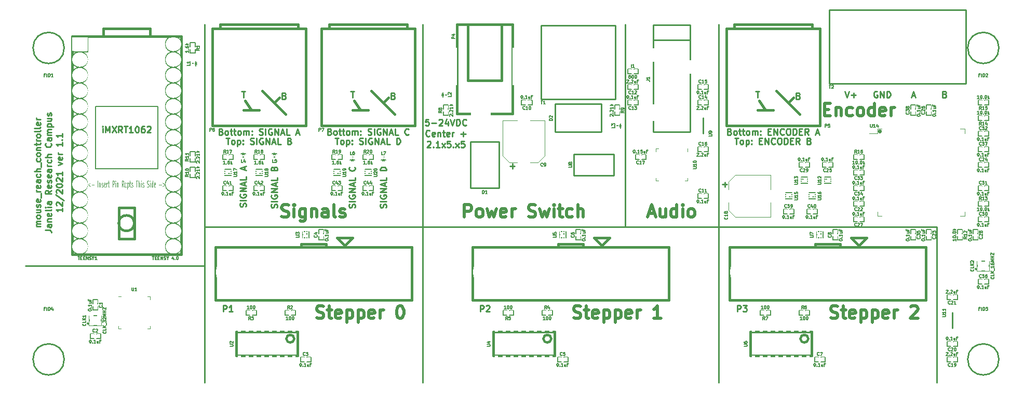
<source format=gto>
%TF.GenerationSoftware,KiCad,Pcbnew,5.1.10*%
%TF.CreationDate,2021-12-03T14:56:04-05:00*%
%TF.ProjectId,mouse_reach_controller,6d6f7573-655f-4726-9561-63685f636f6e,1.1*%
%TF.SameCoordinates,Original*%
%TF.FileFunction,Legend,Top*%
%TF.FilePolarity,Positive*%
%FSLAX46Y46*%
G04 Gerber Fmt 4.6, Leading zero omitted, Abs format (unit mm)*
G04 Created by KiCad (PCBNEW 5.1.10) date 2021-12-03 14:56:04*
%MOMM*%
%LPD*%
G01*
G04 APERTURE LIST*
%ADD10C,0.254000*%
%ADD11C,0.279400*%
%ADD12C,0.508000*%
%ADD13C,0.120000*%
%ADD14C,0.127000*%
%ADD15C,0.200000*%
%ADD16C,0.177800*%
%ADD17C,0.381000*%
%ADD18C,0.150000*%
%ADD19C,0.250000*%
%ADD20C,0.100000*%
%ADD21C,0.228600*%
%ADD22C,0.120650*%
%ADD23R,0.750000X0.650000*%
%ADD24O,2.540000X2.184400*%
%ADD25R,2.540000X2.184400*%
%ADD26R,0.600000X0.700000*%
%ADD27R,0.500000X0.150000*%
%ADD28R,0.700000X0.600000*%
%ADD29R,1.000760X0.701040*%
%ADD30O,2.032000X1.524000*%
%ADD31O,1.524000X2.032000*%
%ADD32O,3.048000X5.080000*%
%ADD33C,3.000000*%
%ADD34R,3.900000X6.200000*%
%ADD35R,3.300000X4.400000*%
%ADD36C,3.810000*%
%ADD37R,1.524000X2.032000*%
%ADD38C,2.540000*%
%ADD39R,0.150000X0.500000*%
%ADD40R,3.300000X1.600000*%
%ADD41R,1.200000X1.600000*%
%ADD42R,0.600000X1.550000*%
%ADD43R,3.300000X3.300000*%
%ADD44R,0.500000X0.700000*%
%ADD45R,0.700000X0.500000*%
%ADD46R,1.600000X1.440000*%
%ADD47R,3.800000X4.960000*%
%ADD48R,1.440000X1.600000*%
%ADD49R,4.960000X3.800000*%
%ADD50R,2.800000X2.200000*%
%ADD51R,2.800000X2.800000*%
%ADD52C,2.100000*%
%ADD53C,3.556000*%
%ADD54C,2.000000*%
G04 APERTURE END LIST*
D10*
X202232380Y-61673619D02*
X202571047Y-62689619D01*
X202909714Y-61673619D01*
X203248380Y-62302571D02*
X204022476Y-62302571D01*
X203635428Y-62689619D02*
X203635428Y-61915523D01*
X207505904Y-61722000D02*
X207409142Y-61673619D01*
X207264000Y-61673619D01*
X207118857Y-61722000D01*
X207022095Y-61818761D01*
X206973714Y-61915523D01*
X206925333Y-62109047D01*
X206925333Y-62254190D01*
X206973714Y-62447714D01*
X207022095Y-62544476D01*
X207118857Y-62641238D01*
X207264000Y-62689619D01*
X207360761Y-62689619D01*
X207505904Y-62641238D01*
X207554285Y-62592857D01*
X207554285Y-62254190D01*
X207360761Y-62254190D01*
X207989714Y-62689619D02*
X207989714Y-61673619D01*
X208570285Y-62689619D01*
X208570285Y-61673619D01*
X209054095Y-62689619D02*
X209054095Y-61673619D01*
X209296000Y-61673619D01*
X209441142Y-61722000D01*
X209537904Y-61818761D01*
X209586285Y-61915523D01*
X209634666Y-62109047D01*
X209634666Y-62254190D01*
X209586285Y-62447714D01*
X209537904Y-62544476D01*
X209441142Y-62641238D01*
X209296000Y-62689619D01*
X209054095Y-62689619D01*
X213118095Y-62399333D02*
X213601904Y-62399333D01*
X213021333Y-62689619D02*
X213360000Y-61673619D01*
X213698666Y-62689619D01*
X218512571Y-62157428D02*
X218657714Y-62205809D01*
X218706095Y-62254190D01*
X218754476Y-62350952D01*
X218754476Y-62496095D01*
X218706095Y-62592857D01*
X218657714Y-62641238D01*
X218560952Y-62689619D01*
X218173904Y-62689619D01*
X218173904Y-61673619D01*
X218512571Y-61673619D01*
X218609333Y-61722000D01*
X218657714Y-61770380D01*
X218706095Y-61867142D01*
X218706095Y-61963904D01*
X218657714Y-62060666D01*
X218609333Y-62109047D01*
X218512571Y-62157428D01*
X218173904Y-62157428D01*
D11*
X217170000Y-83820000D02*
X181610000Y-83820000D01*
X97790000Y-90170000D02*
X68580000Y-90170000D01*
X217170000Y-83820000D02*
X217170000Y-109220000D01*
X181610000Y-83820000D02*
X181610000Y-109220000D01*
X133350000Y-83820000D02*
X133350000Y-109220000D01*
X97790000Y-83820000D02*
X97790000Y-109220000D01*
D12*
X198906190Y-64624857D02*
X199583523Y-64624857D01*
X199873809Y-65689238D02*
X198906190Y-65689238D01*
X198906190Y-63657238D01*
X199873809Y-63657238D01*
X200744666Y-64334571D02*
X200744666Y-65689238D01*
X200744666Y-64528095D02*
X200841428Y-64431333D01*
X201034952Y-64334571D01*
X201325238Y-64334571D01*
X201518761Y-64431333D01*
X201615523Y-64624857D01*
X201615523Y-65689238D01*
X203454000Y-65592476D02*
X203260476Y-65689238D01*
X202873428Y-65689238D01*
X202679904Y-65592476D01*
X202583142Y-65495714D01*
X202486380Y-65302190D01*
X202486380Y-64721619D01*
X202583142Y-64528095D01*
X202679904Y-64431333D01*
X202873428Y-64334571D01*
X203260476Y-64334571D01*
X203454000Y-64431333D01*
X204615142Y-65689238D02*
X204421619Y-65592476D01*
X204324857Y-65495714D01*
X204228095Y-65302190D01*
X204228095Y-64721619D01*
X204324857Y-64528095D01*
X204421619Y-64431333D01*
X204615142Y-64334571D01*
X204905428Y-64334571D01*
X205098952Y-64431333D01*
X205195714Y-64528095D01*
X205292476Y-64721619D01*
X205292476Y-65302190D01*
X205195714Y-65495714D01*
X205098952Y-65592476D01*
X204905428Y-65689238D01*
X204615142Y-65689238D01*
X207034190Y-65689238D02*
X207034190Y-63657238D01*
X207034190Y-65592476D02*
X206840666Y-65689238D01*
X206453619Y-65689238D01*
X206260095Y-65592476D01*
X206163333Y-65495714D01*
X206066571Y-65302190D01*
X206066571Y-64721619D01*
X206163333Y-64528095D01*
X206260095Y-64431333D01*
X206453619Y-64334571D01*
X206840666Y-64334571D01*
X207034190Y-64431333D01*
X208775904Y-65592476D02*
X208582380Y-65689238D01*
X208195333Y-65689238D01*
X208001809Y-65592476D01*
X207905047Y-65398952D01*
X207905047Y-64624857D01*
X208001809Y-64431333D01*
X208195333Y-64334571D01*
X208582380Y-64334571D01*
X208775904Y-64431333D01*
X208872666Y-64624857D01*
X208872666Y-64818380D01*
X207905047Y-65011904D01*
X209743523Y-65689238D02*
X209743523Y-64334571D01*
X209743523Y-64721619D02*
X209840285Y-64528095D01*
X209937047Y-64431333D01*
X210130571Y-64334571D01*
X210324095Y-64334571D01*
D11*
X181610000Y-83820000D02*
X181610000Y-50800000D01*
X166370000Y-83820000D02*
X181610000Y-83820000D01*
D12*
X110393238Y-82102476D02*
X110683523Y-82199238D01*
X111167333Y-82199238D01*
X111360857Y-82102476D01*
X111457619Y-82005714D01*
X111554380Y-81812190D01*
X111554380Y-81618666D01*
X111457619Y-81425142D01*
X111360857Y-81328380D01*
X111167333Y-81231619D01*
X110780285Y-81134857D01*
X110586761Y-81038095D01*
X110490000Y-80941333D01*
X110393238Y-80747809D01*
X110393238Y-80554285D01*
X110490000Y-80360761D01*
X110586761Y-80264000D01*
X110780285Y-80167238D01*
X111264095Y-80167238D01*
X111554380Y-80264000D01*
X112425238Y-82199238D02*
X112425238Y-80844571D01*
X112425238Y-80167238D02*
X112328476Y-80264000D01*
X112425238Y-80360761D01*
X112522000Y-80264000D01*
X112425238Y-80167238D01*
X112425238Y-80360761D01*
X114263714Y-80844571D02*
X114263714Y-82489523D01*
X114166952Y-82683047D01*
X114070190Y-82779809D01*
X113876666Y-82876571D01*
X113586380Y-82876571D01*
X113392857Y-82779809D01*
X114263714Y-82102476D02*
X114070190Y-82199238D01*
X113683142Y-82199238D01*
X113489619Y-82102476D01*
X113392857Y-82005714D01*
X113296095Y-81812190D01*
X113296095Y-81231619D01*
X113392857Y-81038095D01*
X113489619Y-80941333D01*
X113683142Y-80844571D01*
X114070190Y-80844571D01*
X114263714Y-80941333D01*
X115231333Y-80844571D02*
X115231333Y-82199238D01*
X115231333Y-81038095D02*
X115328095Y-80941333D01*
X115521619Y-80844571D01*
X115811904Y-80844571D01*
X116005428Y-80941333D01*
X116102190Y-81134857D01*
X116102190Y-82199238D01*
X117940666Y-82199238D02*
X117940666Y-81134857D01*
X117843904Y-80941333D01*
X117650380Y-80844571D01*
X117263333Y-80844571D01*
X117069809Y-80941333D01*
X117940666Y-82102476D02*
X117747142Y-82199238D01*
X117263333Y-82199238D01*
X117069809Y-82102476D01*
X116973047Y-81908952D01*
X116973047Y-81715428D01*
X117069809Y-81521904D01*
X117263333Y-81425142D01*
X117747142Y-81425142D01*
X117940666Y-81328380D01*
X119198571Y-82199238D02*
X119005047Y-82102476D01*
X118908285Y-81908952D01*
X118908285Y-80167238D01*
X119875904Y-82102476D02*
X120069428Y-82199238D01*
X120456476Y-82199238D01*
X120650000Y-82102476D01*
X120746761Y-81908952D01*
X120746761Y-81812190D01*
X120650000Y-81618666D01*
X120456476Y-81521904D01*
X120166190Y-81521904D01*
X119972666Y-81425142D01*
X119875904Y-81231619D01*
X119875904Y-81134857D01*
X119972666Y-80941333D01*
X120166190Y-80844571D01*
X120456476Y-80844571D01*
X120650000Y-80941333D01*
D11*
X166370000Y-83820000D02*
X166370000Y-50800000D01*
X133350000Y-83820000D02*
X166370000Y-83820000D01*
X133350000Y-83820000D02*
X133350000Y-50800000D01*
X97790000Y-83820000D02*
X133350000Y-83820000D01*
X97790000Y-50800000D02*
X97790000Y-83820000D01*
D10*
X134353904Y-66245619D02*
X133870095Y-66245619D01*
X133821714Y-66729428D01*
X133870095Y-66681047D01*
X133966857Y-66632666D01*
X134208761Y-66632666D01*
X134305523Y-66681047D01*
X134353904Y-66729428D01*
X134402285Y-66826190D01*
X134402285Y-67068095D01*
X134353904Y-67164857D01*
X134305523Y-67213238D01*
X134208761Y-67261619D01*
X133966857Y-67261619D01*
X133870095Y-67213238D01*
X133821714Y-67164857D01*
X134837714Y-66874571D02*
X135611809Y-66874571D01*
X136047238Y-66342380D02*
X136095619Y-66294000D01*
X136192380Y-66245619D01*
X136434285Y-66245619D01*
X136531047Y-66294000D01*
X136579428Y-66342380D01*
X136627809Y-66439142D01*
X136627809Y-66535904D01*
X136579428Y-66681047D01*
X135998857Y-67261619D01*
X136627809Y-67261619D01*
X137498666Y-66584285D02*
X137498666Y-67261619D01*
X137256761Y-66197238D02*
X137014857Y-66922952D01*
X137643809Y-66922952D01*
X137885714Y-66245619D02*
X138224380Y-67261619D01*
X138563047Y-66245619D01*
X138901714Y-67261619D02*
X138901714Y-66245619D01*
X139143619Y-66245619D01*
X139288761Y-66294000D01*
X139385523Y-66390761D01*
X139433904Y-66487523D01*
X139482285Y-66681047D01*
X139482285Y-66826190D01*
X139433904Y-67019714D01*
X139385523Y-67116476D01*
X139288761Y-67213238D01*
X139143619Y-67261619D01*
X138901714Y-67261619D01*
X140498285Y-67164857D02*
X140449904Y-67213238D01*
X140304761Y-67261619D01*
X140208000Y-67261619D01*
X140062857Y-67213238D01*
X139966095Y-67116476D01*
X139917714Y-67019714D01*
X139869333Y-66826190D01*
X139869333Y-66681047D01*
X139917714Y-66487523D01*
X139966095Y-66390761D01*
X140062857Y-66294000D01*
X140208000Y-66245619D01*
X140304761Y-66245619D01*
X140449904Y-66294000D01*
X140498285Y-66342380D01*
X134523238Y-68942857D02*
X134474857Y-68991238D01*
X134329714Y-69039619D01*
X134232952Y-69039619D01*
X134087809Y-68991238D01*
X133991047Y-68894476D01*
X133942666Y-68797714D01*
X133894285Y-68604190D01*
X133894285Y-68459047D01*
X133942666Y-68265523D01*
X133991047Y-68168761D01*
X134087809Y-68072000D01*
X134232952Y-68023619D01*
X134329714Y-68023619D01*
X134474857Y-68072000D01*
X134523238Y-68120380D01*
X135345714Y-68991238D02*
X135248952Y-69039619D01*
X135055428Y-69039619D01*
X134958666Y-68991238D01*
X134910285Y-68894476D01*
X134910285Y-68507428D01*
X134958666Y-68410666D01*
X135055428Y-68362285D01*
X135248952Y-68362285D01*
X135345714Y-68410666D01*
X135394095Y-68507428D01*
X135394095Y-68604190D01*
X134910285Y-68700952D01*
X135829523Y-68362285D02*
X135829523Y-69039619D01*
X135829523Y-68459047D02*
X135877904Y-68410666D01*
X135974666Y-68362285D01*
X136119809Y-68362285D01*
X136216571Y-68410666D01*
X136264952Y-68507428D01*
X136264952Y-69039619D01*
X136603619Y-68362285D02*
X136990666Y-68362285D01*
X136748761Y-68023619D02*
X136748761Y-68894476D01*
X136797142Y-68991238D01*
X136893904Y-69039619D01*
X136990666Y-69039619D01*
X137716380Y-68991238D02*
X137619619Y-69039619D01*
X137426095Y-69039619D01*
X137329333Y-68991238D01*
X137280952Y-68894476D01*
X137280952Y-68507428D01*
X137329333Y-68410666D01*
X137426095Y-68362285D01*
X137619619Y-68362285D01*
X137716380Y-68410666D01*
X137764761Y-68507428D01*
X137764761Y-68604190D01*
X137280952Y-68700952D01*
X138200190Y-69039619D02*
X138200190Y-68362285D01*
X138200190Y-68555809D02*
X138248571Y-68459047D01*
X138296952Y-68410666D01*
X138393714Y-68362285D01*
X138490476Y-68362285D01*
X139603238Y-68652571D02*
X140377333Y-68652571D01*
X139990285Y-69039619D02*
X139990285Y-68265523D01*
X134112000Y-69898380D02*
X134160380Y-69850000D01*
X134257142Y-69801619D01*
X134499047Y-69801619D01*
X134595809Y-69850000D01*
X134644190Y-69898380D01*
X134692571Y-69995142D01*
X134692571Y-70091904D01*
X134644190Y-70237047D01*
X134063619Y-70817619D01*
X134692571Y-70817619D01*
X135128000Y-70720857D02*
X135176380Y-70769238D01*
X135128000Y-70817619D01*
X135079619Y-70769238D01*
X135128000Y-70720857D01*
X135128000Y-70817619D01*
X136144000Y-70817619D02*
X135563428Y-70817619D01*
X135853714Y-70817619D02*
X135853714Y-69801619D01*
X135756952Y-69946761D01*
X135660190Y-70043523D01*
X135563428Y-70091904D01*
X136482666Y-70817619D02*
X137014857Y-70140285D01*
X136482666Y-70140285D02*
X137014857Y-70817619D01*
X137885714Y-69801619D02*
X137401904Y-69801619D01*
X137353523Y-70285428D01*
X137401904Y-70237047D01*
X137498666Y-70188666D01*
X137740571Y-70188666D01*
X137837333Y-70237047D01*
X137885714Y-70285428D01*
X137934095Y-70382190D01*
X137934095Y-70624095D01*
X137885714Y-70720857D01*
X137837333Y-70769238D01*
X137740571Y-70817619D01*
X137498666Y-70817619D01*
X137401904Y-70769238D01*
X137353523Y-70720857D01*
X138369523Y-70720857D02*
X138417904Y-70769238D01*
X138369523Y-70817619D01*
X138321142Y-70769238D01*
X138369523Y-70720857D01*
X138369523Y-70817619D01*
X138756571Y-70817619D02*
X139288761Y-70140285D01*
X138756571Y-70140285D02*
X139288761Y-70817619D01*
X140159619Y-69801619D02*
X139675809Y-69801619D01*
X139627428Y-70285428D01*
X139675809Y-70237047D01*
X139772571Y-70188666D01*
X140014476Y-70188666D01*
X140111238Y-70237047D01*
X140159619Y-70285428D01*
X140208000Y-70382190D01*
X140208000Y-70624095D01*
X140159619Y-70720857D01*
X140111238Y-70769238D01*
X140014476Y-70817619D01*
X139772571Y-70817619D01*
X139675809Y-70769238D01*
X139627428Y-70720857D01*
X122331238Y-80646814D02*
X122379619Y-80501671D01*
X122379619Y-80259766D01*
X122331238Y-80163004D01*
X122282857Y-80114623D01*
X122186095Y-80066242D01*
X122089333Y-80066242D01*
X121992571Y-80114623D01*
X121944190Y-80163004D01*
X121895809Y-80259766D01*
X121847428Y-80453290D01*
X121799047Y-80550052D01*
X121750666Y-80598433D01*
X121653904Y-80646814D01*
X121557142Y-80646814D01*
X121460380Y-80598433D01*
X121412000Y-80550052D01*
X121363619Y-80453290D01*
X121363619Y-80211385D01*
X121412000Y-80066242D01*
X122379619Y-79630814D02*
X121363619Y-79630814D01*
X121412000Y-78614814D02*
X121363619Y-78711576D01*
X121363619Y-78856719D01*
X121412000Y-79001861D01*
X121508761Y-79098623D01*
X121605523Y-79147004D01*
X121799047Y-79195385D01*
X121944190Y-79195385D01*
X122137714Y-79147004D01*
X122234476Y-79098623D01*
X122331238Y-79001861D01*
X122379619Y-78856719D01*
X122379619Y-78759957D01*
X122331238Y-78614814D01*
X122282857Y-78566433D01*
X121944190Y-78566433D01*
X121944190Y-78759957D01*
X122379619Y-78131004D02*
X121363619Y-78131004D01*
X122379619Y-77550433D01*
X121363619Y-77550433D01*
X122089333Y-77115004D02*
X122089333Y-76631195D01*
X122379619Y-77211766D02*
X121363619Y-76873100D01*
X122379619Y-76534433D01*
X122379619Y-75711957D02*
X122379619Y-76195766D01*
X121363619Y-76195766D01*
X122282857Y-74018623D02*
X122331238Y-74067004D01*
X122379619Y-74212147D01*
X122379619Y-74308909D01*
X122331238Y-74454052D01*
X122234476Y-74550814D01*
X122137714Y-74599195D01*
X121944190Y-74647576D01*
X121799047Y-74647576D01*
X121605523Y-74599195D01*
X121508761Y-74550814D01*
X121412000Y-74454052D01*
X121363619Y-74308909D01*
X121363619Y-74212147D01*
X121412000Y-74067004D01*
X121460380Y-74018623D01*
X127411238Y-80646814D02*
X127459619Y-80501671D01*
X127459619Y-80259766D01*
X127411238Y-80163004D01*
X127362857Y-80114623D01*
X127266095Y-80066242D01*
X127169333Y-80066242D01*
X127072571Y-80114623D01*
X127024190Y-80163004D01*
X126975809Y-80259766D01*
X126927428Y-80453290D01*
X126879047Y-80550052D01*
X126830666Y-80598433D01*
X126733904Y-80646814D01*
X126637142Y-80646814D01*
X126540380Y-80598433D01*
X126492000Y-80550052D01*
X126443619Y-80453290D01*
X126443619Y-80211385D01*
X126492000Y-80066242D01*
X127459619Y-79630814D02*
X126443619Y-79630814D01*
X126492000Y-78614814D02*
X126443619Y-78711576D01*
X126443619Y-78856719D01*
X126492000Y-79001861D01*
X126588761Y-79098623D01*
X126685523Y-79147004D01*
X126879047Y-79195385D01*
X127024190Y-79195385D01*
X127217714Y-79147004D01*
X127314476Y-79098623D01*
X127411238Y-79001861D01*
X127459619Y-78856719D01*
X127459619Y-78759957D01*
X127411238Y-78614814D01*
X127362857Y-78566433D01*
X127024190Y-78566433D01*
X127024190Y-78759957D01*
X127459619Y-78131004D02*
X126443619Y-78131004D01*
X127459619Y-77550433D01*
X126443619Y-77550433D01*
X127169333Y-77115004D02*
X127169333Y-76631195D01*
X127459619Y-77211766D02*
X126443619Y-76873100D01*
X127459619Y-76534433D01*
X127459619Y-75711957D02*
X127459619Y-76195766D01*
X126443619Y-76195766D01*
X127459619Y-74599195D02*
X126443619Y-74599195D01*
X126443619Y-74357290D01*
X126492000Y-74212147D01*
X126588761Y-74115385D01*
X126685523Y-74067004D01*
X126879047Y-74018623D01*
X127024190Y-74018623D01*
X127217714Y-74067004D01*
X127314476Y-74115385D01*
X127411238Y-74212147D01*
X127459619Y-74357290D01*
X127459619Y-74599195D01*
X109631238Y-80646814D02*
X109679619Y-80501671D01*
X109679619Y-80259766D01*
X109631238Y-80163004D01*
X109582857Y-80114623D01*
X109486095Y-80066242D01*
X109389333Y-80066242D01*
X109292571Y-80114623D01*
X109244190Y-80163004D01*
X109195809Y-80259766D01*
X109147428Y-80453290D01*
X109099047Y-80550052D01*
X109050666Y-80598433D01*
X108953904Y-80646814D01*
X108857142Y-80646814D01*
X108760380Y-80598433D01*
X108712000Y-80550052D01*
X108663619Y-80453290D01*
X108663619Y-80211385D01*
X108712000Y-80066242D01*
X109679619Y-79630814D02*
X108663619Y-79630814D01*
X108712000Y-78614814D02*
X108663619Y-78711576D01*
X108663619Y-78856719D01*
X108712000Y-79001861D01*
X108808761Y-79098623D01*
X108905523Y-79147004D01*
X109099047Y-79195385D01*
X109244190Y-79195385D01*
X109437714Y-79147004D01*
X109534476Y-79098623D01*
X109631238Y-79001861D01*
X109679619Y-78856719D01*
X109679619Y-78759957D01*
X109631238Y-78614814D01*
X109582857Y-78566433D01*
X109244190Y-78566433D01*
X109244190Y-78759957D01*
X109679619Y-78131004D02*
X108663619Y-78131004D01*
X109679619Y-77550433D01*
X108663619Y-77550433D01*
X109389333Y-77115004D02*
X109389333Y-76631195D01*
X109679619Y-77211766D02*
X108663619Y-76873100D01*
X109679619Y-76534433D01*
X109679619Y-75711957D02*
X109679619Y-76195766D01*
X108663619Y-76195766D01*
X109147428Y-74260528D02*
X109195809Y-74115385D01*
X109244190Y-74067004D01*
X109340952Y-74018623D01*
X109486095Y-74018623D01*
X109582857Y-74067004D01*
X109631238Y-74115385D01*
X109679619Y-74212147D01*
X109679619Y-74599195D01*
X108663619Y-74599195D01*
X108663619Y-74260528D01*
X108712000Y-74163766D01*
X108760380Y-74115385D01*
X108857142Y-74067004D01*
X108953904Y-74067004D01*
X109050666Y-74115385D01*
X109099047Y-74163766D01*
X109147428Y-74260528D01*
X109147428Y-74599195D01*
X104551238Y-80501671D02*
X104599619Y-80356528D01*
X104599619Y-80114623D01*
X104551238Y-80017861D01*
X104502857Y-79969480D01*
X104406095Y-79921100D01*
X104309333Y-79921100D01*
X104212571Y-79969480D01*
X104164190Y-80017861D01*
X104115809Y-80114623D01*
X104067428Y-80308147D01*
X104019047Y-80404909D01*
X103970666Y-80453290D01*
X103873904Y-80501671D01*
X103777142Y-80501671D01*
X103680380Y-80453290D01*
X103632000Y-80404909D01*
X103583619Y-80308147D01*
X103583619Y-80066242D01*
X103632000Y-79921100D01*
X104599619Y-79485671D02*
X103583619Y-79485671D01*
X103632000Y-78469671D02*
X103583619Y-78566433D01*
X103583619Y-78711576D01*
X103632000Y-78856719D01*
X103728761Y-78953480D01*
X103825523Y-79001861D01*
X104019047Y-79050242D01*
X104164190Y-79050242D01*
X104357714Y-79001861D01*
X104454476Y-78953480D01*
X104551238Y-78856719D01*
X104599619Y-78711576D01*
X104599619Y-78614814D01*
X104551238Y-78469671D01*
X104502857Y-78421290D01*
X104164190Y-78421290D01*
X104164190Y-78614814D01*
X104599619Y-77985861D02*
X103583619Y-77985861D01*
X104599619Y-77405290D01*
X103583619Y-77405290D01*
X104309333Y-76969861D02*
X104309333Y-76486052D01*
X104599619Y-77066623D02*
X103583619Y-76727957D01*
X104599619Y-76389290D01*
X104599619Y-75566814D02*
X104599619Y-76050623D01*
X103583619Y-76050623D01*
X104309333Y-74502433D02*
X104309333Y-74018623D01*
X104599619Y-74599195D02*
X103583619Y-74260528D01*
X104599619Y-73921861D01*
D12*
X140183809Y-82199238D02*
X140183809Y-80167238D01*
X140957904Y-80167238D01*
X141151428Y-80264000D01*
X141248190Y-80360761D01*
X141344952Y-80554285D01*
X141344952Y-80844571D01*
X141248190Y-81038095D01*
X141151428Y-81134857D01*
X140957904Y-81231619D01*
X140183809Y-81231619D01*
X142506095Y-82199238D02*
X142312571Y-82102476D01*
X142215809Y-82005714D01*
X142119047Y-81812190D01*
X142119047Y-81231619D01*
X142215809Y-81038095D01*
X142312571Y-80941333D01*
X142506095Y-80844571D01*
X142796380Y-80844571D01*
X142989904Y-80941333D01*
X143086666Y-81038095D01*
X143183428Y-81231619D01*
X143183428Y-81812190D01*
X143086666Y-82005714D01*
X142989904Y-82102476D01*
X142796380Y-82199238D01*
X142506095Y-82199238D01*
X143860761Y-80844571D02*
X144247809Y-82199238D01*
X144634857Y-81231619D01*
X145021904Y-82199238D01*
X145408952Y-80844571D01*
X146957142Y-82102476D02*
X146763619Y-82199238D01*
X146376571Y-82199238D01*
X146183047Y-82102476D01*
X146086285Y-81908952D01*
X146086285Y-81134857D01*
X146183047Y-80941333D01*
X146376571Y-80844571D01*
X146763619Y-80844571D01*
X146957142Y-80941333D01*
X147053904Y-81134857D01*
X147053904Y-81328380D01*
X146086285Y-81521904D01*
X147924761Y-82199238D02*
X147924761Y-80844571D01*
X147924761Y-81231619D02*
X148021523Y-81038095D01*
X148118285Y-80941333D01*
X148311809Y-80844571D01*
X148505333Y-80844571D01*
X150634095Y-82102476D02*
X150924380Y-82199238D01*
X151408190Y-82199238D01*
X151601714Y-82102476D01*
X151698476Y-82005714D01*
X151795238Y-81812190D01*
X151795238Y-81618666D01*
X151698476Y-81425142D01*
X151601714Y-81328380D01*
X151408190Y-81231619D01*
X151021142Y-81134857D01*
X150827619Y-81038095D01*
X150730857Y-80941333D01*
X150634095Y-80747809D01*
X150634095Y-80554285D01*
X150730857Y-80360761D01*
X150827619Y-80264000D01*
X151021142Y-80167238D01*
X151504952Y-80167238D01*
X151795238Y-80264000D01*
X152472571Y-80844571D02*
X152859619Y-82199238D01*
X153246666Y-81231619D01*
X153633714Y-82199238D01*
X154020761Y-80844571D01*
X154794857Y-82199238D02*
X154794857Y-80844571D01*
X154794857Y-80167238D02*
X154698095Y-80264000D01*
X154794857Y-80360761D01*
X154891619Y-80264000D01*
X154794857Y-80167238D01*
X154794857Y-80360761D01*
X155472190Y-80844571D02*
X156246285Y-80844571D01*
X155762476Y-80167238D02*
X155762476Y-81908952D01*
X155859238Y-82102476D01*
X156052761Y-82199238D01*
X156246285Y-82199238D01*
X157794476Y-82102476D02*
X157600952Y-82199238D01*
X157213904Y-82199238D01*
X157020380Y-82102476D01*
X156923619Y-82005714D01*
X156826857Y-81812190D01*
X156826857Y-81231619D01*
X156923619Y-81038095D01*
X157020380Y-80941333D01*
X157213904Y-80844571D01*
X157600952Y-80844571D01*
X157794476Y-80941333D01*
X158665333Y-82199238D02*
X158665333Y-80167238D01*
X159536190Y-82199238D02*
X159536190Y-81134857D01*
X159439428Y-80941333D01*
X159245904Y-80844571D01*
X158955619Y-80844571D01*
X158762095Y-80941333D01*
X158665333Y-81038095D01*
X170264666Y-81618666D02*
X171232285Y-81618666D01*
X170071142Y-82199238D02*
X170748476Y-80167238D01*
X171425809Y-82199238D01*
X172974000Y-80844571D02*
X172974000Y-82199238D01*
X172103142Y-80844571D02*
X172103142Y-81908952D01*
X172199904Y-82102476D01*
X172393428Y-82199238D01*
X172683714Y-82199238D01*
X172877238Y-82102476D01*
X172974000Y-82005714D01*
X174812476Y-82199238D02*
X174812476Y-80167238D01*
X174812476Y-82102476D02*
X174618952Y-82199238D01*
X174231904Y-82199238D01*
X174038380Y-82102476D01*
X173941619Y-82005714D01*
X173844857Y-81812190D01*
X173844857Y-81231619D01*
X173941619Y-81038095D01*
X174038380Y-80941333D01*
X174231904Y-80844571D01*
X174618952Y-80844571D01*
X174812476Y-80941333D01*
X175780095Y-82199238D02*
X175780095Y-80844571D01*
X175780095Y-80167238D02*
X175683333Y-80264000D01*
X175780095Y-80360761D01*
X175876857Y-80264000D01*
X175780095Y-80167238D01*
X175780095Y-80360761D01*
X177038000Y-82199238D02*
X176844476Y-82102476D01*
X176747714Y-82005714D01*
X176650952Y-81812190D01*
X176650952Y-81231619D01*
X176747714Y-81038095D01*
X176844476Y-80941333D01*
X177038000Y-80844571D01*
X177328285Y-80844571D01*
X177521809Y-80941333D01*
X177618571Y-81038095D01*
X177715333Y-81231619D01*
X177715333Y-81812190D01*
X177618571Y-82005714D01*
X177521809Y-82102476D01*
X177328285Y-82199238D01*
X177038000Y-82199238D01*
X199898000Y-98612476D02*
X200188285Y-98709238D01*
X200672095Y-98709238D01*
X200865619Y-98612476D01*
X200962380Y-98515714D01*
X201059142Y-98322190D01*
X201059142Y-98128666D01*
X200962380Y-97935142D01*
X200865619Y-97838380D01*
X200672095Y-97741619D01*
X200285047Y-97644857D01*
X200091523Y-97548095D01*
X199994761Y-97451333D01*
X199898000Y-97257809D01*
X199898000Y-97064285D01*
X199994761Y-96870761D01*
X200091523Y-96774000D01*
X200285047Y-96677238D01*
X200768857Y-96677238D01*
X201059142Y-96774000D01*
X201639714Y-97354571D02*
X202413809Y-97354571D01*
X201930000Y-96677238D02*
X201930000Y-98418952D01*
X202026761Y-98612476D01*
X202220285Y-98709238D01*
X202413809Y-98709238D01*
X203865238Y-98612476D02*
X203671714Y-98709238D01*
X203284666Y-98709238D01*
X203091142Y-98612476D01*
X202994380Y-98418952D01*
X202994380Y-97644857D01*
X203091142Y-97451333D01*
X203284666Y-97354571D01*
X203671714Y-97354571D01*
X203865238Y-97451333D01*
X203962000Y-97644857D01*
X203962000Y-97838380D01*
X202994380Y-98031904D01*
X204832857Y-97354571D02*
X204832857Y-99386571D01*
X204832857Y-97451333D02*
X205026380Y-97354571D01*
X205413428Y-97354571D01*
X205606952Y-97451333D01*
X205703714Y-97548095D01*
X205800476Y-97741619D01*
X205800476Y-98322190D01*
X205703714Y-98515714D01*
X205606952Y-98612476D01*
X205413428Y-98709238D01*
X205026380Y-98709238D01*
X204832857Y-98612476D01*
X206671333Y-97354571D02*
X206671333Y-99386571D01*
X206671333Y-97451333D02*
X206864857Y-97354571D01*
X207251904Y-97354571D01*
X207445428Y-97451333D01*
X207542190Y-97548095D01*
X207638952Y-97741619D01*
X207638952Y-98322190D01*
X207542190Y-98515714D01*
X207445428Y-98612476D01*
X207251904Y-98709238D01*
X206864857Y-98709238D01*
X206671333Y-98612476D01*
X209283904Y-98612476D02*
X209090380Y-98709238D01*
X208703333Y-98709238D01*
X208509809Y-98612476D01*
X208413047Y-98418952D01*
X208413047Y-97644857D01*
X208509809Y-97451333D01*
X208703333Y-97354571D01*
X209090380Y-97354571D01*
X209283904Y-97451333D01*
X209380666Y-97644857D01*
X209380666Y-97838380D01*
X208413047Y-98031904D01*
X210251523Y-98709238D02*
X210251523Y-97354571D01*
X210251523Y-97741619D02*
X210348285Y-97548095D01*
X210445047Y-97451333D01*
X210638571Y-97354571D01*
X210832095Y-97354571D01*
X212960857Y-96870761D02*
X213057619Y-96774000D01*
X213251142Y-96677238D01*
X213734952Y-96677238D01*
X213928476Y-96774000D01*
X214025238Y-96870761D01*
X214122000Y-97064285D01*
X214122000Y-97257809D01*
X214025238Y-97548095D01*
X212864095Y-98709238D01*
X214122000Y-98709238D01*
X157988000Y-98612476D02*
X158278285Y-98709238D01*
X158762095Y-98709238D01*
X158955619Y-98612476D01*
X159052380Y-98515714D01*
X159149142Y-98322190D01*
X159149142Y-98128666D01*
X159052380Y-97935142D01*
X158955619Y-97838380D01*
X158762095Y-97741619D01*
X158375047Y-97644857D01*
X158181523Y-97548095D01*
X158084761Y-97451333D01*
X157988000Y-97257809D01*
X157988000Y-97064285D01*
X158084761Y-96870761D01*
X158181523Y-96774000D01*
X158375047Y-96677238D01*
X158858857Y-96677238D01*
X159149142Y-96774000D01*
X159729714Y-97354571D02*
X160503809Y-97354571D01*
X160020000Y-96677238D02*
X160020000Y-98418952D01*
X160116761Y-98612476D01*
X160310285Y-98709238D01*
X160503809Y-98709238D01*
X161955238Y-98612476D02*
X161761714Y-98709238D01*
X161374666Y-98709238D01*
X161181142Y-98612476D01*
X161084380Y-98418952D01*
X161084380Y-97644857D01*
X161181142Y-97451333D01*
X161374666Y-97354571D01*
X161761714Y-97354571D01*
X161955238Y-97451333D01*
X162052000Y-97644857D01*
X162052000Y-97838380D01*
X161084380Y-98031904D01*
X162922857Y-97354571D02*
X162922857Y-99386571D01*
X162922857Y-97451333D02*
X163116380Y-97354571D01*
X163503428Y-97354571D01*
X163696952Y-97451333D01*
X163793714Y-97548095D01*
X163890476Y-97741619D01*
X163890476Y-98322190D01*
X163793714Y-98515714D01*
X163696952Y-98612476D01*
X163503428Y-98709238D01*
X163116380Y-98709238D01*
X162922857Y-98612476D01*
X164761333Y-97354571D02*
X164761333Y-99386571D01*
X164761333Y-97451333D02*
X164954857Y-97354571D01*
X165341904Y-97354571D01*
X165535428Y-97451333D01*
X165632190Y-97548095D01*
X165728952Y-97741619D01*
X165728952Y-98322190D01*
X165632190Y-98515714D01*
X165535428Y-98612476D01*
X165341904Y-98709238D01*
X164954857Y-98709238D01*
X164761333Y-98612476D01*
X167373904Y-98612476D02*
X167180380Y-98709238D01*
X166793333Y-98709238D01*
X166599809Y-98612476D01*
X166503047Y-98418952D01*
X166503047Y-97644857D01*
X166599809Y-97451333D01*
X166793333Y-97354571D01*
X167180380Y-97354571D01*
X167373904Y-97451333D01*
X167470666Y-97644857D01*
X167470666Y-97838380D01*
X166503047Y-98031904D01*
X168341523Y-98709238D02*
X168341523Y-97354571D01*
X168341523Y-97741619D02*
X168438285Y-97548095D01*
X168535047Y-97451333D01*
X168728571Y-97354571D01*
X168922095Y-97354571D01*
X172212000Y-98709238D02*
X171050857Y-98709238D01*
X171631428Y-98709238D02*
X171631428Y-96677238D01*
X171437904Y-96967523D01*
X171244380Y-97161047D01*
X171050857Y-97257809D01*
X116078000Y-98612476D02*
X116368285Y-98709238D01*
X116852095Y-98709238D01*
X117045619Y-98612476D01*
X117142380Y-98515714D01*
X117239142Y-98322190D01*
X117239142Y-98128666D01*
X117142380Y-97935142D01*
X117045619Y-97838380D01*
X116852095Y-97741619D01*
X116465047Y-97644857D01*
X116271523Y-97548095D01*
X116174761Y-97451333D01*
X116078000Y-97257809D01*
X116078000Y-97064285D01*
X116174761Y-96870761D01*
X116271523Y-96774000D01*
X116465047Y-96677238D01*
X116948857Y-96677238D01*
X117239142Y-96774000D01*
X117819714Y-97354571D02*
X118593809Y-97354571D01*
X118110000Y-96677238D02*
X118110000Y-98418952D01*
X118206761Y-98612476D01*
X118400285Y-98709238D01*
X118593809Y-98709238D01*
X120045238Y-98612476D02*
X119851714Y-98709238D01*
X119464666Y-98709238D01*
X119271142Y-98612476D01*
X119174380Y-98418952D01*
X119174380Y-97644857D01*
X119271142Y-97451333D01*
X119464666Y-97354571D01*
X119851714Y-97354571D01*
X120045238Y-97451333D01*
X120142000Y-97644857D01*
X120142000Y-97838380D01*
X119174380Y-98031904D01*
X121012857Y-97354571D02*
X121012857Y-99386571D01*
X121012857Y-97451333D02*
X121206380Y-97354571D01*
X121593428Y-97354571D01*
X121786952Y-97451333D01*
X121883714Y-97548095D01*
X121980476Y-97741619D01*
X121980476Y-98322190D01*
X121883714Y-98515714D01*
X121786952Y-98612476D01*
X121593428Y-98709238D01*
X121206380Y-98709238D01*
X121012857Y-98612476D01*
X122851333Y-97354571D02*
X122851333Y-99386571D01*
X122851333Y-97451333D02*
X123044857Y-97354571D01*
X123431904Y-97354571D01*
X123625428Y-97451333D01*
X123722190Y-97548095D01*
X123818952Y-97741619D01*
X123818952Y-98322190D01*
X123722190Y-98515714D01*
X123625428Y-98612476D01*
X123431904Y-98709238D01*
X123044857Y-98709238D01*
X122851333Y-98612476D01*
X125463904Y-98612476D02*
X125270380Y-98709238D01*
X124883333Y-98709238D01*
X124689809Y-98612476D01*
X124593047Y-98418952D01*
X124593047Y-97644857D01*
X124689809Y-97451333D01*
X124883333Y-97354571D01*
X125270380Y-97354571D01*
X125463904Y-97451333D01*
X125560666Y-97644857D01*
X125560666Y-97838380D01*
X124593047Y-98031904D01*
X126431523Y-98709238D02*
X126431523Y-97354571D01*
X126431523Y-97741619D02*
X126528285Y-97548095D01*
X126625047Y-97451333D01*
X126818571Y-97354571D01*
X127012095Y-97354571D01*
X129624666Y-96677238D02*
X129818190Y-96677238D01*
X130011714Y-96774000D01*
X130108476Y-96870761D01*
X130205238Y-97064285D01*
X130302000Y-97451333D01*
X130302000Y-97935142D01*
X130205238Y-98322190D01*
X130108476Y-98515714D01*
X130011714Y-98612476D01*
X129818190Y-98709238D01*
X129624666Y-98709238D01*
X129431142Y-98612476D01*
X129334380Y-98515714D01*
X129237619Y-98322190D01*
X129140857Y-97935142D01*
X129140857Y-97451333D01*
X129237619Y-97064285D01*
X129334380Y-96870761D01*
X129431142Y-96774000D01*
X129624666Y-96677238D01*
D10*
X71071619Y-83711142D02*
X70394285Y-83711142D01*
X70491047Y-83711142D02*
X70442666Y-83662761D01*
X70394285Y-83566000D01*
X70394285Y-83420857D01*
X70442666Y-83324095D01*
X70539428Y-83275714D01*
X71071619Y-83275714D01*
X70539428Y-83275714D02*
X70442666Y-83227333D01*
X70394285Y-83130571D01*
X70394285Y-82985428D01*
X70442666Y-82888666D01*
X70539428Y-82840285D01*
X71071619Y-82840285D01*
X71071619Y-82211333D02*
X71023238Y-82308095D01*
X70974857Y-82356476D01*
X70878095Y-82404857D01*
X70587809Y-82404857D01*
X70491047Y-82356476D01*
X70442666Y-82308095D01*
X70394285Y-82211333D01*
X70394285Y-82066190D01*
X70442666Y-81969428D01*
X70491047Y-81921047D01*
X70587809Y-81872666D01*
X70878095Y-81872666D01*
X70974857Y-81921047D01*
X71023238Y-81969428D01*
X71071619Y-82066190D01*
X71071619Y-82211333D01*
X70394285Y-81001809D02*
X71071619Y-81001809D01*
X70394285Y-81437238D02*
X70926476Y-81437238D01*
X71023238Y-81388857D01*
X71071619Y-81292095D01*
X71071619Y-81146952D01*
X71023238Y-81050190D01*
X70974857Y-81001809D01*
X71023238Y-80566380D02*
X71071619Y-80469619D01*
X71071619Y-80276095D01*
X71023238Y-80179333D01*
X70926476Y-80130952D01*
X70878095Y-80130952D01*
X70781333Y-80179333D01*
X70732952Y-80276095D01*
X70732952Y-80421238D01*
X70684571Y-80518000D01*
X70587809Y-80566380D01*
X70539428Y-80566380D01*
X70442666Y-80518000D01*
X70394285Y-80421238D01*
X70394285Y-80276095D01*
X70442666Y-80179333D01*
X71023238Y-79308476D02*
X71071619Y-79405238D01*
X71071619Y-79598761D01*
X71023238Y-79695523D01*
X70926476Y-79743904D01*
X70539428Y-79743904D01*
X70442666Y-79695523D01*
X70394285Y-79598761D01*
X70394285Y-79405238D01*
X70442666Y-79308476D01*
X70539428Y-79260095D01*
X70636190Y-79260095D01*
X70732952Y-79743904D01*
X71168380Y-79066571D02*
X71168380Y-78292476D01*
X71071619Y-78050571D02*
X70394285Y-78050571D01*
X70587809Y-78050571D02*
X70491047Y-78002190D01*
X70442666Y-77953809D01*
X70394285Y-77857047D01*
X70394285Y-77760285D01*
X71023238Y-77034571D02*
X71071619Y-77131333D01*
X71071619Y-77324857D01*
X71023238Y-77421619D01*
X70926476Y-77470000D01*
X70539428Y-77470000D01*
X70442666Y-77421619D01*
X70394285Y-77324857D01*
X70394285Y-77131333D01*
X70442666Y-77034571D01*
X70539428Y-76986190D01*
X70636190Y-76986190D01*
X70732952Y-77470000D01*
X71071619Y-76115333D02*
X70539428Y-76115333D01*
X70442666Y-76163714D01*
X70394285Y-76260476D01*
X70394285Y-76454000D01*
X70442666Y-76550761D01*
X71023238Y-76115333D02*
X71071619Y-76212095D01*
X71071619Y-76454000D01*
X71023238Y-76550761D01*
X70926476Y-76599142D01*
X70829714Y-76599142D01*
X70732952Y-76550761D01*
X70684571Y-76454000D01*
X70684571Y-76212095D01*
X70636190Y-76115333D01*
X71023238Y-75196095D02*
X71071619Y-75292857D01*
X71071619Y-75486380D01*
X71023238Y-75583142D01*
X70974857Y-75631523D01*
X70878095Y-75679904D01*
X70587809Y-75679904D01*
X70491047Y-75631523D01*
X70442666Y-75583142D01*
X70394285Y-75486380D01*
X70394285Y-75292857D01*
X70442666Y-75196095D01*
X71071619Y-74760666D02*
X70055619Y-74760666D01*
X71071619Y-74325238D02*
X70539428Y-74325238D01*
X70442666Y-74373619D01*
X70394285Y-74470380D01*
X70394285Y-74615523D01*
X70442666Y-74712285D01*
X70491047Y-74760666D01*
X71168380Y-74083333D02*
X71168380Y-73309238D01*
X71023238Y-72631904D02*
X71071619Y-72728666D01*
X71071619Y-72922190D01*
X71023238Y-73018952D01*
X70974857Y-73067333D01*
X70878095Y-73115714D01*
X70587809Y-73115714D01*
X70491047Y-73067333D01*
X70442666Y-73018952D01*
X70394285Y-72922190D01*
X70394285Y-72728666D01*
X70442666Y-72631904D01*
X71071619Y-72051333D02*
X71023238Y-72148095D01*
X70974857Y-72196476D01*
X70878095Y-72244857D01*
X70587809Y-72244857D01*
X70491047Y-72196476D01*
X70442666Y-72148095D01*
X70394285Y-72051333D01*
X70394285Y-71906190D01*
X70442666Y-71809428D01*
X70491047Y-71761047D01*
X70587809Y-71712666D01*
X70878095Y-71712666D01*
X70974857Y-71761047D01*
X71023238Y-71809428D01*
X71071619Y-71906190D01*
X71071619Y-72051333D01*
X70394285Y-71277238D02*
X71071619Y-71277238D01*
X70491047Y-71277238D02*
X70442666Y-71228857D01*
X70394285Y-71132095D01*
X70394285Y-70986952D01*
X70442666Y-70890190D01*
X70539428Y-70841809D01*
X71071619Y-70841809D01*
X70394285Y-70503142D02*
X70394285Y-70116095D01*
X70055619Y-70358000D02*
X70926476Y-70358000D01*
X71023238Y-70309619D01*
X71071619Y-70212857D01*
X71071619Y-70116095D01*
X71071619Y-69777428D02*
X70394285Y-69777428D01*
X70587809Y-69777428D02*
X70491047Y-69729047D01*
X70442666Y-69680666D01*
X70394285Y-69583904D01*
X70394285Y-69487142D01*
X71071619Y-69003333D02*
X71023238Y-69100095D01*
X70974857Y-69148476D01*
X70878095Y-69196857D01*
X70587809Y-69196857D01*
X70491047Y-69148476D01*
X70442666Y-69100095D01*
X70394285Y-69003333D01*
X70394285Y-68858190D01*
X70442666Y-68761428D01*
X70491047Y-68713047D01*
X70587809Y-68664666D01*
X70878095Y-68664666D01*
X70974857Y-68713047D01*
X71023238Y-68761428D01*
X71071619Y-68858190D01*
X71071619Y-69003333D01*
X71071619Y-68084095D02*
X71023238Y-68180857D01*
X70926476Y-68229238D01*
X70055619Y-68229238D01*
X71071619Y-67551904D02*
X71023238Y-67648666D01*
X70926476Y-67697047D01*
X70055619Y-67697047D01*
X71023238Y-66777809D02*
X71071619Y-66874571D01*
X71071619Y-67068095D01*
X71023238Y-67164857D01*
X70926476Y-67213238D01*
X70539428Y-67213238D01*
X70442666Y-67164857D01*
X70394285Y-67068095D01*
X70394285Y-66874571D01*
X70442666Y-66777809D01*
X70539428Y-66729428D01*
X70636190Y-66729428D01*
X70732952Y-67213238D01*
X71071619Y-66294000D02*
X70394285Y-66294000D01*
X70587809Y-66294000D02*
X70491047Y-66245619D01*
X70442666Y-66197238D01*
X70394285Y-66100476D01*
X70394285Y-66003714D01*
X71833619Y-84315904D02*
X72559333Y-84315904D01*
X72704476Y-84364285D01*
X72801238Y-84461047D01*
X72849619Y-84606190D01*
X72849619Y-84702952D01*
X72849619Y-83396666D02*
X72317428Y-83396666D01*
X72220666Y-83445047D01*
X72172285Y-83541809D01*
X72172285Y-83735333D01*
X72220666Y-83832095D01*
X72801238Y-83396666D02*
X72849619Y-83493428D01*
X72849619Y-83735333D01*
X72801238Y-83832095D01*
X72704476Y-83880476D01*
X72607714Y-83880476D01*
X72510952Y-83832095D01*
X72462571Y-83735333D01*
X72462571Y-83493428D01*
X72414190Y-83396666D01*
X72172285Y-82912857D02*
X72849619Y-82912857D01*
X72269047Y-82912857D02*
X72220666Y-82864476D01*
X72172285Y-82767714D01*
X72172285Y-82622571D01*
X72220666Y-82525809D01*
X72317428Y-82477428D01*
X72849619Y-82477428D01*
X72801238Y-81606571D02*
X72849619Y-81703333D01*
X72849619Y-81896857D01*
X72801238Y-81993619D01*
X72704476Y-82042000D01*
X72317428Y-82042000D01*
X72220666Y-81993619D01*
X72172285Y-81896857D01*
X72172285Y-81703333D01*
X72220666Y-81606571D01*
X72317428Y-81558190D01*
X72414190Y-81558190D01*
X72510952Y-82042000D01*
X72849619Y-80977619D02*
X72801238Y-81074380D01*
X72704476Y-81122761D01*
X71833619Y-81122761D01*
X72849619Y-80590571D02*
X72172285Y-80590571D01*
X71833619Y-80590571D02*
X71882000Y-80638952D01*
X71930380Y-80590571D01*
X71882000Y-80542190D01*
X71833619Y-80590571D01*
X71930380Y-80590571D01*
X72849619Y-79671333D02*
X72317428Y-79671333D01*
X72220666Y-79719714D01*
X72172285Y-79816476D01*
X72172285Y-80010000D01*
X72220666Y-80106761D01*
X72801238Y-79671333D02*
X72849619Y-79768095D01*
X72849619Y-80010000D01*
X72801238Y-80106761D01*
X72704476Y-80155142D01*
X72607714Y-80155142D01*
X72510952Y-80106761D01*
X72462571Y-80010000D01*
X72462571Y-79768095D01*
X72414190Y-79671333D01*
X72849619Y-77832857D02*
X72365809Y-78171523D01*
X72849619Y-78413428D02*
X71833619Y-78413428D01*
X71833619Y-78026380D01*
X71882000Y-77929619D01*
X71930380Y-77881238D01*
X72027142Y-77832857D01*
X72172285Y-77832857D01*
X72269047Y-77881238D01*
X72317428Y-77929619D01*
X72365809Y-78026380D01*
X72365809Y-78413428D01*
X72801238Y-77010380D02*
X72849619Y-77107142D01*
X72849619Y-77300666D01*
X72801238Y-77397428D01*
X72704476Y-77445809D01*
X72317428Y-77445809D01*
X72220666Y-77397428D01*
X72172285Y-77300666D01*
X72172285Y-77107142D01*
X72220666Y-77010380D01*
X72317428Y-76962000D01*
X72414190Y-76962000D01*
X72510952Y-77445809D01*
X72801238Y-76574952D02*
X72849619Y-76478190D01*
X72849619Y-76284666D01*
X72801238Y-76187904D01*
X72704476Y-76139523D01*
X72656095Y-76139523D01*
X72559333Y-76187904D01*
X72510952Y-76284666D01*
X72510952Y-76429809D01*
X72462571Y-76526571D01*
X72365809Y-76574952D01*
X72317428Y-76574952D01*
X72220666Y-76526571D01*
X72172285Y-76429809D01*
X72172285Y-76284666D01*
X72220666Y-76187904D01*
X72801238Y-75317047D02*
X72849619Y-75413809D01*
X72849619Y-75607333D01*
X72801238Y-75704095D01*
X72704476Y-75752476D01*
X72317428Y-75752476D01*
X72220666Y-75704095D01*
X72172285Y-75607333D01*
X72172285Y-75413809D01*
X72220666Y-75317047D01*
X72317428Y-75268666D01*
X72414190Y-75268666D01*
X72510952Y-75752476D01*
X72849619Y-74397809D02*
X72317428Y-74397809D01*
X72220666Y-74446190D01*
X72172285Y-74542952D01*
X72172285Y-74736476D01*
X72220666Y-74833238D01*
X72801238Y-74397809D02*
X72849619Y-74494571D01*
X72849619Y-74736476D01*
X72801238Y-74833238D01*
X72704476Y-74881619D01*
X72607714Y-74881619D01*
X72510952Y-74833238D01*
X72462571Y-74736476D01*
X72462571Y-74494571D01*
X72414190Y-74397809D01*
X72849619Y-73914000D02*
X72172285Y-73914000D01*
X72365809Y-73914000D02*
X72269047Y-73865619D01*
X72220666Y-73817238D01*
X72172285Y-73720476D01*
X72172285Y-73623714D01*
X72801238Y-72849619D02*
X72849619Y-72946380D01*
X72849619Y-73139904D01*
X72801238Y-73236666D01*
X72752857Y-73285047D01*
X72656095Y-73333428D01*
X72365809Y-73333428D01*
X72269047Y-73285047D01*
X72220666Y-73236666D01*
X72172285Y-73139904D01*
X72172285Y-72946380D01*
X72220666Y-72849619D01*
X72849619Y-72414190D02*
X71833619Y-72414190D01*
X72849619Y-71978761D02*
X72317428Y-71978761D01*
X72220666Y-72027142D01*
X72172285Y-72123904D01*
X72172285Y-72269047D01*
X72220666Y-72365809D01*
X72269047Y-72414190D01*
X72752857Y-70140285D02*
X72801238Y-70188666D01*
X72849619Y-70333809D01*
X72849619Y-70430571D01*
X72801238Y-70575714D01*
X72704476Y-70672476D01*
X72607714Y-70720857D01*
X72414190Y-70769238D01*
X72269047Y-70769238D01*
X72075523Y-70720857D01*
X71978761Y-70672476D01*
X71882000Y-70575714D01*
X71833619Y-70430571D01*
X71833619Y-70333809D01*
X71882000Y-70188666D01*
X71930380Y-70140285D01*
X72849619Y-69269428D02*
X72317428Y-69269428D01*
X72220666Y-69317809D01*
X72172285Y-69414571D01*
X72172285Y-69608095D01*
X72220666Y-69704857D01*
X72801238Y-69269428D02*
X72849619Y-69366190D01*
X72849619Y-69608095D01*
X72801238Y-69704857D01*
X72704476Y-69753238D01*
X72607714Y-69753238D01*
X72510952Y-69704857D01*
X72462571Y-69608095D01*
X72462571Y-69366190D01*
X72414190Y-69269428D01*
X72849619Y-68785619D02*
X72172285Y-68785619D01*
X72269047Y-68785619D02*
X72220666Y-68737238D01*
X72172285Y-68640476D01*
X72172285Y-68495333D01*
X72220666Y-68398571D01*
X72317428Y-68350190D01*
X72849619Y-68350190D01*
X72317428Y-68350190D02*
X72220666Y-68301809D01*
X72172285Y-68205047D01*
X72172285Y-68059904D01*
X72220666Y-67963142D01*
X72317428Y-67914761D01*
X72849619Y-67914761D01*
X72172285Y-67430952D02*
X73188285Y-67430952D01*
X72220666Y-67430952D02*
X72172285Y-67334190D01*
X72172285Y-67140666D01*
X72220666Y-67043904D01*
X72269047Y-66995523D01*
X72365809Y-66947142D01*
X72656095Y-66947142D01*
X72752857Y-66995523D01*
X72801238Y-67043904D01*
X72849619Y-67140666D01*
X72849619Y-67334190D01*
X72801238Y-67430952D01*
X72172285Y-66076285D02*
X72849619Y-66076285D01*
X72172285Y-66511714D02*
X72704476Y-66511714D01*
X72801238Y-66463333D01*
X72849619Y-66366571D01*
X72849619Y-66221428D01*
X72801238Y-66124666D01*
X72752857Y-66076285D01*
X72801238Y-65640857D02*
X72849619Y-65544095D01*
X72849619Y-65350571D01*
X72801238Y-65253809D01*
X72704476Y-65205428D01*
X72656095Y-65205428D01*
X72559333Y-65253809D01*
X72510952Y-65350571D01*
X72510952Y-65495714D01*
X72462571Y-65592476D01*
X72365809Y-65640857D01*
X72317428Y-65640857D01*
X72220666Y-65592476D01*
X72172285Y-65495714D01*
X72172285Y-65350571D01*
X72220666Y-65253809D01*
X74627619Y-80711523D02*
X74627619Y-81292095D01*
X74627619Y-81001809D02*
X73611619Y-81001809D01*
X73756761Y-81098571D01*
X73853523Y-81195333D01*
X73901904Y-81292095D01*
X73708380Y-80324476D02*
X73660000Y-80276095D01*
X73611619Y-80179333D01*
X73611619Y-79937428D01*
X73660000Y-79840666D01*
X73708380Y-79792285D01*
X73805142Y-79743904D01*
X73901904Y-79743904D01*
X74047047Y-79792285D01*
X74627619Y-80372857D01*
X74627619Y-79743904D01*
X73563238Y-78582761D02*
X74869523Y-79453619D01*
X73708380Y-78292476D02*
X73660000Y-78244095D01*
X73611619Y-78147333D01*
X73611619Y-77905428D01*
X73660000Y-77808666D01*
X73708380Y-77760285D01*
X73805142Y-77711904D01*
X73901904Y-77711904D01*
X74047047Y-77760285D01*
X74627619Y-78340857D01*
X74627619Y-77711904D01*
X73611619Y-77082952D02*
X73611619Y-76986190D01*
X73660000Y-76889428D01*
X73708380Y-76841047D01*
X73805142Y-76792666D01*
X73998666Y-76744285D01*
X74240571Y-76744285D01*
X74434095Y-76792666D01*
X74530857Y-76841047D01*
X74579238Y-76889428D01*
X74627619Y-76986190D01*
X74627619Y-77082952D01*
X74579238Y-77179714D01*
X74530857Y-77228095D01*
X74434095Y-77276476D01*
X74240571Y-77324857D01*
X73998666Y-77324857D01*
X73805142Y-77276476D01*
X73708380Y-77228095D01*
X73660000Y-77179714D01*
X73611619Y-77082952D01*
X73708380Y-76357238D02*
X73660000Y-76308857D01*
X73611619Y-76212095D01*
X73611619Y-75970190D01*
X73660000Y-75873428D01*
X73708380Y-75825047D01*
X73805142Y-75776666D01*
X73901904Y-75776666D01*
X74047047Y-75825047D01*
X74627619Y-76405619D01*
X74627619Y-75776666D01*
X74627619Y-74809047D02*
X74627619Y-75389619D01*
X74627619Y-75099333D02*
X73611619Y-75099333D01*
X73756761Y-75196095D01*
X73853523Y-75292857D01*
X73901904Y-75389619D01*
X73950285Y-73696285D02*
X74627619Y-73454380D01*
X73950285Y-73212476D01*
X74579238Y-72438380D02*
X74627619Y-72535142D01*
X74627619Y-72728666D01*
X74579238Y-72825428D01*
X74482476Y-72873809D01*
X74095428Y-72873809D01*
X73998666Y-72825428D01*
X73950285Y-72728666D01*
X73950285Y-72535142D01*
X73998666Y-72438380D01*
X74095428Y-72390000D01*
X74192190Y-72390000D01*
X74288952Y-72873809D01*
X74627619Y-71954571D02*
X73950285Y-71954571D01*
X74143809Y-71954571D02*
X74047047Y-71906190D01*
X73998666Y-71857809D01*
X73950285Y-71761047D01*
X73950285Y-71664285D01*
X74627619Y-70019333D02*
X74627619Y-70599904D01*
X74627619Y-70309619D02*
X73611619Y-70309619D01*
X73756761Y-70406380D01*
X73853523Y-70503142D01*
X73901904Y-70599904D01*
X74530857Y-69583904D02*
X74579238Y-69535523D01*
X74627619Y-69583904D01*
X74579238Y-69632285D01*
X74530857Y-69583904D01*
X74627619Y-69583904D01*
X74627619Y-68567904D02*
X74627619Y-69148476D01*
X74627619Y-68858190D02*
X73611619Y-68858190D01*
X73756761Y-68954952D01*
X73853523Y-69051714D01*
X73901904Y-69148476D01*
D11*
%TO.C,C9*%
X147618750Y-73893750D02*
X148406250Y-73893750D01*
X148012500Y-74287500D02*
X148012500Y-73500000D01*
D13*
X152205563Y-73260000D02*
X153270000Y-72195563D01*
X147514437Y-73260000D02*
X146450000Y-72195563D01*
X147514437Y-73260000D02*
X148800000Y-73260000D01*
X152205563Y-73260000D02*
X150920000Y-73260000D01*
X153270000Y-72195563D02*
X153270000Y-66440000D01*
X146450000Y-72195563D02*
X146450000Y-66440000D01*
X146450000Y-66440000D02*
X148800000Y-66440000D01*
X153270000Y-66440000D02*
X150920000Y-66440000D01*
D11*
%TO.C,C18*%
X182646250Y-76498750D02*
X182646250Y-77286250D01*
X182252500Y-76892500D02*
X183040000Y-76892500D01*
D13*
X183280000Y-81085563D02*
X184344437Y-82150000D01*
X183280000Y-76394437D02*
X184344437Y-75330000D01*
X183280000Y-76394437D02*
X183280000Y-77680000D01*
X183280000Y-81085563D02*
X183280000Y-79800000D01*
X184344437Y-82150000D02*
X190100000Y-82150000D01*
X184344437Y-75330000D02*
X190100000Y-75330000D01*
X190100000Y-75330000D02*
X190100000Y-77680000D01*
X190100000Y-82150000D02*
X190100000Y-79800000D01*
D14*
%TO.C,CLK2*%
X225790000Y-89370000D02*
X223790000Y-89370000D01*
X225790000Y-90970000D02*
X225790000Y-89370000D01*
X223790000Y-90970000D02*
X225790000Y-90970000D01*
X223790000Y-89370000D02*
X223790000Y-90970000D01*
D15*
X223731421Y-90670000D02*
G75*
G03*
X223731421Y-90670000I-141421J0D01*
G01*
D14*
%TO.C,CLK1*%
X81010000Y-98260000D02*
X79010000Y-98260000D01*
X81010000Y-99860000D02*
X81010000Y-98260000D01*
X79010000Y-99860000D02*
X81010000Y-99860000D01*
X79010000Y-98260000D02*
X79010000Y-99860000D01*
D15*
X78951421Y-99560000D02*
G75*
G03*
X78951421Y-99560000I-141421J0D01*
G01*
D16*
%TO.C,TEENSY1*%
X90170000Y-64135000D02*
X80010000Y-64135000D01*
X90170000Y-74295000D02*
X90170000Y-64135000D01*
X80010000Y-74295000D02*
X90170000Y-74295000D01*
X80010000Y-64135000D02*
X80010000Y-74295000D01*
X78740000Y-55245000D02*
X78740000Y-52705000D01*
X76200000Y-55245000D02*
X78740000Y-55245000D01*
X93980000Y-86995000D02*
G75*
G03*
X93980000Y-86995000I-1270000J0D01*
G01*
X93980000Y-84455000D02*
G75*
G03*
X93980000Y-84455000I-1270000J0D01*
G01*
X93980000Y-81915000D02*
G75*
G03*
X93980000Y-81915000I-1270000J0D01*
G01*
X93980000Y-79375000D02*
G75*
G03*
X93980000Y-79375000I-1270000J0D01*
G01*
X93980000Y-76835000D02*
G75*
G03*
X93980000Y-76835000I-1270000J0D01*
G01*
X93980000Y-74295000D02*
G75*
G03*
X93980000Y-74295000I-1270000J0D01*
G01*
X93980000Y-71755000D02*
G75*
G03*
X93980000Y-71755000I-1270000J0D01*
G01*
X93980000Y-69215000D02*
G75*
G03*
X93980000Y-69215000I-1270000J0D01*
G01*
X93980000Y-66675000D02*
G75*
G03*
X93980000Y-66675000I-1270000J0D01*
G01*
X93980000Y-64135000D02*
G75*
G03*
X93980000Y-64135000I-1270000J0D01*
G01*
X93980000Y-61595000D02*
G75*
G03*
X93980000Y-61595000I-1270000J0D01*
G01*
X93980000Y-59055000D02*
G75*
G03*
X93980000Y-59055000I-1270000J0D01*
G01*
X93980000Y-56515000D02*
G75*
G03*
X93980000Y-56515000I-1270000J0D01*
G01*
X93980000Y-53975000D02*
G75*
G03*
X93980000Y-53975000I-1270000J0D01*
G01*
X78740000Y-86995000D02*
G75*
G03*
X78740000Y-86995000I-1270000J0D01*
G01*
X78740000Y-84455000D02*
G75*
G03*
X78740000Y-84455000I-1270000J0D01*
G01*
X78740000Y-81915000D02*
G75*
G03*
X78740000Y-81915000I-1270000J0D01*
G01*
X78740000Y-79375000D02*
G75*
G03*
X78740000Y-79375000I-1270000J0D01*
G01*
X78740000Y-76835000D02*
G75*
G03*
X78740000Y-76835000I-1270000J0D01*
G01*
X78740000Y-74295000D02*
G75*
G03*
X78740000Y-74295000I-1270000J0D01*
G01*
X78740000Y-71755000D02*
G75*
G03*
X78740000Y-71755000I-1270000J0D01*
G01*
X78740000Y-69215000D02*
G75*
G03*
X78740000Y-69215000I-1270000J0D01*
G01*
X78740000Y-66675000D02*
G75*
G03*
X78740000Y-66675000I-1270000J0D01*
G01*
X78740000Y-64135000D02*
G75*
G03*
X78740000Y-64135000I-1270000J0D01*
G01*
X78740000Y-61595000D02*
G75*
G03*
X78740000Y-61595000I-1270000J0D01*
G01*
X78740000Y-59055000D02*
G75*
G03*
X78740000Y-59055000I-1270000J0D01*
G01*
X78740000Y-56515000D02*
G75*
G03*
X78740000Y-56515000I-1270000J0D01*
G01*
D17*
X86360000Y-83185000D02*
G75*
G03*
X86360000Y-83185000I-1270000J0D01*
G01*
X86360000Y-85725000D02*
X86360000Y-80645000D01*
X86360000Y-80645000D02*
X83820000Y-80645000D01*
X83820000Y-80645000D02*
X83820000Y-85725000D01*
X83820000Y-85725000D02*
X86360000Y-85725000D01*
X81280000Y-52705000D02*
X81280000Y-51435000D01*
X81280000Y-51435000D02*
X88900000Y-51435000D01*
X88900000Y-51435000D02*
X88900000Y-52705000D01*
X76200000Y-52705000D02*
X76200000Y-88265000D01*
X76200000Y-88265000D02*
X93980000Y-88265000D01*
X93980000Y-88265000D02*
X93980000Y-52705000D01*
X93980000Y-52705000D02*
X76200000Y-52705000D01*
D16*
%TO.C,I1*%
X167440000Y-58020000D02*
X166790000Y-58020000D01*
X166790000Y-58020000D02*
X166790000Y-58820000D01*
X166790000Y-58820000D02*
X167440000Y-58820000D01*
X167840000Y-58020000D02*
X168490000Y-58020000D01*
X168490000Y-58020000D02*
X168490000Y-58820000D01*
X168490000Y-58820000D02*
X167840000Y-58820000D01*
D15*
%TO.C,U20*%
X124560000Y-75105000D02*
X124760000Y-75105000D01*
D18*
X124960000Y-75430000D02*
X124960000Y-74430000D01*
X124960000Y-74430000D02*
X123960000Y-74430000D01*
X123960000Y-74430000D02*
X123960000Y-75430000D01*
X123960000Y-75430000D02*
X124960000Y-75430000D01*
D13*
%TO.C,U14*%
X221040000Y-82040000D02*
X221740000Y-82040000D01*
X221740000Y-82040000D02*
X221740000Y-81340000D01*
X208220000Y-82040000D02*
X207520000Y-82040000D01*
X207520000Y-82040000D02*
X207520000Y-81340000D01*
X221040000Y-67820000D02*
X221740000Y-67820000D01*
X221740000Y-67820000D02*
X221740000Y-68520000D01*
X208220000Y-67820000D02*
X207520000Y-67820000D01*
X207520000Y-67820000D02*
X207520000Y-68520000D01*
X207520000Y-68520000D02*
X206230000Y-68520000D01*
D11*
X208130000Y-68230000D02*
G75*
G03*
X208130000Y-68230000I-200000J0D01*
G01*
D16*
%TO.C,R20*%
X124260000Y-71990000D02*
X123610000Y-71990000D01*
X123610000Y-71990000D02*
X123610000Y-72790000D01*
X123610000Y-72790000D02*
X124260000Y-72790000D01*
X124660000Y-71990000D02*
X125310000Y-71990000D01*
X125310000Y-71990000D02*
X125310000Y-72790000D01*
X125310000Y-72790000D02*
X124660000Y-72790000D01*
%TO.C,R19*%
X119180000Y-71990000D02*
X118530000Y-71990000D01*
X118530000Y-71990000D02*
X118530000Y-72790000D01*
X118530000Y-72790000D02*
X119180000Y-72790000D01*
X119580000Y-71990000D02*
X120230000Y-71990000D01*
X120230000Y-71990000D02*
X120230000Y-72790000D01*
X120230000Y-72790000D02*
X119580000Y-72790000D01*
%TO.C,R18*%
X106480000Y-71990000D02*
X105830000Y-71990000D01*
X105830000Y-71990000D02*
X105830000Y-72790000D01*
X105830000Y-72790000D02*
X106480000Y-72790000D01*
X106880000Y-71990000D02*
X107530000Y-71990000D01*
X107530000Y-71990000D02*
X107530000Y-72790000D01*
X107530000Y-72790000D02*
X106880000Y-72790000D01*
%TO.C,C44*%
X124260000Y-77070000D02*
X123610000Y-77070000D01*
X123610000Y-77070000D02*
X123610000Y-77870000D01*
X123610000Y-77870000D02*
X124260000Y-77870000D01*
X124660000Y-77070000D02*
X125310000Y-77070000D01*
X125310000Y-77070000D02*
X125310000Y-77870000D01*
X125310000Y-77870000D02*
X124660000Y-77870000D01*
%TO.C,C43*%
X119180000Y-77070000D02*
X118530000Y-77070000D01*
X118530000Y-77070000D02*
X118530000Y-77870000D01*
X118530000Y-77870000D02*
X119180000Y-77870000D01*
X119580000Y-77070000D02*
X120230000Y-77070000D01*
X120230000Y-77070000D02*
X120230000Y-77870000D01*
X120230000Y-77870000D02*
X119580000Y-77870000D01*
%TO.C,C42*%
X106480000Y-77070000D02*
X105830000Y-77070000D01*
X105830000Y-77070000D02*
X105830000Y-77870000D01*
X105830000Y-77870000D02*
X106480000Y-77870000D01*
X106880000Y-77070000D02*
X107530000Y-77070000D01*
X107530000Y-77070000D02*
X107530000Y-77870000D01*
X107530000Y-77870000D02*
X106880000Y-77870000D01*
%TO.C,C41*%
X101400000Y-77070000D02*
X100750000Y-77070000D01*
X100750000Y-77070000D02*
X100750000Y-77870000D01*
X100750000Y-77870000D02*
X101400000Y-77870000D01*
X101800000Y-77070000D02*
X102450000Y-77070000D01*
X102450000Y-77070000D02*
X102450000Y-77870000D01*
X102450000Y-77870000D02*
X101800000Y-77870000D01*
%TO.C,C40*%
X196650000Y-80880000D02*
X196000000Y-80880000D01*
X196000000Y-80880000D02*
X196000000Y-81680000D01*
X196000000Y-81680000D02*
X196650000Y-81680000D01*
X197050000Y-80880000D02*
X197700000Y-80880000D01*
X197700000Y-80880000D02*
X197700000Y-81680000D01*
X197700000Y-81680000D02*
X197050000Y-81680000D01*
%TO.C,C39*%
X192840000Y-80880000D02*
X192190000Y-80880000D01*
X192190000Y-80880000D02*
X192190000Y-81680000D01*
X192190000Y-81680000D02*
X192840000Y-81680000D01*
X193240000Y-80880000D02*
X193890000Y-80880000D01*
X193890000Y-80880000D02*
X193890000Y-81680000D01*
X193890000Y-81680000D02*
X193240000Y-81680000D01*
%TO.C,C38*%
X212960000Y-64970000D02*
X212960000Y-65620000D01*
X212960000Y-65620000D02*
X213760000Y-65620000D01*
X213760000Y-65620000D02*
X213760000Y-64970000D01*
X212960000Y-64570000D02*
X212960000Y-63920000D01*
X212960000Y-63920000D02*
X213760000Y-63920000D01*
X213760000Y-63920000D02*
X213760000Y-64570000D01*
%TO.C,C37*%
X224590000Y-70720000D02*
X223940000Y-70720000D01*
X223940000Y-70720000D02*
X223940000Y-71520000D01*
X223940000Y-71520000D02*
X224590000Y-71520000D01*
X224990000Y-70720000D02*
X225640000Y-70720000D01*
X225640000Y-70720000D02*
X225640000Y-71520000D01*
X225640000Y-71520000D02*
X224990000Y-71520000D01*
%TO.C,C36*%
X224590000Y-92310000D02*
X223940000Y-92310000D01*
X223940000Y-92310000D02*
X223940000Y-93110000D01*
X223940000Y-93110000D02*
X224590000Y-93110000D01*
X224990000Y-92310000D02*
X225640000Y-92310000D01*
X225640000Y-92310000D02*
X225640000Y-93110000D01*
X225640000Y-93110000D02*
X224990000Y-93110000D01*
%TO.C,C35*%
X213760000Y-84890000D02*
X213760000Y-84240000D01*
X213760000Y-84240000D02*
X212960000Y-84240000D01*
X212960000Y-84240000D02*
X212960000Y-84890000D01*
X213760000Y-85290000D02*
X213760000Y-85940000D01*
X213760000Y-85940000D02*
X212960000Y-85940000D01*
X212960000Y-85940000D02*
X212960000Y-85290000D01*
%TO.C,C34*%
X204670000Y-77870000D02*
X205320000Y-77870000D01*
X205320000Y-77870000D02*
X205320000Y-77070000D01*
X205320000Y-77070000D02*
X204670000Y-77070000D01*
X204270000Y-77870000D02*
X203620000Y-77870000D01*
X203620000Y-77870000D02*
X203620000Y-77070000D01*
X203620000Y-77070000D02*
X204270000Y-77070000D01*
%TO.C,C33*%
X204670000Y-75330000D02*
X205320000Y-75330000D01*
X205320000Y-75330000D02*
X205320000Y-74530000D01*
X205320000Y-74530000D02*
X204670000Y-74530000D01*
X204270000Y-75330000D02*
X203620000Y-75330000D01*
X203620000Y-75330000D02*
X203620000Y-74530000D01*
X203620000Y-74530000D02*
X204270000Y-74530000D01*
%TO.C,C32*%
X224590000Y-68180000D02*
X223940000Y-68180000D01*
X223940000Y-68180000D02*
X223940000Y-68980000D01*
X223940000Y-68980000D02*
X224590000Y-68980000D01*
X224990000Y-68180000D02*
X225640000Y-68180000D01*
X225640000Y-68180000D02*
X225640000Y-68980000D01*
X225640000Y-68980000D02*
X224990000Y-68980000D01*
%TO.C,C31*%
X224590000Y-77070000D02*
X223940000Y-77070000D01*
X223940000Y-77070000D02*
X223940000Y-77870000D01*
X223940000Y-77870000D02*
X224590000Y-77870000D01*
X224990000Y-77070000D02*
X225640000Y-77070000D01*
X225640000Y-77070000D02*
X225640000Y-77870000D01*
X225640000Y-77870000D02*
X224990000Y-77870000D01*
%TO.C,C30*%
X224590000Y-82150000D02*
X223940000Y-82150000D01*
X223940000Y-82150000D02*
X223940000Y-82950000D01*
X223940000Y-82950000D02*
X224590000Y-82950000D01*
X224990000Y-82150000D02*
X225640000Y-82150000D01*
X225640000Y-82150000D02*
X225640000Y-82950000D01*
X225640000Y-82950000D02*
X224990000Y-82950000D01*
D15*
%TO.C,U19*%
X119480000Y-75105000D02*
X119680000Y-75105000D01*
D18*
X119880000Y-75430000D02*
X119880000Y-74430000D01*
X119880000Y-74430000D02*
X118880000Y-74430000D01*
X118880000Y-74430000D02*
X118880000Y-75430000D01*
X118880000Y-75430000D02*
X119880000Y-75430000D01*
D15*
%TO.C,U18*%
X106780000Y-75105000D02*
X106980000Y-75105000D01*
D18*
X107180000Y-75430000D02*
X107180000Y-74430000D01*
X107180000Y-74430000D02*
X106180000Y-74430000D01*
X106180000Y-74430000D02*
X106180000Y-75430000D01*
X106180000Y-75430000D02*
X107180000Y-75430000D01*
D15*
%TO.C,U17*%
X101700000Y-75105000D02*
X101900000Y-75105000D01*
D18*
X102100000Y-75430000D02*
X102100000Y-74430000D01*
X102100000Y-74430000D02*
X101100000Y-74430000D01*
X101100000Y-74430000D02*
X101100000Y-75430000D01*
X101100000Y-75430000D02*
X102100000Y-75430000D01*
D15*
%TO.C,U16*%
X196950000Y-78915000D02*
X197150000Y-78915000D01*
D18*
X197350000Y-79240000D02*
X197350000Y-78240000D01*
X197350000Y-78240000D02*
X196350000Y-78240000D01*
X196350000Y-78240000D02*
X196350000Y-79240000D01*
X196350000Y-79240000D02*
X197350000Y-79240000D01*
D15*
%TO.C,U15*%
X193140000Y-78915000D02*
X193340000Y-78915000D01*
D18*
X193540000Y-79240000D02*
X193540000Y-78240000D01*
X193540000Y-78240000D02*
X192540000Y-78240000D01*
X192540000Y-78240000D02*
X192540000Y-79240000D01*
X192540000Y-79240000D02*
X193540000Y-79240000D01*
D11*
%TO.C,U11*%
X219710000Y-100330000D02*
X219710000Y-97790000D01*
D17*
%TO.C,P6*%
X106680000Y-64770000D02*
X104140000Y-64770000D01*
X110998000Y-65405000D02*
X107188000Y-61595000D01*
X114300000Y-51435000D02*
X99060000Y-51435000D01*
X114300000Y-67310000D02*
X114300000Y-51435000D01*
X99060000Y-67310000D02*
X114300000Y-67310000D01*
X99060000Y-51435000D02*
X99060000Y-67310000D01*
X113030000Y-50800000D02*
X113030000Y-51435000D01*
X100330000Y-50800000D02*
X113030000Y-50800000D01*
X100330000Y-51435000D02*
X100330000Y-50800000D01*
X105410000Y-64770000D02*
X104394000Y-63246000D01*
X109220000Y-63500000D02*
X109982000Y-62738000D01*
%TO.C,P5*%
X190500000Y-64770000D02*
X187960000Y-64770000D01*
X194818000Y-65405000D02*
X191008000Y-61595000D01*
X198120000Y-51435000D02*
X182880000Y-51435000D01*
X198120000Y-67310000D02*
X198120000Y-51435000D01*
X182880000Y-67310000D02*
X198120000Y-67310000D01*
X182880000Y-51435000D02*
X182880000Y-67310000D01*
X196850000Y-50800000D02*
X196850000Y-51435000D01*
X184150000Y-50800000D02*
X196850000Y-50800000D01*
X184150000Y-51435000D02*
X184150000Y-50800000D01*
X189230000Y-64770000D02*
X188214000Y-63246000D01*
X193040000Y-63500000D02*
X193802000Y-62738000D01*
%TO.C,P4*%
X146260000Y-50800000D02*
X146260000Y-59950000D01*
X146260000Y-59950000D02*
X140760000Y-59950000D01*
X140760000Y-50800000D02*
X140760000Y-59950000D01*
X148010000Y-50800000D02*
X139010000Y-50800000D01*
X139010000Y-65300000D02*
X139010000Y-50800000D01*
X148010000Y-65300000D02*
X139010000Y-65300000D01*
X148010000Y-50800000D02*
X148010000Y-65300000D01*
%TO.C,P2*%
X173482000Y-87122000D02*
X141478000Y-87122000D01*
X141478000Y-87122000D02*
X141478000Y-95758000D01*
X141478000Y-95758000D02*
X173482000Y-95758000D01*
X173482000Y-87122000D02*
X173482000Y-95758000D01*
X162560000Y-86868000D02*
X163830000Y-85598000D01*
X163830000Y-85598000D02*
X161290000Y-85598000D01*
X161290000Y-85598000D02*
X162560000Y-86868000D01*
X155448000Y-87122000D02*
X155448000Y-86614000D01*
X155448000Y-86614000D02*
X159512000Y-86614000D01*
X159512000Y-86614000D02*
X159512000Y-87122000D01*
%TO.C,P1*%
X131572000Y-87122000D02*
X99568000Y-87122000D01*
X99568000Y-87122000D02*
X99568000Y-95758000D01*
X99568000Y-95758000D02*
X131572000Y-95758000D01*
X131572000Y-87122000D02*
X131572000Y-95758000D01*
X120650000Y-86868000D02*
X121920000Y-85598000D01*
X121920000Y-85598000D02*
X119380000Y-85598000D01*
X119380000Y-85598000D02*
X120650000Y-86868000D01*
X113538000Y-87122000D02*
X113538000Y-86614000D01*
X113538000Y-86614000D02*
X117602000Y-86614000D01*
X117602000Y-86614000D02*
X117602000Y-87122000D01*
D16*
%TO.C,C29*%
X195780000Y-74060000D02*
X196430000Y-74060000D01*
X196430000Y-74060000D02*
X196430000Y-73260000D01*
X196430000Y-73260000D02*
X195780000Y-73260000D01*
X195380000Y-74060000D02*
X194730000Y-74060000D01*
X194730000Y-74060000D02*
X194730000Y-73260000D01*
X194730000Y-73260000D02*
X195380000Y-73260000D01*
%TO.C,C28*%
X223920000Y-84890000D02*
X223920000Y-84240000D01*
X223920000Y-84240000D02*
X223120000Y-84240000D01*
X223120000Y-84240000D02*
X223120000Y-84890000D01*
X223920000Y-85290000D02*
X223920000Y-85940000D01*
X223920000Y-85940000D02*
X223120000Y-85940000D01*
X223120000Y-85940000D02*
X223120000Y-85290000D01*
%TO.C,C27*%
X204670000Y-82950000D02*
X205320000Y-82950000D01*
X205320000Y-82950000D02*
X205320000Y-82150000D01*
X205320000Y-82150000D02*
X204670000Y-82150000D01*
X204270000Y-82950000D02*
X203620000Y-82950000D01*
X203620000Y-82950000D02*
X203620000Y-82150000D01*
X203620000Y-82150000D02*
X204270000Y-82150000D01*
%TO.C,C26*%
X215500000Y-64970000D02*
X215500000Y-65620000D01*
X215500000Y-65620000D02*
X216300000Y-65620000D01*
X216300000Y-65620000D02*
X216300000Y-64970000D01*
X215500000Y-64570000D02*
X215500000Y-63920000D01*
X215500000Y-63920000D02*
X216300000Y-63920000D01*
X216300000Y-63920000D02*
X216300000Y-64570000D01*
%TO.C,C25*%
X199590000Y-74060000D02*
X200240000Y-74060000D01*
X200240000Y-74060000D02*
X200240000Y-73260000D01*
X200240000Y-73260000D02*
X199590000Y-73260000D01*
X199190000Y-74060000D02*
X198540000Y-74060000D01*
X198540000Y-74060000D02*
X198540000Y-73260000D01*
X198540000Y-73260000D02*
X199190000Y-73260000D01*
%TO.C,C24*%
X224590000Y-73260000D02*
X223940000Y-73260000D01*
X223940000Y-73260000D02*
X223940000Y-74060000D01*
X223940000Y-74060000D02*
X224590000Y-74060000D01*
X224990000Y-73260000D02*
X225640000Y-73260000D01*
X225640000Y-73260000D02*
X225640000Y-74060000D01*
X225640000Y-74060000D02*
X224990000Y-74060000D01*
%TO.C,C23*%
X216300000Y-84890000D02*
X216300000Y-84240000D01*
X216300000Y-84240000D02*
X215500000Y-84240000D01*
X215500000Y-84240000D02*
X215500000Y-84890000D01*
X216300000Y-85290000D02*
X216300000Y-85940000D01*
X216300000Y-85940000D02*
X215500000Y-85940000D01*
X215500000Y-85940000D02*
X215500000Y-85290000D01*
D19*
%TO.C,T2*%
X221940000Y-60420000D02*
X199700000Y-60420000D01*
X221940000Y-48420000D02*
X199700000Y-48420000D01*
X221940000Y-60420000D02*
X221940000Y-48420000D01*
X199700000Y-60420000D02*
X199700000Y-48420000D01*
%TO.C,T1*%
X164790000Y-62960000D02*
X152710000Y-62960000D01*
X164790000Y-50960000D02*
X152710000Y-50960000D01*
X164790000Y-62960000D02*
X164790000Y-50960000D01*
X152710000Y-62960000D02*
X152710000Y-50960000D01*
D15*
%TO.C,U3*%
X114475000Y-84990000D02*
X114475000Y-84790000D01*
D18*
X114800000Y-84590000D02*
X113800000Y-84590000D01*
X113800000Y-84590000D02*
X113800000Y-85590000D01*
X113800000Y-85590000D02*
X114800000Y-85590000D01*
X114800000Y-85590000D02*
X114800000Y-84590000D01*
D15*
%TO.C,U5*%
X156385000Y-84990000D02*
X156385000Y-84790000D01*
D18*
X156710000Y-84590000D02*
X155710000Y-84590000D01*
X155710000Y-84590000D02*
X155710000Y-85590000D01*
X155710000Y-85590000D02*
X156710000Y-85590000D01*
X156710000Y-85590000D02*
X156710000Y-84590000D01*
D15*
%TO.C,U7*%
X198295000Y-84990000D02*
X198295000Y-84790000D01*
D18*
X198620000Y-84590000D02*
X197620000Y-84590000D01*
X197620000Y-84590000D02*
X197620000Y-85590000D01*
X197620000Y-85590000D02*
X198620000Y-85590000D01*
X198620000Y-85590000D02*
X198620000Y-84590000D01*
D15*
%TO.C,U12*%
X199290000Y-76025000D02*
X199090000Y-76025000D01*
D18*
X198890000Y-75700000D02*
X198890000Y-76700000D01*
X198890000Y-76700000D02*
X199890000Y-76700000D01*
X199890000Y-76700000D02*
X199890000Y-75700000D01*
X199890000Y-75700000D02*
X198890000Y-75700000D01*
D15*
%TO.C,U13*%
X195480000Y-76025000D02*
X195280000Y-76025000D01*
D18*
X195080000Y-75700000D02*
X195080000Y-76700000D01*
X195080000Y-76700000D02*
X196080000Y-76700000D01*
X196080000Y-76700000D02*
X196080000Y-75700000D01*
X196080000Y-75700000D02*
X195080000Y-75700000D01*
D11*
%TO.C,U8*%
X164540000Y-75410000D02*
X164540000Y-71910000D01*
X158040000Y-75410000D02*
X158040000Y-71910000D01*
X164540000Y-75410000D02*
X158040000Y-75410000D01*
X164540000Y-71910000D02*
X158040000Y-71910000D01*
%TO.C,U9*%
X179070000Y-66040000D02*
X179070000Y-68580000D01*
D17*
%TO.C,U2*%
X112950000Y-104820000D02*
X112950000Y-100920000D01*
X102950000Y-104820000D02*
X112950000Y-104820000D01*
X102950000Y-100920000D02*
X102950000Y-104820000D01*
X112950000Y-100920000D02*
X102950000Y-100920000D01*
X112430000Y-102030000D02*
G75*
G03*
X112430000Y-102030000I-635000J0D01*
G01*
%TO.C,U4*%
X154860000Y-104820000D02*
X154860000Y-100920000D01*
X144860000Y-104820000D02*
X154860000Y-104820000D01*
X144860000Y-100920000D02*
X144860000Y-104820000D01*
X154860000Y-100920000D02*
X144860000Y-100920000D01*
X154340000Y-102030000D02*
G75*
G03*
X154340000Y-102030000I-635000J0D01*
G01*
%TO.C,U6*%
X196770000Y-104820000D02*
X196770000Y-100920000D01*
X186770000Y-104820000D02*
X196770000Y-104820000D01*
X186770000Y-100920000D02*
X186770000Y-104820000D01*
X196770000Y-100920000D02*
X186770000Y-100920000D01*
X196250000Y-102030000D02*
G75*
G03*
X196250000Y-102030000I-635000J0D01*
G01*
D16*
%TO.C,C1*%
X80410000Y-96320000D02*
X80410000Y-95670000D01*
X80410000Y-95670000D02*
X79610000Y-95670000D01*
X79610000Y-95670000D02*
X79610000Y-96320000D01*
X80410000Y-96720000D02*
X80410000Y-97370000D01*
X80410000Y-97370000D02*
X79610000Y-97370000D01*
X79610000Y-97370000D02*
X79610000Y-96720000D01*
%TO.C,C2*%
X79810000Y-101200000D02*
X79160000Y-101200000D01*
X79160000Y-101200000D02*
X79160000Y-102000000D01*
X79160000Y-102000000D02*
X79810000Y-102000000D01*
X80210000Y-101200000D02*
X80860000Y-101200000D01*
X80860000Y-101200000D02*
X80860000Y-102000000D01*
X80860000Y-102000000D02*
X80210000Y-102000000D01*
%TO.C,C3*%
X114100000Y-105010000D02*
X113450000Y-105010000D01*
X113450000Y-105010000D02*
X113450000Y-105810000D01*
X113450000Y-105810000D02*
X114100000Y-105810000D01*
X114500000Y-105010000D02*
X115150000Y-105010000D01*
X115150000Y-105010000D02*
X115150000Y-105810000D01*
X115150000Y-105810000D02*
X114500000Y-105810000D01*
%TO.C,C4*%
X116440000Y-85290000D02*
X116440000Y-85940000D01*
X116440000Y-85940000D02*
X117240000Y-85940000D01*
X117240000Y-85940000D02*
X117240000Y-85290000D01*
X116440000Y-84890000D02*
X116440000Y-84240000D01*
X116440000Y-84240000D02*
X117240000Y-84240000D01*
X117240000Y-84240000D02*
X117240000Y-84890000D01*
%TO.C,C5*%
X156010000Y-105010000D02*
X155360000Y-105010000D01*
X155360000Y-105010000D02*
X155360000Y-105810000D01*
X155360000Y-105810000D02*
X156010000Y-105810000D01*
X156410000Y-105010000D02*
X157060000Y-105010000D01*
X157060000Y-105010000D02*
X157060000Y-105810000D01*
X157060000Y-105810000D02*
X156410000Y-105810000D01*
%TO.C,C6*%
X158350000Y-85290000D02*
X158350000Y-85940000D01*
X158350000Y-85940000D02*
X159150000Y-85940000D01*
X159150000Y-85940000D02*
X159150000Y-85290000D01*
X158350000Y-84890000D02*
X158350000Y-84240000D01*
X158350000Y-84240000D02*
X159150000Y-84240000D01*
X159150000Y-84240000D02*
X159150000Y-84890000D01*
%TO.C,C7*%
X197920000Y-105010000D02*
X197270000Y-105010000D01*
X197270000Y-105010000D02*
X197270000Y-105810000D01*
X197270000Y-105810000D02*
X197920000Y-105810000D01*
X198320000Y-105010000D02*
X198970000Y-105010000D01*
X198970000Y-105010000D02*
X198970000Y-105810000D01*
X198970000Y-105810000D02*
X198320000Y-105810000D01*
%TO.C,C8*%
X200260000Y-85290000D02*
X200260000Y-85940000D01*
X200260000Y-85940000D02*
X201060000Y-85940000D01*
X201060000Y-85940000D02*
X201060000Y-85290000D01*
X200260000Y-84890000D02*
X200260000Y-84240000D01*
X200260000Y-84240000D02*
X201060000Y-84240000D01*
X201060000Y-84240000D02*
X201060000Y-84890000D01*
%TO.C,C10*%
X150560000Y-63900000D02*
X151210000Y-63900000D01*
X151210000Y-63900000D02*
X151210000Y-63100000D01*
X151210000Y-63100000D02*
X150560000Y-63100000D01*
X150160000Y-63900000D02*
X149510000Y-63900000D01*
X149510000Y-63900000D02*
X149510000Y-63100000D01*
X149510000Y-63100000D02*
X150160000Y-63100000D01*
%TO.C,C11*%
X178870000Y-78340000D02*
X178220000Y-78340000D01*
X178220000Y-78340000D02*
X178220000Y-79140000D01*
X178220000Y-79140000D02*
X178870000Y-79140000D01*
X179270000Y-78340000D02*
X179920000Y-78340000D01*
X179920000Y-78340000D02*
X179920000Y-79140000D01*
X179920000Y-79140000D02*
X179270000Y-79140000D01*
%TO.C,C12*%
X167840000Y-61360000D02*
X168490000Y-61360000D01*
X168490000Y-61360000D02*
X168490000Y-60560000D01*
X168490000Y-60560000D02*
X167840000Y-60560000D01*
X167440000Y-61360000D02*
X166790000Y-61360000D01*
X166790000Y-61360000D02*
X166790000Y-60560000D01*
X166790000Y-60560000D02*
X167440000Y-60560000D01*
%TO.C,R1*%
X96285000Y-54410000D02*
X96285000Y-53760000D01*
X96285000Y-53760000D02*
X95485000Y-53760000D01*
X95485000Y-53760000D02*
X95485000Y-54410000D01*
X96285000Y-54810000D02*
X96285000Y-55460000D01*
X96285000Y-55460000D02*
X95485000Y-55460000D01*
X95485000Y-55460000D02*
X95485000Y-54810000D01*
%TO.C,R2*%
X111560000Y-97390000D02*
X110910000Y-97390000D01*
X110910000Y-97390000D02*
X110910000Y-98190000D01*
X110910000Y-98190000D02*
X111560000Y-98190000D01*
X111960000Y-97390000D02*
X112610000Y-97390000D01*
X112610000Y-97390000D02*
X112610000Y-98190000D01*
X112610000Y-98190000D02*
X111960000Y-98190000D01*
%TO.C,R3*%
X105610000Y-98190000D02*
X106260000Y-98190000D01*
X106260000Y-98190000D02*
X106260000Y-97390000D01*
X106260000Y-97390000D02*
X105610000Y-97390000D01*
X105210000Y-98190000D02*
X104560000Y-98190000D01*
X104560000Y-98190000D02*
X104560000Y-97390000D01*
X104560000Y-97390000D02*
X105210000Y-97390000D01*
%TO.C,R4*%
X153470000Y-97390000D02*
X152820000Y-97390000D01*
X152820000Y-97390000D02*
X152820000Y-98190000D01*
X152820000Y-98190000D02*
X153470000Y-98190000D01*
X153870000Y-97390000D02*
X154520000Y-97390000D01*
X154520000Y-97390000D02*
X154520000Y-98190000D01*
X154520000Y-98190000D02*
X153870000Y-98190000D01*
%TO.C,R5*%
X147520000Y-98190000D02*
X148170000Y-98190000D01*
X148170000Y-98190000D02*
X148170000Y-97390000D01*
X148170000Y-97390000D02*
X147520000Y-97390000D01*
X147120000Y-98190000D02*
X146470000Y-98190000D01*
X146470000Y-98190000D02*
X146470000Y-97390000D01*
X146470000Y-97390000D02*
X147120000Y-97390000D01*
%TO.C,R6*%
X195380000Y-97390000D02*
X194730000Y-97390000D01*
X194730000Y-97390000D02*
X194730000Y-98190000D01*
X194730000Y-98190000D02*
X195380000Y-98190000D01*
X195780000Y-97390000D02*
X196430000Y-97390000D01*
X196430000Y-97390000D02*
X196430000Y-98190000D01*
X196430000Y-98190000D02*
X195780000Y-98190000D01*
%TO.C,R7*%
X189430000Y-98190000D02*
X190080000Y-98190000D01*
X190080000Y-98190000D02*
X190080000Y-97390000D01*
X190080000Y-97390000D02*
X189430000Y-97390000D01*
X189030000Y-98190000D02*
X188380000Y-98190000D01*
X188380000Y-98190000D02*
X188380000Y-97390000D01*
X188380000Y-97390000D02*
X189030000Y-97390000D01*
%TO.C,R8*%
X136760000Y-64970000D02*
X136760000Y-65620000D01*
X136760000Y-65620000D02*
X137560000Y-65620000D01*
X137560000Y-65620000D02*
X137560000Y-64970000D01*
X136760000Y-64570000D02*
X136760000Y-63920000D01*
X136760000Y-63920000D02*
X137560000Y-63920000D01*
X137560000Y-63920000D02*
X137560000Y-64570000D01*
%TO.C,C13*%
X167840000Y-63900000D02*
X168490000Y-63900000D01*
X168490000Y-63900000D02*
X168490000Y-63100000D01*
X168490000Y-63100000D02*
X167840000Y-63100000D01*
X167440000Y-63900000D02*
X166790000Y-63900000D01*
X166790000Y-63900000D02*
X166790000Y-63100000D01*
X166790000Y-63100000D02*
X167440000Y-63100000D01*
%TO.C,C14*%
X178870000Y-63100000D02*
X178220000Y-63100000D01*
X178220000Y-63100000D02*
X178220000Y-63900000D01*
X178220000Y-63900000D02*
X178870000Y-63900000D01*
X179270000Y-63100000D02*
X179920000Y-63100000D01*
X179920000Y-63100000D02*
X179920000Y-63900000D01*
X179920000Y-63900000D02*
X179270000Y-63900000D01*
%TO.C,C15*%
X178870000Y-60560000D02*
X178220000Y-60560000D01*
X178220000Y-60560000D02*
X178220000Y-61360000D01*
X178220000Y-61360000D02*
X178870000Y-61360000D01*
X179270000Y-60560000D02*
X179920000Y-60560000D01*
X179920000Y-60560000D02*
X179920000Y-61360000D01*
X179920000Y-61360000D02*
X179270000Y-61360000D01*
%TO.C,C16*%
X178870000Y-70720000D02*
X178220000Y-70720000D01*
X178220000Y-70720000D02*
X178220000Y-71520000D01*
X178220000Y-71520000D02*
X178870000Y-71520000D01*
X179270000Y-70720000D02*
X179920000Y-70720000D01*
X179920000Y-70720000D02*
X179920000Y-71520000D01*
X179920000Y-71520000D02*
X179270000Y-71520000D01*
%TO.C,C17*%
X169110000Y-72790000D02*
X169760000Y-72790000D01*
X169760000Y-72790000D02*
X169760000Y-71990000D01*
X169760000Y-71990000D02*
X169110000Y-71990000D01*
X168710000Y-72790000D02*
X168060000Y-72790000D01*
X168060000Y-72790000D02*
X168060000Y-71990000D01*
X168060000Y-71990000D02*
X168710000Y-71990000D01*
%TO.C,R9*%
X165500000Y-64570000D02*
X165500000Y-63920000D01*
X165500000Y-63920000D02*
X164700000Y-63920000D01*
X164700000Y-63920000D02*
X164700000Y-64570000D01*
X165500000Y-64970000D02*
X165500000Y-65620000D01*
X165500000Y-65620000D02*
X164700000Y-65620000D01*
X164700000Y-65620000D02*
X164700000Y-64970000D01*
%TO.C,R10*%
X95485000Y-75130000D02*
X95485000Y-75780000D01*
X95485000Y-75780000D02*
X96285000Y-75780000D01*
X96285000Y-75780000D02*
X96285000Y-75130000D01*
X95485000Y-74730000D02*
X95485000Y-74080000D01*
X95485000Y-74080000D02*
X96285000Y-74080000D01*
X96285000Y-74080000D02*
X96285000Y-74730000D01*
%TO.C,C20*%
X219910000Y-103270000D02*
X220560000Y-103270000D01*
X220560000Y-103270000D02*
X220560000Y-102470000D01*
X220560000Y-102470000D02*
X219910000Y-102470000D01*
X219510000Y-103270000D02*
X218860000Y-103270000D01*
X218860000Y-103270000D02*
X218860000Y-102470000D01*
X218860000Y-102470000D02*
X219510000Y-102470000D01*
%TO.C,R11*%
X95485000Y-72590000D02*
X95485000Y-73240000D01*
X95485000Y-73240000D02*
X96285000Y-73240000D01*
X96285000Y-73240000D02*
X96285000Y-72590000D01*
X95485000Y-72190000D02*
X95485000Y-71540000D01*
X95485000Y-71540000D02*
X96285000Y-71540000D01*
X96285000Y-71540000D02*
X96285000Y-72190000D01*
%TO.C,R12*%
X221380000Y-84890000D02*
X221380000Y-84240000D01*
X221380000Y-84240000D02*
X220580000Y-84240000D01*
X220580000Y-84240000D02*
X220580000Y-84890000D01*
X221380000Y-85290000D02*
X221380000Y-85940000D01*
X221380000Y-85940000D02*
X220580000Y-85940000D01*
X220580000Y-85940000D02*
X220580000Y-85290000D01*
%TO.C,R13*%
X224590000Y-79610000D02*
X223940000Y-79610000D01*
X223940000Y-79610000D02*
X223940000Y-80410000D01*
X223940000Y-80410000D02*
X224590000Y-80410000D01*
X224990000Y-79610000D02*
X225640000Y-79610000D01*
X225640000Y-79610000D02*
X225640000Y-80410000D01*
X225640000Y-80410000D02*
X224990000Y-80410000D01*
%TO.C,R14*%
X224990000Y-66440000D02*
X225640000Y-66440000D01*
X225640000Y-66440000D02*
X225640000Y-65640000D01*
X225640000Y-65640000D02*
X224990000Y-65640000D01*
X224590000Y-66440000D02*
X223940000Y-66440000D01*
X223940000Y-66440000D02*
X223940000Y-65640000D01*
X223940000Y-65640000D02*
X224590000Y-65640000D01*
%TO.C,R15*%
X224990000Y-63900000D02*
X225640000Y-63900000D01*
X225640000Y-63900000D02*
X225640000Y-63100000D01*
X225640000Y-63100000D02*
X224990000Y-63100000D01*
X224590000Y-63900000D02*
X223940000Y-63900000D01*
X223940000Y-63900000D02*
X223940000Y-63100000D01*
X223940000Y-63100000D02*
X224590000Y-63100000D01*
%TO.C,C21*%
X219910000Y-95650000D02*
X220560000Y-95650000D01*
X220560000Y-95650000D02*
X220560000Y-94850000D01*
X220560000Y-94850000D02*
X219910000Y-94850000D01*
X219510000Y-95650000D02*
X218860000Y-95650000D01*
X218860000Y-95650000D02*
X218860000Y-94850000D01*
X218860000Y-94850000D02*
X219510000Y-94850000D01*
%TO.C,C22*%
X204670000Y-80410000D02*
X205320000Y-80410000D01*
X205320000Y-80410000D02*
X205320000Y-79610000D01*
X205320000Y-79610000D02*
X204670000Y-79610000D01*
X204270000Y-80410000D02*
X203620000Y-80410000D01*
X203620000Y-80410000D02*
X203620000Y-79610000D01*
X203620000Y-79610000D02*
X204270000Y-79610000D01*
%TO.C,C19*%
X219910000Y-105810000D02*
X220560000Y-105810000D01*
X220560000Y-105810000D02*
X220560000Y-105010000D01*
X220560000Y-105010000D02*
X219910000Y-105010000D01*
X219510000Y-105810000D02*
X218860000Y-105810000D01*
X218860000Y-105810000D02*
X218860000Y-105010000D01*
X218860000Y-105010000D02*
X219510000Y-105010000D01*
%TO.C,R16*%
X204270000Y-71990000D02*
X203620000Y-71990000D01*
X203620000Y-71990000D02*
X203620000Y-72790000D01*
X203620000Y-72790000D02*
X204270000Y-72790000D01*
X204670000Y-71990000D02*
X205320000Y-71990000D01*
X205320000Y-71990000D02*
X205320000Y-72790000D01*
X205320000Y-72790000D02*
X204670000Y-72790000D01*
%TO.C,R17*%
X101400000Y-71990000D02*
X100750000Y-71990000D01*
X100750000Y-71990000D02*
X100750000Y-72790000D01*
X100750000Y-72790000D02*
X101400000Y-72790000D01*
X101800000Y-71990000D02*
X102450000Y-71990000D01*
X102450000Y-71990000D02*
X102450000Y-72790000D01*
X102450000Y-72790000D02*
X101800000Y-72790000D01*
D13*
%TO.C,U1*%
X88495000Y-95180000D02*
X88970000Y-95180000D01*
X88970000Y-95180000D02*
X88970000Y-95655000D01*
X84225000Y-100400000D02*
X83750000Y-100400000D01*
X83750000Y-100400000D02*
X83750000Y-99925000D01*
X88495000Y-100400000D02*
X88970000Y-100400000D01*
X88970000Y-100400000D02*
X88970000Y-99925000D01*
X84225000Y-95180000D02*
X83750000Y-95180000D01*
%TO.C,U10*%
X176600000Y-75795000D02*
X176600000Y-76270000D01*
X176600000Y-76270000D02*
X176125000Y-76270000D01*
X171380000Y-71525000D02*
X171380000Y-71050000D01*
X171380000Y-71050000D02*
X171855000Y-71050000D01*
X171380000Y-75795000D02*
X171380000Y-76270000D01*
X171380000Y-76270000D02*
X171855000Y-76270000D01*
X176600000Y-71525000D02*
X176600000Y-71050000D01*
D14*
%TO.C,L1*%
X96393000Y-57023000D02*
X96393000Y-56769000D01*
X96393000Y-57277000D02*
X96393000Y-57531000D01*
X96520000Y-57277000D02*
X96266000Y-57277000D01*
X96393000Y-57277000D02*
X96266000Y-57023000D01*
X96520000Y-57023000D02*
X96393000Y-57277000D01*
X96266000Y-57023000D02*
X96520000Y-57023000D01*
D20*
X95985000Y-57150000D02*
X95985000Y-57050000D01*
X95985000Y-57050000D02*
X95785000Y-57050000D01*
X95785000Y-57050000D02*
X95785000Y-57150000D01*
X95785000Y-57150000D02*
X95985000Y-57150000D01*
D14*
%TO.C,L2*%
X136652000Y-62357000D02*
X136652000Y-62611000D01*
X136652000Y-62103000D02*
X136652000Y-61849000D01*
X136525000Y-62103000D02*
X136779000Y-62103000D01*
X136652000Y-62103000D02*
X136779000Y-62357000D01*
X136525000Y-62357000D02*
X136652000Y-62103000D01*
X136779000Y-62357000D02*
X136525000Y-62357000D01*
D20*
X137060000Y-62230000D02*
X137060000Y-62330000D01*
X137060000Y-62330000D02*
X137260000Y-62330000D01*
X137260000Y-62330000D02*
X137260000Y-62230000D01*
X137260000Y-62230000D02*
X137060000Y-62230000D01*
D14*
%TO.C,L3*%
X165608000Y-67183000D02*
X165608000Y-66929000D01*
X165608000Y-67437000D02*
X165608000Y-67691000D01*
X165735000Y-67437000D02*
X165481000Y-67437000D01*
X165608000Y-67437000D02*
X165481000Y-67183000D01*
X165735000Y-67183000D02*
X165608000Y-67437000D01*
X165481000Y-67183000D02*
X165735000Y-67183000D01*
D20*
X165200000Y-67310000D02*
X165200000Y-67210000D01*
X165200000Y-67210000D02*
X165000000Y-67210000D01*
X165000000Y-67210000D02*
X165000000Y-67310000D01*
X165000000Y-67310000D02*
X165200000Y-67310000D01*
D14*
%TO.C,L4*%
X104013000Y-71882000D02*
X103759000Y-71882000D01*
X104267000Y-71882000D02*
X104521000Y-71882000D01*
X104267000Y-71755000D02*
X104267000Y-72009000D01*
X104267000Y-71882000D02*
X104013000Y-72009000D01*
X104013000Y-71755000D02*
X104267000Y-71882000D01*
X104013000Y-72009000D02*
X104013000Y-71755000D01*
D20*
X104140000Y-72290000D02*
X104040000Y-72290000D01*
X104040000Y-72290000D02*
X104040000Y-72490000D01*
X104040000Y-72490000D02*
X104140000Y-72490000D01*
X104140000Y-72490000D02*
X104140000Y-72290000D01*
D14*
%TO.C,L5*%
X109093000Y-71882000D02*
X108839000Y-71882000D01*
X109347000Y-71882000D02*
X109601000Y-71882000D01*
X109347000Y-71755000D02*
X109347000Y-72009000D01*
X109347000Y-71882000D02*
X109093000Y-72009000D01*
X109093000Y-71755000D02*
X109347000Y-71882000D01*
X109093000Y-72009000D02*
X109093000Y-71755000D01*
D20*
X109220000Y-72290000D02*
X109120000Y-72290000D01*
X109120000Y-72290000D02*
X109120000Y-72490000D01*
X109120000Y-72490000D02*
X109220000Y-72490000D01*
X109220000Y-72490000D02*
X109220000Y-72290000D01*
D14*
%TO.C,L6*%
X122047000Y-72898000D02*
X122301000Y-72898000D01*
X121793000Y-72898000D02*
X121539000Y-72898000D01*
X121793000Y-73025000D02*
X121793000Y-72771000D01*
X121793000Y-72898000D02*
X122047000Y-72771000D01*
X122047000Y-73025000D02*
X121793000Y-72898000D01*
X122047000Y-72771000D02*
X122047000Y-73025000D01*
D20*
X121920000Y-72490000D02*
X122020000Y-72490000D01*
X122020000Y-72490000D02*
X122020000Y-72290000D01*
X122020000Y-72290000D02*
X121920000Y-72290000D01*
X121920000Y-72290000D02*
X121920000Y-72490000D01*
D14*
%TO.C,L7*%
X127127000Y-72898000D02*
X127381000Y-72898000D01*
X126873000Y-72898000D02*
X126619000Y-72898000D01*
X126873000Y-73025000D02*
X126873000Y-72771000D01*
X126873000Y-72898000D02*
X127127000Y-72771000D01*
X127127000Y-73025000D02*
X126873000Y-72898000D01*
X127127000Y-72771000D02*
X127127000Y-73025000D01*
D20*
X127000000Y-72490000D02*
X127100000Y-72490000D01*
X127100000Y-72490000D02*
X127100000Y-72290000D01*
X127100000Y-72290000D02*
X127000000Y-72290000D01*
X127000000Y-72290000D02*
X127000000Y-72490000D01*
D17*
%TO.C,P3*%
X215392000Y-87122000D02*
X183388000Y-87122000D01*
X183388000Y-87122000D02*
X183388000Y-95758000D01*
X183388000Y-95758000D02*
X215392000Y-95758000D01*
X215392000Y-87122000D02*
X215392000Y-95758000D01*
X204470000Y-86868000D02*
X205740000Y-85598000D01*
X205740000Y-85598000D02*
X203200000Y-85598000D01*
X203200000Y-85598000D02*
X204470000Y-86868000D01*
X197358000Y-87122000D02*
X197358000Y-86614000D01*
X197358000Y-86614000D02*
X201422000Y-86614000D01*
X201422000Y-86614000D02*
X201422000Y-87122000D01*
D21*
%TO.C,D1*%
X141210000Y-69910000D02*
X145810000Y-69910000D01*
X145810000Y-69910000D02*
X145810000Y-77410000D01*
X145810000Y-77410000D02*
X141210000Y-77410000D01*
X141210000Y-77410000D02*
X141210000Y-69910000D01*
%TO.C,D2*%
X162500000Y-63740000D02*
X162500000Y-68340000D01*
X162500000Y-68340000D02*
X155000000Y-68340000D01*
X155000000Y-68340000D02*
X155000000Y-63740000D01*
X155000000Y-63740000D02*
X162500000Y-63740000D01*
D17*
%TO.C,P7*%
X124460000Y-64770000D02*
X121920000Y-64770000D01*
X128778000Y-65405000D02*
X124968000Y-61595000D01*
X132080000Y-51435000D02*
X116840000Y-51435000D01*
X132080000Y-67310000D02*
X132080000Y-51435000D01*
X116840000Y-67310000D02*
X132080000Y-67310000D01*
X116840000Y-51435000D02*
X116840000Y-67310000D01*
X130810000Y-50800000D02*
X130810000Y-51435000D01*
X118110000Y-50800000D02*
X130810000Y-50800000D01*
X118110000Y-51435000D02*
X118110000Y-50800000D01*
X123190000Y-64770000D02*
X122174000Y-63246000D01*
X127000000Y-63500000D02*
X127762000Y-62738000D01*
D19*
%TO.C,J1*%
X176990000Y-53340000D02*
X176990000Y-50840000D01*
X176990000Y-50840000D02*
X170990000Y-50840000D01*
X170990000Y-50840000D02*
X170990000Y-53340000D01*
X176990000Y-53340000D02*
X170990000Y-53340000D01*
X170990000Y-53340000D02*
X170990000Y-68340000D01*
X170990000Y-68340000D02*
X176990000Y-68340000D01*
X176990000Y-68340000D02*
X176990000Y-53340000D01*
D21*
%TO.C,MH1*%
X74930000Y-54610000D02*
G75*
G03*
X74930000Y-54610000I-2540000J0D01*
G01*
%TO.C,MH2*%
X227330000Y-54610000D02*
G75*
G03*
X227330000Y-54610000I-2540000J0D01*
G01*
%TO.C,MH3*%
X227330000Y-105410000D02*
G75*
G03*
X227330000Y-105410000I-2540000J0D01*
G01*
%TO.C,MH4*%
X74930000Y-105410000D02*
G75*
G03*
X74930000Y-105410000I-2540000J0D01*
G01*
%TO.C,C9*%
D14*
X152950333Y-73841428D02*
X152926142Y-73865619D01*
X152853571Y-73889809D01*
X152805190Y-73889809D01*
X152732619Y-73865619D01*
X152684238Y-73817238D01*
X152660047Y-73768857D01*
X152635857Y-73672095D01*
X152635857Y-73599523D01*
X152660047Y-73502761D01*
X152684238Y-73454380D01*
X152732619Y-73406000D01*
X152805190Y-73381809D01*
X152853571Y-73381809D01*
X152926142Y-73406000D01*
X152950333Y-73430190D01*
X153192238Y-73889809D02*
X153289000Y-73889809D01*
X153337380Y-73865619D01*
X153361571Y-73841428D01*
X153409952Y-73768857D01*
X153434142Y-73672095D01*
X153434142Y-73478571D01*
X153409952Y-73430190D01*
X153385761Y-73406000D01*
X153337380Y-73381809D01*
X153240619Y-73381809D01*
X153192238Y-73406000D01*
X153168047Y-73430190D01*
X153143857Y-73478571D01*
X153143857Y-73599523D01*
X153168047Y-73647904D01*
X153192238Y-73672095D01*
X153240619Y-73696285D01*
X153337380Y-73696285D01*
X153385761Y-73672095D01*
X153409952Y-73647904D01*
X153434142Y-73599523D01*
%TO.C,C18*%
X183061428Y-82241571D02*
X183085619Y-82265761D01*
X183109809Y-82338333D01*
X183109809Y-82386714D01*
X183085619Y-82459285D01*
X183037238Y-82507666D01*
X182988857Y-82531857D01*
X182892095Y-82556047D01*
X182819523Y-82556047D01*
X182722761Y-82531857D01*
X182674380Y-82507666D01*
X182626000Y-82459285D01*
X182601809Y-82386714D01*
X182601809Y-82338333D01*
X182626000Y-82265761D01*
X182650190Y-82241571D01*
X183109809Y-81757761D02*
X183109809Y-82048047D01*
X183109809Y-81902904D02*
X182601809Y-81902904D01*
X182674380Y-81951285D01*
X182722761Y-81999666D01*
X182746952Y-82048047D01*
X182819523Y-81467476D02*
X182795333Y-81515857D01*
X182771142Y-81540047D01*
X182722761Y-81564238D01*
X182698571Y-81564238D01*
X182650190Y-81540047D01*
X182626000Y-81515857D01*
X182601809Y-81467476D01*
X182601809Y-81370714D01*
X182626000Y-81322333D01*
X182650190Y-81298142D01*
X182698571Y-81273952D01*
X182722761Y-81273952D01*
X182771142Y-81298142D01*
X182795333Y-81322333D01*
X182819523Y-81370714D01*
X182819523Y-81467476D01*
X182843714Y-81515857D01*
X182867904Y-81540047D01*
X182916285Y-81564238D01*
X183013047Y-81564238D01*
X183061428Y-81540047D01*
X183085619Y-81515857D01*
X183109809Y-81467476D01*
X183109809Y-81370714D01*
X183085619Y-81322333D01*
X183061428Y-81298142D01*
X183013047Y-81273952D01*
X182916285Y-81273952D01*
X182867904Y-81298142D01*
X182843714Y-81322333D01*
X182819523Y-81370714D01*
%TO.C,CLK2*%
X223193428Y-90714285D02*
X223217619Y-90738476D01*
X223241809Y-90811047D01*
X223241809Y-90859428D01*
X223217619Y-90932000D01*
X223169238Y-90980380D01*
X223120857Y-91004571D01*
X223024095Y-91028761D01*
X222951523Y-91028761D01*
X222854761Y-91004571D01*
X222806380Y-90980380D01*
X222758000Y-90932000D01*
X222733809Y-90859428D01*
X222733809Y-90811047D01*
X222758000Y-90738476D01*
X222782190Y-90714285D01*
X223241809Y-90254666D02*
X223241809Y-90496571D01*
X222733809Y-90496571D01*
X223241809Y-90085333D02*
X222733809Y-90085333D01*
X223241809Y-89795047D02*
X222951523Y-90012761D01*
X222733809Y-89795047D02*
X223024095Y-90085333D01*
X222782190Y-89601523D02*
X222758000Y-89577333D01*
X222733809Y-89528952D01*
X222733809Y-89408000D01*
X222758000Y-89359619D01*
X222782190Y-89335428D01*
X222830571Y-89311238D01*
X222878952Y-89311238D01*
X222951523Y-89335428D01*
X223241809Y-89625714D01*
X223241809Y-89311238D01*
X226495428Y-91948000D02*
X226519619Y-91972190D01*
X226543809Y-92044761D01*
X226543809Y-92093142D01*
X226519619Y-92165714D01*
X226471238Y-92214095D01*
X226422857Y-92238285D01*
X226326095Y-92262476D01*
X226253523Y-92262476D01*
X226156761Y-92238285D01*
X226108380Y-92214095D01*
X226060000Y-92165714D01*
X226035809Y-92093142D01*
X226035809Y-92044761D01*
X226060000Y-91972190D01*
X226084190Y-91948000D01*
X226543809Y-91488380D02*
X226543809Y-91730285D01*
X226035809Y-91730285D01*
X226543809Y-91319047D02*
X226035809Y-91319047D01*
X226543809Y-91028761D02*
X226253523Y-91246476D01*
X226035809Y-91028761D02*
X226326095Y-91319047D01*
X226592190Y-90932000D02*
X226592190Y-90544952D01*
X226543809Y-90157904D02*
X226543809Y-90448190D01*
X226543809Y-90303047D02*
X226035809Y-90303047D01*
X226108380Y-90351428D01*
X226156761Y-90399809D01*
X226180952Y-90448190D01*
X226035809Y-89722476D02*
X226035809Y-89819238D01*
X226060000Y-89867619D01*
X226084190Y-89891809D01*
X226156761Y-89940190D01*
X226253523Y-89964380D01*
X226447047Y-89964380D01*
X226495428Y-89940190D01*
X226519619Y-89916000D01*
X226543809Y-89867619D01*
X226543809Y-89770857D01*
X226519619Y-89722476D01*
X226495428Y-89698285D01*
X226447047Y-89674095D01*
X226326095Y-89674095D01*
X226277714Y-89698285D01*
X226253523Y-89722476D01*
X226229333Y-89770857D01*
X226229333Y-89867619D01*
X226253523Y-89916000D01*
X226277714Y-89940190D01*
X226326095Y-89964380D01*
X226543809Y-89456380D02*
X226035809Y-89456380D01*
X226398666Y-89287047D01*
X226035809Y-89117714D01*
X226543809Y-89117714D01*
X226543809Y-88875809D02*
X226035809Y-88875809D01*
X226277714Y-88875809D02*
X226277714Y-88585523D01*
X226543809Y-88585523D02*
X226035809Y-88585523D01*
X226035809Y-88392000D02*
X226035809Y-88053333D01*
X226543809Y-88392000D01*
X226543809Y-88053333D01*
%TO.C,CLK1*%
X78413428Y-99604285D02*
X78437619Y-99628476D01*
X78461809Y-99701047D01*
X78461809Y-99749428D01*
X78437619Y-99822000D01*
X78389238Y-99870380D01*
X78340857Y-99894571D01*
X78244095Y-99918761D01*
X78171523Y-99918761D01*
X78074761Y-99894571D01*
X78026380Y-99870380D01*
X77978000Y-99822000D01*
X77953809Y-99749428D01*
X77953809Y-99701047D01*
X77978000Y-99628476D01*
X78002190Y-99604285D01*
X78461809Y-99144666D02*
X78461809Y-99386571D01*
X77953809Y-99386571D01*
X78461809Y-98975333D02*
X77953809Y-98975333D01*
X78461809Y-98685047D02*
X78171523Y-98902761D01*
X77953809Y-98685047D02*
X78244095Y-98975333D01*
X78461809Y-98201238D02*
X78461809Y-98491523D01*
X78461809Y-98346380D02*
X77953809Y-98346380D01*
X78026380Y-98394761D01*
X78074761Y-98443142D01*
X78098952Y-98491523D01*
X81715428Y-100838000D02*
X81739619Y-100862190D01*
X81763809Y-100934761D01*
X81763809Y-100983142D01*
X81739619Y-101055714D01*
X81691238Y-101104095D01*
X81642857Y-101128285D01*
X81546095Y-101152476D01*
X81473523Y-101152476D01*
X81376761Y-101128285D01*
X81328380Y-101104095D01*
X81280000Y-101055714D01*
X81255809Y-100983142D01*
X81255809Y-100934761D01*
X81280000Y-100862190D01*
X81304190Y-100838000D01*
X81763809Y-100378380D02*
X81763809Y-100620285D01*
X81255809Y-100620285D01*
X81763809Y-100209047D02*
X81255809Y-100209047D01*
X81763809Y-99918761D02*
X81473523Y-100136476D01*
X81255809Y-99918761D02*
X81546095Y-100209047D01*
X81812190Y-99822000D02*
X81812190Y-99434952D01*
X81255809Y-99362380D02*
X81255809Y-99047904D01*
X81449333Y-99217238D01*
X81449333Y-99144666D01*
X81473523Y-99096285D01*
X81497714Y-99072095D01*
X81546095Y-99047904D01*
X81667047Y-99047904D01*
X81715428Y-99072095D01*
X81739619Y-99096285D01*
X81763809Y-99144666D01*
X81763809Y-99289809D01*
X81739619Y-99338190D01*
X81715428Y-99362380D01*
X81304190Y-98854380D02*
X81280000Y-98830190D01*
X81255809Y-98781809D01*
X81255809Y-98660857D01*
X81280000Y-98612476D01*
X81304190Y-98588285D01*
X81352571Y-98564095D01*
X81400952Y-98564095D01*
X81473523Y-98588285D01*
X81763809Y-98878571D01*
X81763809Y-98564095D01*
X81763809Y-98346380D02*
X81255809Y-98346380D01*
X81618666Y-98177047D01*
X81255809Y-98007714D01*
X81763809Y-98007714D01*
X81763809Y-97765809D02*
X81255809Y-97765809D01*
X81497714Y-97765809D02*
X81497714Y-97475523D01*
X81763809Y-97475523D02*
X81255809Y-97475523D01*
X81255809Y-97282000D02*
X81255809Y-96943333D01*
X81763809Y-97282000D01*
X81763809Y-96943333D01*
%TO.C,TEENSY1*%
X77167619Y-88621809D02*
X77457904Y-88621809D01*
X77312761Y-89129809D02*
X77312761Y-88621809D01*
X77627238Y-88863714D02*
X77796571Y-88863714D01*
X77869142Y-89129809D02*
X77627238Y-89129809D01*
X77627238Y-88621809D01*
X77869142Y-88621809D01*
X78086857Y-88863714D02*
X78256190Y-88863714D01*
X78328761Y-89129809D02*
X78086857Y-89129809D01*
X78086857Y-88621809D01*
X78328761Y-88621809D01*
X78546476Y-89129809D02*
X78546476Y-88621809D01*
X78836761Y-89129809D01*
X78836761Y-88621809D01*
X79054476Y-89105619D02*
X79127047Y-89129809D01*
X79248000Y-89129809D01*
X79296380Y-89105619D01*
X79320571Y-89081428D01*
X79344761Y-89033047D01*
X79344761Y-88984666D01*
X79320571Y-88936285D01*
X79296380Y-88912095D01*
X79248000Y-88887904D01*
X79151238Y-88863714D01*
X79102857Y-88839523D01*
X79078666Y-88815333D01*
X79054476Y-88766952D01*
X79054476Y-88718571D01*
X79078666Y-88670190D01*
X79102857Y-88646000D01*
X79151238Y-88621809D01*
X79272190Y-88621809D01*
X79344761Y-88646000D01*
X79659238Y-88887904D02*
X79659238Y-89129809D01*
X79489904Y-88621809D02*
X79659238Y-88887904D01*
X79828571Y-88621809D01*
X80264000Y-89129809D02*
X79973714Y-89129809D01*
X80118857Y-89129809D02*
X80118857Y-88621809D01*
X80070476Y-88694380D01*
X80022095Y-88742761D01*
X79973714Y-88766952D01*
X89311238Y-88621809D02*
X89601523Y-88621809D01*
X89456380Y-89129809D02*
X89456380Y-88621809D01*
X89770857Y-88863714D02*
X89940190Y-88863714D01*
X90012761Y-89129809D02*
X89770857Y-89129809D01*
X89770857Y-88621809D01*
X90012761Y-88621809D01*
X90230476Y-88863714D02*
X90399809Y-88863714D01*
X90472380Y-89129809D02*
X90230476Y-89129809D01*
X90230476Y-88621809D01*
X90472380Y-88621809D01*
X90690095Y-89129809D02*
X90690095Y-88621809D01*
X90980380Y-89129809D01*
X90980380Y-88621809D01*
X91198095Y-89105619D02*
X91270666Y-89129809D01*
X91391619Y-89129809D01*
X91440000Y-89105619D01*
X91464190Y-89081428D01*
X91488380Y-89033047D01*
X91488380Y-88984666D01*
X91464190Y-88936285D01*
X91440000Y-88912095D01*
X91391619Y-88887904D01*
X91294857Y-88863714D01*
X91246476Y-88839523D01*
X91222285Y-88815333D01*
X91198095Y-88766952D01*
X91198095Y-88718571D01*
X91222285Y-88670190D01*
X91246476Y-88646000D01*
X91294857Y-88621809D01*
X91415809Y-88621809D01*
X91488380Y-88646000D01*
X91802857Y-88887904D02*
X91802857Y-89129809D01*
X91633523Y-88621809D02*
X91802857Y-88887904D01*
X91972190Y-88621809D01*
X92746285Y-88791142D02*
X92746285Y-89129809D01*
X92625333Y-88597619D02*
X92504380Y-88960476D01*
X92818857Y-88960476D01*
X93012380Y-89081428D02*
X93036571Y-89105619D01*
X93012380Y-89129809D01*
X92988190Y-89105619D01*
X93012380Y-89081428D01*
X93012380Y-89129809D01*
X93351047Y-88621809D02*
X93399428Y-88621809D01*
X93447809Y-88646000D01*
X93472000Y-88670190D01*
X93496190Y-88718571D01*
X93520380Y-88815333D01*
X93520380Y-88936285D01*
X93496190Y-89033047D01*
X93472000Y-89081428D01*
X93447809Y-89105619D01*
X93399428Y-89129809D01*
X93351047Y-89129809D01*
X93302666Y-89105619D01*
X93278476Y-89081428D01*
X93254285Y-89033047D01*
X93230095Y-88936285D01*
X93230095Y-88815333D01*
X93254285Y-88718571D01*
X93278476Y-88670190D01*
X93302666Y-88646000D01*
X93351047Y-88621809D01*
D22*
X79195385Y-76617285D02*
X78827690Y-76907571D01*
X79195385Y-77197857D01*
X79425195Y-76907571D02*
X79792890Y-76907571D01*
X80390395Y-77294619D02*
X80390395Y-76278619D01*
X80620204Y-76617285D02*
X80620204Y-77294619D01*
X80620204Y-76714047D02*
X80643185Y-76665666D01*
X80689147Y-76617285D01*
X80758090Y-76617285D01*
X80804052Y-76665666D01*
X80827033Y-76762428D01*
X80827033Y-77294619D01*
X81033861Y-77246238D02*
X81079823Y-77294619D01*
X81171747Y-77294619D01*
X81217709Y-77246238D01*
X81240690Y-77149476D01*
X81240690Y-77101095D01*
X81217709Y-77004333D01*
X81171747Y-76955952D01*
X81102804Y-76955952D01*
X81056842Y-76907571D01*
X81033861Y-76810809D01*
X81033861Y-76762428D01*
X81056842Y-76665666D01*
X81102804Y-76617285D01*
X81171747Y-76617285D01*
X81217709Y-76665666D01*
X81631366Y-77246238D02*
X81585404Y-77294619D01*
X81493480Y-77294619D01*
X81447519Y-77246238D01*
X81424538Y-77149476D01*
X81424538Y-76762428D01*
X81447519Y-76665666D01*
X81493480Y-76617285D01*
X81585404Y-76617285D01*
X81631366Y-76665666D01*
X81654347Y-76762428D01*
X81654347Y-76859190D01*
X81424538Y-76955952D01*
X81861176Y-77294619D02*
X81861176Y-76617285D01*
X81861176Y-76810809D02*
X81884157Y-76714047D01*
X81907138Y-76665666D01*
X81953100Y-76617285D01*
X81999061Y-76617285D01*
X82090985Y-76617285D02*
X82274833Y-76617285D01*
X82159928Y-76278619D02*
X82159928Y-77149476D01*
X82182909Y-77246238D01*
X82228871Y-77294619D01*
X82274833Y-77294619D01*
X82803395Y-77294619D02*
X82803395Y-76278619D01*
X82987242Y-76278619D01*
X83033204Y-76327000D01*
X83056185Y-76375380D01*
X83079166Y-76472142D01*
X83079166Y-76617285D01*
X83056185Y-76714047D01*
X83033204Y-76762428D01*
X82987242Y-76810809D01*
X82803395Y-76810809D01*
X83285995Y-77294619D02*
X83285995Y-76617285D01*
X83285995Y-76278619D02*
X83263014Y-76327000D01*
X83285995Y-76375380D01*
X83308976Y-76327000D01*
X83285995Y-76278619D01*
X83285995Y-76375380D01*
X83515804Y-76617285D02*
X83515804Y-77294619D01*
X83515804Y-76714047D02*
X83538785Y-76665666D01*
X83584747Y-76617285D01*
X83653690Y-76617285D01*
X83699652Y-76665666D01*
X83722633Y-76762428D01*
X83722633Y-77294619D01*
X84595909Y-77294619D02*
X84435042Y-76810809D01*
X84320138Y-77294619D02*
X84320138Y-76278619D01*
X84503985Y-76278619D01*
X84549947Y-76327000D01*
X84572928Y-76375380D01*
X84595909Y-76472142D01*
X84595909Y-76617285D01*
X84572928Y-76714047D01*
X84549947Y-76762428D01*
X84503985Y-76810809D01*
X84320138Y-76810809D01*
X85009566Y-77246238D02*
X84963604Y-77294619D01*
X84871680Y-77294619D01*
X84825719Y-77246238D01*
X84802738Y-77197857D01*
X84779757Y-77101095D01*
X84779757Y-76810809D01*
X84802738Y-76714047D01*
X84825719Y-76665666D01*
X84871680Y-76617285D01*
X84963604Y-76617285D01*
X85009566Y-76665666D01*
X85216395Y-76617285D02*
X85216395Y-77633285D01*
X85216395Y-76665666D02*
X85262357Y-76617285D01*
X85354280Y-76617285D01*
X85400242Y-76665666D01*
X85423223Y-76714047D01*
X85446204Y-76810809D01*
X85446204Y-77101095D01*
X85423223Y-77197857D01*
X85400242Y-77246238D01*
X85354280Y-77294619D01*
X85262357Y-77294619D01*
X85216395Y-77246238D01*
X85584090Y-76617285D02*
X85767938Y-76617285D01*
X85653033Y-76278619D02*
X85653033Y-77149476D01*
X85676014Y-77246238D01*
X85721976Y-77294619D01*
X85767938Y-77294619D01*
X85905823Y-77246238D02*
X85951785Y-77294619D01*
X86043709Y-77294619D01*
X86089671Y-77246238D01*
X86112652Y-77149476D01*
X86112652Y-77101095D01*
X86089671Y-77004333D01*
X86043709Y-76955952D01*
X85974766Y-76955952D01*
X85928804Y-76907571D01*
X85905823Y-76810809D01*
X85905823Y-76762428D01*
X85928804Y-76665666D01*
X85974766Y-76617285D01*
X86043709Y-76617285D01*
X86089671Y-76665666D01*
X86618233Y-76278619D02*
X86894004Y-76278619D01*
X86756119Y-77294619D02*
X86756119Y-76278619D01*
X87054871Y-77294619D02*
X87054871Y-76278619D01*
X87261700Y-77294619D02*
X87261700Y-76762428D01*
X87238719Y-76665666D01*
X87192757Y-76617285D01*
X87123814Y-76617285D01*
X87077852Y-76665666D01*
X87054871Y-76714047D01*
X87491509Y-77294619D02*
X87491509Y-76617285D01*
X87491509Y-76278619D02*
X87468528Y-76327000D01*
X87491509Y-76375380D01*
X87514490Y-76327000D01*
X87491509Y-76278619D01*
X87491509Y-76375380D01*
X87698338Y-77246238D02*
X87744300Y-77294619D01*
X87836223Y-77294619D01*
X87882185Y-77246238D01*
X87905166Y-77149476D01*
X87905166Y-77101095D01*
X87882185Y-77004333D01*
X87836223Y-76955952D01*
X87767280Y-76955952D01*
X87721319Y-76907571D01*
X87698338Y-76810809D01*
X87698338Y-76762428D01*
X87721319Y-76665666D01*
X87767280Y-76617285D01*
X87836223Y-76617285D01*
X87882185Y-76665666D01*
X88456709Y-77246238D02*
X88525652Y-77294619D01*
X88640557Y-77294619D01*
X88686519Y-77246238D01*
X88709500Y-77197857D01*
X88732480Y-77101095D01*
X88732480Y-77004333D01*
X88709500Y-76907571D01*
X88686519Y-76859190D01*
X88640557Y-76810809D01*
X88548633Y-76762428D01*
X88502671Y-76714047D01*
X88479690Y-76665666D01*
X88456709Y-76568904D01*
X88456709Y-76472142D01*
X88479690Y-76375380D01*
X88502671Y-76327000D01*
X88548633Y-76278619D01*
X88663538Y-76278619D01*
X88732480Y-76327000D01*
X88939309Y-77294619D02*
X88939309Y-76617285D01*
X88939309Y-76278619D02*
X88916328Y-76327000D01*
X88939309Y-76375380D01*
X88962290Y-76327000D01*
X88939309Y-76278619D01*
X88939309Y-76375380D01*
X89375947Y-77294619D02*
X89375947Y-76278619D01*
X89375947Y-77246238D02*
X89329985Y-77294619D01*
X89238061Y-77294619D01*
X89192100Y-77246238D01*
X89169119Y-77197857D01*
X89146138Y-77101095D01*
X89146138Y-76810809D01*
X89169119Y-76714047D01*
X89192100Y-76665666D01*
X89238061Y-76617285D01*
X89329985Y-76617285D01*
X89375947Y-76665666D01*
X89789604Y-77246238D02*
X89743642Y-77294619D01*
X89651719Y-77294619D01*
X89605757Y-77246238D01*
X89582776Y-77149476D01*
X89582776Y-76762428D01*
X89605757Y-76665666D01*
X89651719Y-76617285D01*
X89743642Y-76617285D01*
X89789604Y-76665666D01*
X89812585Y-76762428D01*
X89812585Y-76859190D01*
X89582776Y-76955952D01*
X90387109Y-76907571D02*
X90754804Y-76907571D01*
X90984614Y-76617285D02*
X91352309Y-76907571D01*
X90984614Y-77197857D01*
D10*
X81195333Y-68404619D02*
X81195333Y-67727285D01*
X81195333Y-67388619D02*
X81146952Y-67437000D01*
X81195333Y-67485380D01*
X81243714Y-67437000D01*
X81195333Y-67388619D01*
X81195333Y-67485380D01*
X81679142Y-68404619D02*
X81679142Y-67388619D01*
X82017809Y-68114333D01*
X82356476Y-67388619D01*
X82356476Y-68404619D01*
X82743523Y-67388619D02*
X83420857Y-68404619D01*
X83420857Y-67388619D02*
X82743523Y-68404619D01*
X84388476Y-68404619D02*
X84049809Y-67920809D01*
X83807904Y-68404619D02*
X83807904Y-67388619D01*
X84194952Y-67388619D01*
X84291714Y-67437000D01*
X84340095Y-67485380D01*
X84388476Y-67582142D01*
X84388476Y-67727285D01*
X84340095Y-67824047D01*
X84291714Y-67872428D01*
X84194952Y-67920809D01*
X83807904Y-67920809D01*
X84678761Y-67388619D02*
X85259333Y-67388619D01*
X84969047Y-68404619D02*
X84969047Y-67388619D01*
X86130190Y-68404619D02*
X85549619Y-68404619D01*
X85839904Y-68404619D02*
X85839904Y-67388619D01*
X85743142Y-67533761D01*
X85646380Y-67630523D01*
X85549619Y-67678904D01*
X86759142Y-67388619D02*
X86855904Y-67388619D01*
X86952666Y-67437000D01*
X87001047Y-67485380D01*
X87049428Y-67582142D01*
X87097809Y-67775666D01*
X87097809Y-68017571D01*
X87049428Y-68211095D01*
X87001047Y-68307857D01*
X86952666Y-68356238D01*
X86855904Y-68404619D01*
X86759142Y-68404619D01*
X86662380Y-68356238D01*
X86614000Y-68307857D01*
X86565619Y-68211095D01*
X86517238Y-68017571D01*
X86517238Y-67775666D01*
X86565619Y-67582142D01*
X86614000Y-67485380D01*
X86662380Y-67437000D01*
X86759142Y-67388619D01*
X87968666Y-67388619D02*
X87775142Y-67388619D01*
X87678380Y-67437000D01*
X87630000Y-67485380D01*
X87533238Y-67630523D01*
X87484857Y-67824047D01*
X87484857Y-68211095D01*
X87533238Y-68307857D01*
X87581619Y-68356238D01*
X87678380Y-68404619D01*
X87871904Y-68404619D01*
X87968666Y-68356238D01*
X88017047Y-68307857D01*
X88065428Y-68211095D01*
X88065428Y-67969190D01*
X88017047Y-67872428D01*
X87968666Y-67824047D01*
X87871904Y-67775666D01*
X87678380Y-67775666D01*
X87581619Y-67824047D01*
X87533238Y-67872428D01*
X87484857Y-67969190D01*
X88452476Y-67485380D02*
X88500857Y-67437000D01*
X88597619Y-67388619D01*
X88839523Y-67388619D01*
X88936285Y-67437000D01*
X88984666Y-67485380D01*
X89033047Y-67582142D01*
X89033047Y-67678904D01*
X88984666Y-67824047D01*
X88404095Y-68404619D01*
X89033047Y-68404619D01*
%TO.C,I1*%
D14*
X167398095Y-57760809D02*
X167398095Y-57252809D01*
X167906095Y-57760809D02*
X167615809Y-57760809D01*
X167760952Y-57760809D02*
X167760952Y-57252809D01*
X167712571Y-57325380D01*
X167664190Y-57373761D01*
X167615809Y-57397952D01*
X167252952Y-59030809D02*
X167156190Y-59030809D01*
X167107809Y-59055000D01*
X167083619Y-59079190D01*
X167035238Y-59151761D01*
X167011047Y-59248523D01*
X167011047Y-59442047D01*
X167035238Y-59490428D01*
X167059428Y-59514619D01*
X167107809Y-59538809D01*
X167204571Y-59538809D01*
X167252952Y-59514619D01*
X167277142Y-59490428D01*
X167301333Y-59442047D01*
X167301333Y-59321095D01*
X167277142Y-59272714D01*
X167252952Y-59248523D01*
X167204571Y-59224333D01*
X167107809Y-59224333D01*
X167059428Y-59248523D01*
X167035238Y-59272714D01*
X167011047Y-59321095D01*
X167615809Y-59030809D02*
X167664190Y-59030809D01*
X167712571Y-59055000D01*
X167736761Y-59079190D01*
X167760952Y-59127571D01*
X167785142Y-59224333D01*
X167785142Y-59345285D01*
X167760952Y-59442047D01*
X167736761Y-59490428D01*
X167712571Y-59514619D01*
X167664190Y-59538809D01*
X167615809Y-59538809D01*
X167567428Y-59514619D01*
X167543238Y-59490428D01*
X167519047Y-59442047D01*
X167494857Y-59345285D01*
X167494857Y-59224333D01*
X167519047Y-59127571D01*
X167543238Y-59079190D01*
X167567428Y-59055000D01*
X167615809Y-59030809D01*
X168099619Y-59030809D02*
X168148000Y-59030809D01*
X168196380Y-59055000D01*
X168220571Y-59079190D01*
X168244761Y-59127571D01*
X168268952Y-59224333D01*
X168268952Y-59345285D01*
X168244761Y-59442047D01*
X168220571Y-59490428D01*
X168196380Y-59514619D01*
X168148000Y-59538809D01*
X168099619Y-59538809D01*
X168051238Y-59514619D01*
X168027047Y-59490428D01*
X168002857Y-59442047D01*
X167978666Y-59345285D01*
X167978666Y-59224333D01*
X168002857Y-59127571D01*
X168027047Y-59079190D01*
X168051238Y-59055000D01*
X168099619Y-59030809D01*
%TO.C,U20*%
X125451809Y-75558952D02*
X125863047Y-75558952D01*
X125911428Y-75534761D01*
X125935619Y-75510571D01*
X125959809Y-75462190D01*
X125959809Y-75365428D01*
X125935619Y-75317047D01*
X125911428Y-75292857D01*
X125863047Y-75268666D01*
X125451809Y-75268666D01*
X125500190Y-75050952D02*
X125476000Y-75026761D01*
X125451809Y-74978380D01*
X125451809Y-74857428D01*
X125476000Y-74809047D01*
X125500190Y-74784857D01*
X125548571Y-74760666D01*
X125596952Y-74760666D01*
X125669523Y-74784857D01*
X125959809Y-75075142D01*
X125959809Y-74760666D01*
X125451809Y-74446190D02*
X125451809Y-74397809D01*
X125476000Y-74349428D01*
X125500190Y-74325238D01*
X125548571Y-74301047D01*
X125645333Y-74276857D01*
X125766285Y-74276857D01*
X125863047Y-74301047D01*
X125911428Y-74325238D01*
X125935619Y-74349428D01*
X125959809Y-74397809D01*
X125959809Y-74446190D01*
X125935619Y-74494571D01*
X125911428Y-74518761D01*
X125863047Y-74542952D01*
X125766285Y-74567142D01*
X125645333Y-74567142D01*
X125548571Y-74542952D01*
X125500190Y-74518761D01*
X125476000Y-74494571D01*
X125451809Y-74446190D01*
%TO.C,U14*%
X206381047Y-67031809D02*
X206381047Y-67443047D01*
X206405238Y-67491428D01*
X206429428Y-67515619D01*
X206477809Y-67539809D01*
X206574571Y-67539809D01*
X206622952Y-67515619D01*
X206647142Y-67491428D01*
X206671333Y-67443047D01*
X206671333Y-67031809D01*
X207179333Y-67539809D02*
X206889047Y-67539809D01*
X207034190Y-67539809D02*
X207034190Y-67031809D01*
X206985809Y-67104380D01*
X206937428Y-67152761D01*
X206889047Y-67176952D01*
X207614761Y-67201142D02*
X207614761Y-67539809D01*
X207493809Y-67007619D02*
X207372857Y-67370476D01*
X207687333Y-67370476D01*
%TO.C,R20*%
X124133428Y-71730809D02*
X123964095Y-71488904D01*
X123843142Y-71730809D02*
X123843142Y-71222809D01*
X124036666Y-71222809D01*
X124085047Y-71247000D01*
X124109238Y-71271190D01*
X124133428Y-71319571D01*
X124133428Y-71392142D01*
X124109238Y-71440523D01*
X124085047Y-71464714D01*
X124036666Y-71488904D01*
X123843142Y-71488904D01*
X124326952Y-71271190D02*
X124351142Y-71247000D01*
X124399523Y-71222809D01*
X124520476Y-71222809D01*
X124568857Y-71247000D01*
X124593047Y-71271190D01*
X124617238Y-71319571D01*
X124617238Y-71367952D01*
X124593047Y-71440523D01*
X124302761Y-71730809D01*
X124617238Y-71730809D01*
X124931714Y-71222809D02*
X124980095Y-71222809D01*
X125028476Y-71247000D01*
X125052666Y-71271190D01*
X125076857Y-71319571D01*
X125101047Y-71416333D01*
X125101047Y-71537285D01*
X125076857Y-71634047D01*
X125052666Y-71682428D01*
X125028476Y-71706619D01*
X124980095Y-71730809D01*
X124931714Y-71730809D01*
X124883333Y-71706619D01*
X124859142Y-71682428D01*
X124834952Y-71634047D01*
X124810761Y-71537285D01*
X124810761Y-71416333D01*
X124834952Y-71319571D01*
X124859142Y-71271190D01*
X124883333Y-71247000D01*
X124931714Y-71222809D01*
X124036666Y-73508809D02*
X123746380Y-73508809D01*
X123891523Y-73508809D02*
X123891523Y-73000809D01*
X123843142Y-73073380D01*
X123794761Y-73121761D01*
X123746380Y-73145952D01*
X124254380Y-73460428D02*
X124278571Y-73484619D01*
X124254380Y-73508809D01*
X124230190Y-73484619D01*
X124254380Y-73460428D01*
X124254380Y-73508809D01*
X124714000Y-73000809D02*
X124617238Y-73000809D01*
X124568857Y-73025000D01*
X124544666Y-73049190D01*
X124496285Y-73121761D01*
X124472095Y-73218523D01*
X124472095Y-73412047D01*
X124496285Y-73460428D01*
X124520476Y-73484619D01*
X124568857Y-73508809D01*
X124665619Y-73508809D01*
X124714000Y-73484619D01*
X124738190Y-73460428D01*
X124762380Y-73412047D01*
X124762380Y-73291095D01*
X124738190Y-73242714D01*
X124714000Y-73218523D01*
X124665619Y-73194333D01*
X124568857Y-73194333D01*
X124520476Y-73218523D01*
X124496285Y-73242714D01*
X124472095Y-73291095D01*
X124980095Y-73508809D02*
X124980095Y-73000809D01*
X125028476Y-73315285D02*
X125173619Y-73508809D01*
X125173619Y-73170142D02*
X124980095Y-73363666D01*
%TO.C,R19*%
X119053428Y-71730809D02*
X118884095Y-71488904D01*
X118763142Y-71730809D02*
X118763142Y-71222809D01*
X118956666Y-71222809D01*
X119005047Y-71247000D01*
X119029238Y-71271190D01*
X119053428Y-71319571D01*
X119053428Y-71392142D01*
X119029238Y-71440523D01*
X119005047Y-71464714D01*
X118956666Y-71488904D01*
X118763142Y-71488904D01*
X119537238Y-71730809D02*
X119246952Y-71730809D01*
X119392095Y-71730809D02*
X119392095Y-71222809D01*
X119343714Y-71295380D01*
X119295333Y-71343761D01*
X119246952Y-71367952D01*
X119779142Y-71730809D02*
X119875904Y-71730809D01*
X119924285Y-71706619D01*
X119948476Y-71682428D01*
X119996857Y-71609857D01*
X120021047Y-71513095D01*
X120021047Y-71319571D01*
X119996857Y-71271190D01*
X119972666Y-71247000D01*
X119924285Y-71222809D01*
X119827523Y-71222809D01*
X119779142Y-71247000D01*
X119754952Y-71271190D01*
X119730761Y-71319571D01*
X119730761Y-71440523D01*
X119754952Y-71488904D01*
X119779142Y-71513095D01*
X119827523Y-71537285D01*
X119924285Y-71537285D01*
X119972666Y-71513095D01*
X119996857Y-71488904D01*
X120021047Y-71440523D01*
X118956666Y-73508809D02*
X118666380Y-73508809D01*
X118811523Y-73508809D02*
X118811523Y-73000809D01*
X118763142Y-73073380D01*
X118714761Y-73121761D01*
X118666380Y-73145952D01*
X119174380Y-73460428D02*
X119198571Y-73484619D01*
X119174380Y-73508809D01*
X119150190Y-73484619D01*
X119174380Y-73460428D01*
X119174380Y-73508809D01*
X119634000Y-73000809D02*
X119537238Y-73000809D01*
X119488857Y-73025000D01*
X119464666Y-73049190D01*
X119416285Y-73121761D01*
X119392095Y-73218523D01*
X119392095Y-73412047D01*
X119416285Y-73460428D01*
X119440476Y-73484619D01*
X119488857Y-73508809D01*
X119585619Y-73508809D01*
X119634000Y-73484619D01*
X119658190Y-73460428D01*
X119682380Y-73412047D01*
X119682380Y-73291095D01*
X119658190Y-73242714D01*
X119634000Y-73218523D01*
X119585619Y-73194333D01*
X119488857Y-73194333D01*
X119440476Y-73218523D01*
X119416285Y-73242714D01*
X119392095Y-73291095D01*
X119900095Y-73508809D02*
X119900095Y-73000809D01*
X119948476Y-73315285D02*
X120093619Y-73508809D01*
X120093619Y-73170142D02*
X119900095Y-73363666D01*
%TO.C,R18*%
X106353428Y-71730809D02*
X106184095Y-71488904D01*
X106063142Y-71730809D02*
X106063142Y-71222809D01*
X106256666Y-71222809D01*
X106305047Y-71247000D01*
X106329238Y-71271190D01*
X106353428Y-71319571D01*
X106353428Y-71392142D01*
X106329238Y-71440523D01*
X106305047Y-71464714D01*
X106256666Y-71488904D01*
X106063142Y-71488904D01*
X106837238Y-71730809D02*
X106546952Y-71730809D01*
X106692095Y-71730809D02*
X106692095Y-71222809D01*
X106643714Y-71295380D01*
X106595333Y-71343761D01*
X106546952Y-71367952D01*
X107127523Y-71440523D02*
X107079142Y-71416333D01*
X107054952Y-71392142D01*
X107030761Y-71343761D01*
X107030761Y-71319571D01*
X107054952Y-71271190D01*
X107079142Y-71247000D01*
X107127523Y-71222809D01*
X107224285Y-71222809D01*
X107272666Y-71247000D01*
X107296857Y-71271190D01*
X107321047Y-71319571D01*
X107321047Y-71343761D01*
X107296857Y-71392142D01*
X107272666Y-71416333D01*
X107224285Y-71440523D01*
X107127523Y-71440523D01*
X107079142Y-71464714D01*
X107054952Y-71488904D01*
X107030761Y-71537285D01*
X107030761Y-71634047D01*
X107054952Y-71682428D01*
X107079142Y-71706619D01*
X107127523Y-71730809D01*
X107224285Y-71730809D01*
X107272666Y-71706619D01*
X107296857Y-71682428D01*
X107321047Y-71634047D01*
X107321047Y-71537285D01*
X107296857Y-71488904D01*
X107272666Y-71464714D01*
X107224285Y-71440523D01*
X106256666Y-73508809D02*
X105966380Y-73508809D01*
X106111523Y-73508809D02*
X106111523Y-73000809D01*
X106063142Y-73073380D01*
X106014761Y-73121761D01*
X105966380Y-73145952D01*
X106474380Y-73460428D02*
X106498571Y-73484619D01*
X106474380Y-73508809D01*
X106450190Y-73484619D01*
X106474380Y-73460428D01*
X106474380Y-73508809D01*
X106934000Y-73000809D02*
X106837238Y-73000809D01*
X106788857Y-73025000D01*
X106764666Y-73049190D01*
X106716285Y-73121761D01*
X106692095Y-73218523D01*
X106692095Y-73412047D01*
X106716285Y-73460428D01*
X106740476Y-73484619D01*
X106788857Y-73508809D01*
X106885619Y-73508809D01*
X106934000Y-73484619D01*
X106958190Y-73460428D01*
X106982380Y-73412047D01*
X106982380Y-73291095D01*
X106958190Y-73242714D01*
X106934000Y-73218523D01*
X106885619Y-73194333D01*
X106788857Y-73194333D01*
X106740476Y-73218523D01*
X106716285Y-73242714D01*
X106692095Y-73291095D01*
X107200095Y-73508809D02*
X107200095Y-73000809D01*
X107248476Y-73315285D02*
X107393619Y-73508809D01*
X107393619Y-73170142D02*
X107200095Y-73363666D01*
%TO.C,C44*%
X124133428Y-76762428D02*
X124109238Y-76786619D01*
X124036666Y-76810809D01*
X123988285Y-76810809D01*
X123915714Y-76786619D01*
X123867333Y-76738238D01*
X123843142Y-76689857D01*
X123818952Y-76593095D01*
X123818952Y-76520523D01*
X123843142Y-76423761D01*
X123867333Y-76375380D01*
X123915714Y-76327000D01*
X123988285Y-76302809D01*
X124036666Y-76302809D01*
X124109238Y-76327000D01*
X124133428Y-76351190D01*
X124568857Y-76472142D02*
X124568857Y-76810809D01*
X124447904Y-76278619D02*
X124326952Y-76641476D01*
X124641428Y-76641476D01*
X125052666Y-76472142D02*
X125052666Y-76810809D01*
X124931714Y-76278619D02*
X124810761Y-76641476D01*
X125125238Y-76641476D01*
X123625428Y-78080809D02*
X123673809Y-78080809D01*
X123722190Y-78105000D01*
X123746380Y-78129190D01*
X123770571Y-78177571D01*
X123794761Y-78274333D01*
X123794761Y-78395285D01*
X123770571Y-78492047D01*
X123746380Y-78540428D01*
X123722190Y-78564619D01*
X123673809Y-78588809D01*
X123625428Y-78588809D01*
X123577047Y-78564619D01*
X123552857Y-78540428D01*
X123528666Y-78492047D01*
X123504476Y-78395285D01*
X123504476Y-78274333D01*
X123528666Y-78177571D01*
X123552857Y-78129190D01*
X123577047Y-78105000D01*
X123625428Y-78080809D01*
X124012476Y-78540428D02*
X124036666Y-78564619D01*
X124012476Y-78588809D01*
X123988285Y-78564619D01*
X124012476Y-78540428D01*
X124012476Y-78588809D01*
X124520476Y-78588809D02*
X124230190Y-78588809D01*
X124375333Y-78588809D02*
X124375333Y-78080809D01*
X124326952Y-78153380D01*
X124278571Y-78201761D01*
X124230190Y-78225952D01*
X124955904Y-78250142D02*
X124955904Y-78588809D01*
X124738190Y-78250142D02*
X124738190Y-78516238D01*
X124762380Y-78564619D01*
X124810761Y-78588809D01*
X124883333Y-78588809D01*
X124931714Y-78564619D01*
X124955904Y-78540428D01*
X125367142Y-78322714D02*
X125197809Y-78322714D01*
X125197809Y-78588809D02*
X125197809Y-78080809D01*
X125439714Y-78080809D01*
%TO.C,C43*%
X119053428Y-76762428D02*
X119029238Y-76786619D01*
X118956666Y-76810809D01*
X118908285Y-76810809D01*
X118835714Y-76786619D01*
X118787333Y-76738238D01*
X118763142Y-76689857D01*
X118738952Y-76593095D01*
X118738952Y-76520523D01*
X118763142Y-76423761D01*
X118787333Y-76375380D01*
X118835714Y-76327000D01*
X118908285Y-76302809D01*
X118956666Y-76302809D01*
X119029238Y-76327000D01*
X119053428Y-76351190D01*
X119488857Y-76472142D02*
X119488857Y-76810809D01*
X119367904Y-76278619D02*
X119246952Y-76641476D01*
X119561428Y-76641476D01*
X119706571Y-76302809D02*
X120021047Y-76302809D01*
X119851714Y-76496333D01*
X119924285Y-76496333D01*
X119972666Y-76520523D01*
X119996857Y-76544714D01*
X120021047Y-76593095D01*
X120021047Y-76714047D01*
X119996857Y-76762428D01*
X119972666Y-76786619D01*
X119924285Y-76810809D01*
X119779142Y-76810809D01*
X119730761Y-76786619D01*
X119706571Y-76762428D01*
X118545428Y-78080809D02*
X118593809Y-78080809D01*
X118642190Y-78105000D01*
X118666380Y-78129190D01*
X118690571Y-78177571D01*
X118714761Y-78274333D01*
X118714761Y-78395285D01*
X118690571Y-78492047D01*
X118666380Y-78540428D01*
X118642190Y-78564619D01*
X118593809Y-78588809D01*
X118545428Y-78588809D01*
X118497047Y-78564619D01*
X118472857Y-78540428D01*
X118448666Y-78492047D01*
X118424476Y-78395285D01*
X118424476Y-78274333D01*
X118448666Y-78177571D01*
X118472857Y-78129190D01*
X118497047Y-78105000D01*
X118545428Y-78080809D01*
X118932476Y-78540428D02*
X118956666Y-78564619D01*
X118932476Y-78588809D01*
X118908285Y-78564619D01*
X118932476Y-78540428D01*
X118932476Y-78588809D01*
X119440476Y-78588809D02*
X119150190Y-78588809D01*
X119295333Y-78588809D02*
X119295333Y-78080809D01*
X119246952Y-78153380D01*
X119198571Y-78201761D01*
X119150190Y-78225952D01*
X119875904Y-78250142D02*
X119875904Y-78588809D01*
X119658190Y-78250142D02*
X119658190Y-78516238D01*
X119682380Y-78564619D01*
X119730761Y-78588809D01*
X119803333Y-78588809D01*
X119851714Y-78564619D01*
X119875904Y-78540428D01*
X120287142Y-78322714D02*
X120117809Y-78322714D01*
X120117809Y-78588809D02*
X120117809Y-78080809D01*
X120359714Y-78080809D01*
%TO.C,C42*%
X106353428Y-76762428D02*
X106329238Y-76786619D01*
X106256666Y-76810809D01*
X106208285Y-76810809D01*
X106135714Y-76786619D01*
X106087333Y-76738238D01*
X106063142Y-76689857D01*
X106038952Y-76593095D01*
X106038952Y-76520523D01*
X106063142Y-76423761D01*
X106087333Y-76375380D01*
X106135714Y-76327000D01*
X106208285Y-76302809D01*
X106256666Y-76302809D01*
X106329238Y-76327000D01*
X106353428Y-76351190D01*
X106788857Y-76472142D02*
X106788857Y-76810809D01*
X106667904Y-76278619D02*
X106546952Y-76641476D01*
X106861428Y-76641476D01*
X107030761Y-76351190D02*
X107054952Y-76327000D01*
X107103333Y-76302809D01*
X107224285Y-76302809D01*
X107272666Y-76327000D01*
X107296857Y-76351190D01*
X107321047Y-76399571D01*
X107321047Y-76447952D01*
X107296857Y-76520523D01*
X107006571Y-76810809D01*
X107321047Y-76810809D01*
X105845428Y-78080809D02*
X105893809Y-78080809D01*
X105942190Y-78105000D01*
X105966380Y-78129190D01*
X105990571Y-78177571D01*
X106014761Y-78274333D01*
X106014761Y-78395285D01*
X105990571Y-78492047D01*
X105966380Y-78540428D01*
X105942190Y-78564619D01*
X105893809Y-78588809D01*
X105845428Y-78588809D01*
X105797047Y-78564619D01*
X105772857Y-78540428D01*
X105748666Y-78492047D01*
X105724476Y-78395285D01*
X105724476Y-78274333D01*
X105748666Y-78177571D01*
X105772857Y-78129190D01*
X105797047Y-78105000D01*
X105845428Y-78080809D01*
X106232476Y-78540428D02*
X106256666Y-78564619D01*
X106232476Y-78588809D01*
X106208285Y-78564619D01*
X106232476Y-78540428D01*
X106232476Y-78588809D01*
X106740476Y-78588809D02*
X106450190Y-78588809D01*
X106595333Y-78588809D02*
X106595333Y-78080809D01*
X106546952Y-78153380D01*
X106498571Y-78201761D01*
X106450190Y-78225952D01*
X107175904Y-78250142D02*
X107175904Y-78588809D01*
X106958190Y-78250142D02*
X106958190Y-78516238D01*
X106982380Y-78564619D01*
X107030761Y-78588809D01*
X107103333Y-78588809D01*
X107151714Y-78564619D01*
X107175904Y-78540428D01*
X107587142Y-78322714D02*
X107417809Y-78322714D01*
X107417809Y-78588809D02*
X107417809Y-78080809D01*
X107659714Y-78080809D01*
%TO.C,C41*%
X101273428Y-76762428D02*
X101249238Y-76786619D01*
X101176666Y-76810809D01*
X101128285Y-76810809D01*
X101055714Y-76786619D01*
X101007333Y-76738238D01*
X100983142Y-76689857D01*
X100958952Y-76593095D01*
X100958952Y-76520523D01*
X100983142Y-76423761D01*
X101007333Y-76375380D01*
X101055714Y-76327000D01*
X101128285Y-76302809D01*
X101176666Y-76302809D01*
X101249238Y-76327000D01*
X101273428Y-76351190D01*
X101708857Y-76472142D02*
X101708857Y-76810809D01*
X101587904Y-76278619D02*
X101466952Y-76641476D01*
X101781428Y-76641476D01*
X102241047Y-76810809D02*
X101950761Y-76810809D01*
X102095904Y-76810809D02*
X102095904Y-76302809D01*
X102047523Y-76375380D01*
X101999142Y-76423761D01*
X101950761Y-76447952D01*
X100765428Y-78080809D02*
X100813809Y-78080809D01*
X100862190Y-78105000D01*
X100886380Y-78129190D01*
X100910571Y-78177571D01*
X100934761Y-78274333D01*
X100934761Y-78395285D01*
X100910571Y-78492047D01*
X100886380Y-78540428D01*
X100862190Y-78564619D01*
X100813809Y-78588809D01*
X100765428Y-78588809D01*
X100717047Y-78564619D01*
X100692857Y-78540428D01*
X100668666Y-78492047D01*
X100644476Y-78395285D01*
X100644476Y-78274333D01*
X100668666Y-78177571D01*
X100692857Y-78129190D01*
X100717047Y-78105000D01*
X100765428Y-78080809D01*
X101152476Y-78540428D02*
X101176666Y-78564619D01*
X101152476Y-78588809D01*
X101128285Y-78564619D01*
X101152476Y-78540428D01*
X101152476Y-78588809D01*
X101660476Y-78588809D02*
X101370190Y-78588809D01*
X101515333Y-78588809D02*
X101515333Y-78080809D01*
X101466952Y-78153380D01*
X101418571Y-78201761D01*
X101370190Y-78225952D01*
X102095904Y-78250142D02*
X102095904Y-78588809D01*
X101878190Y-78250142D02*
X101878190Y-78516238D01*
X101902380Y-78564619D01*
X101950761Y-78588809D01*
X102023333Y-78588809D01*
X102071714Y-78564619D01*
X102095904Y-78540428D01*
X102507142Y-78322714D02*
X102337809Y-78322714D01*
X102337809Y-78588809D02*
X102337809Y-78080809D01*
X102579714Y-78080809D01*
%TO.C,C40*%
X196523428Y-80572428D02*
X196499238Y-80596619D01*
X196426666Y-80620809D01*
X196378285Y-80620809D01*
X196305714Y-80596619D01*
X196257333Y-80548238D01*
X196233142Y-80499857D01*
X196208952Y-80403095D01*
X196208952Y-80330523D01*
X196233142Y-80233761D01*
X196257333Y-80185380D01*
X196305714Y-80137000D01*
X196378285Y-80112809D01*
X196426666Y-80112809D01*
X196499238Y-80137000D01*
X196523428Y-80161190D01*
X196958857Y-80282142D02*
X196958857Y-80620809D01*
X196837904Y-80088619D02*
X196716952Y-80451476D01*
X197031428Y-80451476D01*
X197321714Y-80112809D02*
X197370095Y-80112809D01*
X197418476Y-80137000D01*
X197442666Y-80161190D01*
X197466857Y-80209571D01*
X197491047Y-80306333D01*
X197491047Y-80427285D01*
X197466857Y-80524047D01*
X197442666Y-80572428D01*
X197418476Y-80596619D01*
X197370095Y-80620809D01*
X197321714Y-80620809D01*
X197273333Y-80596619D01*
X197249142Y-80572428D01*
X197224952Y-80524047D01*
X197200761Y-80427285D01*
X197200761Y-80306333D01*
X197224952Y-80209571D01*
X197249142Y-80161190D01*
X197273333Y-80137000D01*
X197321714Y-80112809D01*
X196015428Y-81890809D02*
X196063809Y-81890809D01*
X196112190Y-81915000D01*
X196136380Y-81939190D01*
X196160571Y-81987571D01*
X196184761Y-82084333D01*
X196184761Y-82205285D01*
X196160571Y-82302047D01*
X196136380Y-82350428D01*
X196112190Y-82374619D01*
X196063809Y-82398809D01*
X196015428Y-82398809D01*
X195967047Y-82374619D01*
X195942857Y-82350428D01*
X195918666Y-82302047D01*
X195894476Y-82205285D01*
X195894476Y-82084333D01*
X195918666Y-81987571D01*
X195942857Y-81939190D01*
X195967047Y-81915000D01*
X196015428Y-81890809D01*
X196402476Y-82350428D02*
X196426666Y-82374619D01*
X196402476Y-82398809D01*
X196378285Y-82374619D01*
X196402476Y-82350428D01*
X196402476Y-82398809D01*
X196910476Y-82398809D02*
X196620190Y-82398809D01*
X196765333Y-82398809D02*
X196765333Y-81890809D01*
X196716952Y-81963380D01*
X196668571Y-82011761D01*
X196620190Y-82035952D01*
X197345904Y-82060142D02*
X197345904Y-82398809D01*
X197128190Y-82060142D02*
X197128190Y-82326238D01*
X197152380Y-82374619D01*
X197200761Y-82398809D01*
X197273333Y-82398809D01*
X197321714Y-82374619D01*
X197345904Y-82350428D01*
X197757142Y-82132714D02*
X197587809Y-82132714D01*
X197587809Y-82398809D02*
X197587809Y-81890809D01*
X197829714Y-81890809D01*
%TO.C,C39*%
X192713428Y-80572428D02*
X192689238Y-80596619D01*
X192616666Y-80620809D01*
X192568285Y-80620809D01*
X192495714Y-80596619D01*
X192447333Y-80548238D01*
X192423142Y-80499857D01*
X192398952Y-80403095D01*
X192398952Y-80330523D01*
X192423142Y-80233761D01*
X192447333Y-80185380D01*
X192495714Y-80137000D01*
X192568285Y-80112809D01*
X192616666Y-80112809D01*
X192689238Y-80137000D01*
X192713428Y-80161190D01*
X192882761Y-80112809D02*
X193197238Y-80112809D01*
X193027904Y-80306333D01*
X193100476Y-80306333D01*
X193148857Y-80330523D01*
X193173047Y-80354714D01*
X193197238Y-80403095D01*
X193197238Y-80524047D01*
X193173047Y-80572428D01*
X193148857Y-80596619D01*
X193100476Y-80620809D01*
X192955333Y-80620809D01*
X192906952Y-80596619D01*
X192882761Y-80572428D01*
X193439142Y-80620809D02*
X193535904Y-80620809D01*
X193584285Y-80596619D01*
X193608476Y-80572428D01*
X193656857Y-80499857D01*
X193681047Y-80403095D01*
X193681047Y-80209571D01*
X193656857Y-80161190D01*
X193632666Y-80137000D01*
X193584285Y-80112809D01*
X193487523Y-80112809D01*
X193439142Y-80137000D01*
X193414952Y-80161190D01*
X193390761Y-80209571D01*
X193390761Y-80330523D01*
X193414952Y-80378904D01*
X193439142Y-80403095D01*
X193487523Y-80427285D01*
X193584285Y-80427285D01*
X193632666Y-80403095D01*
X193656857Y-80378904D01*
X193681047Y-80330523D01*
X192205428Y-81890809D02*
X192253809Y-81890809D01*
X192302190Y-81915000D01*
X192326380Y-81939190D01*
X192350571Y-81987571D01*
X192374761Y-82084333D01*
X192374761Y-82205285D01*
X192350571Y-82302047D01*
X192326380Y-82350428D01*
X192302190Y-82374619D01*
X192253809Y-82398809D01*
X192205428Y-82398809D01*
X192157047Y-82374619D01*
X192132857Y-82350428D01*
X192108666Y-82302047D01*
X192084476Y-82205285D01*
X192084476Y-82084333D01*
X192108666Y-81987571D01*
X192132857Y-81939190D01*
X192157047Y-81915000D01*
X192205428Y-81890809D01*
X192592476Y-82350428D02*
X192616666Y-82374619D01*
X192592476Y-82398809D01*
X192568285Y-82374619D01*
X192592476Y-82350428D01*
X192592476Y-82398809D01*
X193100476Y-82398809D02*
X192810190Y-82398809D01*
X192955333Y-82398809D02*
X192955333Y-81890809D01*
X192906952Y-81963380D01*
X192858571Y-82011761D01*
X192810190Y-82035952D01*
X193535904Y-82060142D02*
X193535904Y-82398809D01*
X193318190Y-82060142D02*
X193318190Y-82326238D01*
X193342380Y-82374619D01*
X193390761Y-82398809D01*
X193463333Y-82398809D01*
X193511714Y-82374619D01*
X193535904Y-82350428D01*
X193947142Y-82132714D02*
X193777809Y-82132714D01*
X193777809Y-82398809D02*
X193777809Y-81890809D01*
X194019714Y-81890809D01*
%TO.C,C38*%
X212652428Y-65096571D02*
X212676619Y-65120761D01*
X212700809Y-65193333D01*
X212700809Y-65241714D01*
X212676619Y-65314285D01*
X212628238Y-65362666D01*
X212579857Y-65386857D01*
X212483095Y-65411047D01*
X212410523Y-65411047D01*
X212313761Y-65386857D01*
X212265380Y-65362666D01*
X212217000Y-65314285D01*
X212192809Y-65241714D01*
X212192809Y-65193333D01*
X212217000Y-65120761D01*
X212241190Y-65096571D01*
X212192809Y-64927238D02*
X212192809Y-64612761D01*
X212386333Y-64782095D01*
X212386333Y-64709523D01*
X212410523Y-64661142D01*
X212434714Y-64636952D01*
X212483095Y-64612761D01*
X212604047Y-64612761D01*
X212652428Y-64636952D01*
X212676619Y-64661142D01*
X212700809Y-64709523D01*
X212700809Y-64854666D01*
X212676619Y-64903047D01*
X212652428Y-64927238D01*
X212410523Y-64322476D02*
X212386333Y-64370857D01*
X212362142Y-64395047D01*
X212313761Y-64419238D01*
X212289571Y-64419238D01*
X212241190Y-64395047D01*
X212217000Y-64370857D01*
X212192809Y-64322476D01*
X212192809Y-64225714D01*
X212217000Y-64177333D01*
X212241190Y-64153142D01*
X212289571Y-64128952D01*
X212313761Y-64128952D01*
X212362142Y-64153142D01*
X212386333Y-64177333D01*
X212410523Y-64225714D01*
X212410523Y-64322476D01*
X212434714Y-64370857D01*
X212458904Y-64395047D01*
X212507285Y-64419238D01*
X212604047Y-64419238D01*
X212652428Y-64395047D01*
X212676619Y-64370857D01*
X212700809Y-64322476D01*
X212700809Y-64225714D01*
X212676619Y-64177333D01*
X212652428Y-64153142D01*
X212604047Y-64128952D01*
X212507285Y-64128952D01*
X212458904Y-64153142D01*
X212434714Y-64177333D01*
X212410523Y-64225714D01*
X213970809Y-65604571D02*
X213970809Y-65556190D01*
X213995000Y-65507809D01*
X214019190Y-65483619D01*
X214067571Y-65459428D01*
X214164333Y-65435238D01*
X214285285Y-65435238D01*
X214382047Y-65459428D01*
X214430428Y-65483619D01*
X214454619Y-65507809D01*
X214478809Y-65556190D01*
X214478809Y-65604571D01*
X214454619Y-65652952D01*
X214430428Y-65677142D01*
X214382047Y-65701333D01*
X214285285Y-65725523D01*
X214164333Y-65725523D01*
X214067571Y-65701333D01*
X214019190Y-65677142D01*
X213995000Y-65652952D01*
X213970809Y-65604571D01*
X214430428Y-65217523D02*
X214454619Y-65193333D01*
X214478809Y-65217523D01*
X214454619Y-65241714D01*
X214430428Y-65217523D01*
X214478809Y-65217523D01*
X214478809Y-64709523D02*
X214478809Y-64999809D01*
X214478809Y-64854666D02*
X213970809Y-64854666D01*
X214043380Y-64903047D01*
X214091761Y-64951428D01*
X214115952Y-64999809D01*
X214140142Y-64274095D02*
X214478809Y-64274095D01*
X214140142Y-64491809D02*
X214406238Y-64491809D01*
X214454619Y-64467619D01*
X214478809Y-64419238D01*
X214478809Y-64346666D01*
X214454619Y-64298285D01*
X214430428Y-64274095D01*
X214212714Y-63862857D02*
X214212714Y-64032190D01*
X214478809Y-64032190D02*
X213970809Y-64032190D01*
X213970809Y-63790285D01*
%TO.C,C37*%
X224463428Y-70412428D02*
X224439238Y-70436619D01*
X224366666Y-70460809D01*
X224318285Y-70460809D01*
X224245714Y-70436619D01*
X224197333Y-70388238D01*
X224173142Y-70339857D01*
X224148952Y-70243095D01*
X224148952Y-70170523D01*
X224173142Y-70073761D01*
X224197333Y-70025380D01*
X224245714Y-69977000D01*
X224318285Y-69952809D01*
X224366666Y-69952809D01*
X224439238Y-69977000D01*
X224463428Y-70001190D01*
X224632761Y-69952809D02*
X224947238Y-69952809D01*
X224777904Y-70146333D01*
X224850476Y-70146333D01*
X224898857Y-70170523D01*
X224923047Y-70194714D01*
X224947238Y-70243095D01*
X224947238Y-70364047D01*
X224923047Y-70412428D01*
X224898857Y-70436619D01*
X224850476Y-70460809D01*
X224705333Y-70460809D01*
X224656952Y-70436619D01*
X224632761Y-70412428D01*
X225116571Y-69952809D02*
X225455238Y-69952809D01*
X225237523Y-70460809D01*
X223955428Y-71730809D02*
X224003809Y-71730809D01*
X224052190Y-71755000D01*
X224076380Y-71779190D01*
X224100571Y-71827571D01*
X224124761Y-71924333D01*
X224124761Y-72045285D01*
X224100571Y-72142047D01*
X224076380Y-72190428D01*
X224052190Y-72214619D01*
X224003809Y-72238809D01*
X223955428Y-72238809D01*
X223907047Y-72214619D01*
X223882857Y-72190428D01*
X223858666Y-72142047D01*
X223834476Y-72045285D01*
X223834476Y-71924333D01*
X223858666Y-71827571D01*
X223882857Y-71779190D01*
X223907047Y-71755000D01*
X223955428Y-71730809D01*
X224342476Y-72190428D02*
X224366666Y-72214619D01*
X224342476Y-72238809D01*
X224318285Y-72214619D01*
X224342476Y-72190428D01*
X224342476Y-72238809D01*
X224850476Y-72238809D02*
X224560190Y-72238809D01*
X224705333Y-72238809D02*
X224705333Y-71730809D01*
X224656952Y-71803380D01*
X224608571Y-71851761D01*
X224560190Y-71875952D01*
X225285904Y-71900142D02*
X225285904Y-72238809D01*
X225068190Y-71900142D02*
X225068190Y-72166238D01*
X225092380Y-72214619D01*
X225140761Y-72238809D01*
X225213333Y-72238809D01*
X225261714Y-72214619D01*
X225285904Y-72190428D01*
X225697142Y-71972714D02*
X225527809Y-71972714D01*
X225527809Y-72238809D02*
X225527809Y-71730809D01*
X225769714Y-71730809D01*
%TO.C,C36*%
X224463428Y-92002428D02*
X224439238Y-92026619D01*
X224366666Y-92050809D01*
X224318285Y-92050809D01*
X224245714Y-92026619D01*
X224197333Y-91978238D01*
X224173142Y-91929857D01*
X224148952Y-91833095D01*
X224148952Y-91760523D01*
X224173142Y-91663761D01*
X224197333Y-91615380D01*
X224245714Y-91567000D01*
X224318285Y-91542809D01*
X224366666Y-91542809D01*
X224439238Y-91567000D01*
X224463428Y-91591190D01*
X224632761Y-91542809D02*
X224947238Y-91542809D01*
X224777904Y-91736333D01*
X224850476Y-91736333D01*
X224898857Y-91760523D01*
X224923047Y-91784714D01*
X224947238Y-91833095D01*
X224947238Y-91954047D01*
X224923047Y-92002428D01*
X224898857Y-92026619D01*
X224850476Y-92050809D01*
X224705333Y-92050809D01*
X224656952Y-92026619D01*
X224632761Y-92002428D01*
X225382666Y-91542809D02*
X225285904Y-91542809D01*
X225237523Y-91567000D01*
X225213333Y-91591190D01*
X225164952Y-91663761D01*
X225140761Y-91760523D01*
X225140761Y-91954047D01*
X225164952Y-92002428D01*
X225189142Y-92026619D01*
X225237523Y-92050809D01*
X225334285Y-92050809D01*
X225382666Y-92026619D01*
X225406857Y-92002428D01*
X225431047Y-91954047D01*
X225431047Y-91833095D01*
X225406857Y-91784714D01*
X225382666Y-91760523D01*
X225334285Y-91736333D01*
X225237523Y-91736333D01*
X225189142Y-91760523D01*
X225164952Y-91784714D01*
X225140761Y-91833095D01*
X223955428Y-93320809D02*
X224003809Y-93320809D01*
X224052190Y-93345000D01*
X224076380Y-93369190D01*
X224100571Y-93417571D01*
X224124761Y-93514333D01*
X224124761Y-93635285D01*
X224100571Y-93732047D01*
X224076380Y-93780428D01*
X224052190Y-93804619D01*
X224003809Y-93828809D01*
X223955428Y-93828809D01*
X223907047Y-93804619D01*
X223882857Y-93780428D01*
X223858666Y-93732047D01*
X223834476Y-93635285D01*
X223834476Y-93514333D01*
X223858666Y-93417571D01*
X223882857Y-93369190D01*
X223907047Y-93345000D01*
X223955428Y-93320809D01*
X224342476Y-93780428D02*
X224366666Y-93804619D01*
X224342476Y-93828809D01*
X224318285Y-93804619D01*
X224342476Y-93780428D01*
X224342476Y-93828809D01*
X224850476Y-93828809D02*
X224560190Y-93828809D01*
X224705333Y-93828809D02*
X224705333Y-93320809D01*
X224656952Y-93393380D01*
X224608571Y-93441761D01*
X224560190Y-93465952D01*
X225285904Y-93490142D02*
X225285904Y-93828809D01*
X225068190Y-93490142D02*
X225068190Y-93756238D01*
X225092380Y-93804619D01*
X225140761Y-93828809D01*
X225213333Y-93828809D01*
X225261714Y-93804619D01*
X225285904Y-93780428D01*
X225697142Y-93562714D02*
X225527809Y-93562714D01*
X225527809Y-93828809D02*
X225527809Y-93320809D01*
X225769714Y-93320809D01*
%TO.C,C35*%
X214430428Y-85416571D02*
X214454619Y-85440761D01*
X214478809Y-85513333D01*
X214478809Y-85561714D01*
X214454619Y-85634285D01*
X214406238Y-85682666D01*
X214357857Y-85706857D01*
X214261095Y-85731047D01*
X214188523Y-85731047D01*
X214091761Y-85706857D01*
X214043380Y-85682666D01*
X213995000Y-85634285D01*
X213970809Y-85561714D01*
X213970809Y-85513333D01*
X213995000Y-85440761D01*
X214019190Y-85416571D01*
X213970809Y-85247238D02*
X213970809Y-84932761D01*
X214164333Y-85102095D01*
X214164333Y-85029523D01*
X214188523Y-84981142D01*
X214212714Y-84956952D01*
X214261095Y-84932761D01*
X214382047Y-84932761D01*
X214430428Y-84956952D01*
X214454619Y-84981142D01*
X214478809Y-85029523D01*
X214478809Y-85174666D01*
X214454619Y-85223047D01*
X214430428Y-85247238D01*
X213970809Y-84473142D02*
X213970809Y-84715047D01*
X214212714Y-84739238D01*
X214188523Y-84715047D01*
X214164333Y-84666666D01*
X214164333Y-84545714D01*
X214188523Y-84497333D01*
X214212714Y-84473142D01*
X214261095Y-84448952D01*
X214382047Y-84448952D01*
X214430428Y-84473142D01*
X214454619Y-84497333D01*
X214478809Y-84545714D01*
X214478809Y-84666666D01*
X214454619Y-84715047D01*
X214430428Y-84739238D01*
X212192809Y-85924571D02*
X212192809Y-85876190D01*
X212217000Y-85827809D01*
X212241190Y-85803619D01*
X212289571Y-85779428D01*
X212386333Y-85755238D01*
X212507285Y-85755238D01*
X212604047Y-85779428D01*
X212652428Y-85803619D01*
X212676619Y-85827809D01*
X212700809Y-85876190D01*
X212700809Y-85924571D01*
X212676619Y-85972952D01*
X212652428Y-85997142D01*
X212604047Y-86021333D01*
X212507285Y-86045523D01*
X212386333Y-86045523D01*
X212289571Y-86021333D01*
X212241190Y-85997142D01*
X212217000Y-85972952D01*
X212192809Y-85924571D01*
X212652428Y-85537523D02*
X212676619Y-85513333D01*
X212700809Y-85537523D01*
X212676619Y-85561714D01*
X212652428Y-85537523D01*
X212700809Y-85537523D01*
X212700809Y-85029523D02*
X212700809Y-85319809D01*
X212700809Y-85174666D02*
X212192809Y-85174666D01*
X212265380Y-85223047D01*
X212313761Y-85271428D01*
X212337952Y-85319809D01*
X212362142Y-84594095D02*
X212700809Y-84594095D01*
X212362142Y-84811809D02*
X212628238Y-84811809D01*
X212676619Y-84787619D01*
X212700809Y-84739238D01*
X212700809Y-84666666D01*
X212676619Y-84618285D01*
X212652428Y-84594095D01*
X212434714Y-84182857D02*
X212434714Y-84352190D01*
X212700809Y-84352190D02*
X212192809Y-84352190D01*
X212192809Y-84110285D01*
%TO.C,C34*%
X204143428Y-78540428D02*
X204119238Y-78564619D01*
X204046666Y-78588809D01*
X203998285Y-78588809D01*
X203925714Y-78564619D01*
X203877333Y-78516238D01*
X203853142Y-78467857D01*
X203828952Y-78371095D01*
X203828952Y-78298523D01*
X203853142Y-78201761D01*
X203877333Y-78153380D01*
X203925714Y-78105000D01*
X203998285Y-78080809D01*
X204046666Y-78080809D01*
X204119238Y-78105000D01*
X204143428Y-78129190D01*
X204312761Y-78080809D02*
X204627238Y-78080809D01*
X204457904Y-78274333D01*
X204530476Y-78274333D01*
X204578857Y-78298523D01*
X204603047Y-78322714D01*
X204627238Y-78371095D01*
X204627238Y-78492047D01*
X204603047Y-78540428D01*
X204578857Y-78564619D01*
X204530476Y-78588809D01*
X204385333Y-78588809D01*
X204336952Y-78564619D01*
X204312761Y-78540428D01*
X205062666Y-78250142D02*
X205062666Y-78588809D01*
X204941714Y-78056619D02*
X204820761Y-78419476D01*
X205135238Y-78419476D01*
X203635428Y-76302809D02*
X203683809Y-76302809D01*
X203732190Y-76327000D01*
X203756380Y-76351190D01*
X203780571Y-76399571D01*
X203804761Y-76496333D01*
X203804761Y-76617285D01*
X203780571Y-76714047D01*
X203756380Y-76762428D01*
X203732190Y-76786619D01*
X203683809Y-76810809D01*
X203635428Y-76810809D01*
X203587047Y-76786619D01*
X203562857Y-76762428D01*
X203538666Y-76714047D01*
X203514476Y-76617285D01*
X203514476Y-76496333D01*
X203538666Y-76399571D01*
X203562857Y-76351190D01*
X203587047Y-76327000D01*
X203635428Y-76302809D01*
X204022476Y-76762428D02*
X204046666Y-76786619D01*
X204022476Y-76810809D01*
X203998285Y-76786619D01*
X204022476Y-76762428D01*
X204022476Y-76810809D01*
X204530476Y-76810809D02*
X204240190Y-76810809D01*
X204385333Y-76810809D02*
X204385333Y-76302809D01*
X204336952Y-76375380D01*
X204288571Y-76423761D01*
X204240190Y-76447952D01*
X204965904Y-76472142D02*
X204965904Y-76810809D01*
X204748190Y-76472142D02*
X204748190Y-76738238D01*
X204772380Y-76786619D01*
X204820761Y-76810809D01*
X204893333Y-76810809D01*
X204941714Y-76786619D01*
X204965904Y-76762428D01*
X205377142Y-76544714D02*
X205207809Y-76544714D01*
X205207809Y-76810809D02*
X205207809Y-76302809D01*
X205449714Y-76302809D01*
%TO.C,C33*%
X204143428Y-76000428D02*
X204119238Y-76024619D01*
X204046666Y-76048809D01*
X203998285Y-76048809D01*
X203925714Y-76024619D01*
X203877333Y-75976238D01*
X203853142Y-75927857D01*
X203828952Y-75831095D01*
X203828952Y-75758523D01*
X203853142Y-75661761D01*
X203877333Y-75613380D01*
X203925714Y-75565000D01*
X203998285Y-75540809D01*
X204046666Y-75540809D01*
X204119238Y-75565000D01*
X204143428Y-75589190D01*
X204312761Y-75540809D02*
X204627238Y-75540809D01*
X204457904Y-75734333D01*
X204530476Y-75734333D01*
X204578857Y-75758523D01*
X204603047Y-75782714D01*
X204627238Y-75831095D01*
X204627238Y-75952047D01*
X204603047Y-76000428D01*
X204578857Y-76024619D01*
X204530476Y-76048809D01*
X204385333Y-76048809D01*
X204336952Y-76024619D01*
X204312761Y-76000428D01*
X204796571Y-75540809D02*
X205111047Y-75540809D01*
X204941714Y-75734333D01*
X205014285Y-75734333D01*
X205062666Y-75758523D01*
X205086857Y-75782714D01*
X205111047Y-75831095D01*
X205111047Y-75952047D01*
X205086857Y-76000428D01*
X205062666Y-76024619D01*
X205014285Y-76048809D01*
X204869142Y-76048809D01*
X204820761Y-76024619D01*
X204796571Y-76000428D01*
X203635428Y-73762809D02*
X203683809Y-73762809D01*
X203732190Y-73787000D01*
X203756380Y-73811190D01*
X203780571Y-73859571D01*
X203804761Y-73956333D01*
X203804761Y-74077285D01*
X203780571Y-74174047D01*
X203756380Y-74222428D01*
X203732190Y-74246619D01*
X203683809Y-74270809D01*
X203635428Y-74270809D01*
X203587047Y-74246619D01*
X203562857Y-74222428D01*
X203538666Y-74174047D01*
X203514476Y-74077285D01*
X203514476Y-73956333D01*
X203538666Y-73859571D01*
X203562857Y-73811190D01*
X203587047Y-73787000D01*
X203635428Y-73762809D01*
X204022476Y-74222428D02*
X204046666Y-74246619D01*
X204022476Y-74270809D01*
X203998285Y-74246619D01*
X204022476Y-74222428D01*
X204022476Y-74270809D01*
X204530476Y-74270809D02*
X204240190Y-74270809D01*
X204385333Y-74270809D02*
X204385333Y-73762809D01*
X204336952Y-73835380D01*
X204288571Y-73883761D01*
X204240190Y-73907952D01*
X204965904Y-73932142D02*
X204965904Y-74270809D01*
X204748190Y-73932142D02*
X204748190Y-74198238D01*
X204772380Y-74246619D01*
X204820761Y-74270809D01*
X204893333Y-74270809D01*
X204941714Y-74246619D01*
X204965904Y-74222428D01*
X205377142Y-74004714D02*
X205207809Y-74004714D01*
X205207809Y-74270809D02*
X205207809Y-73762809D01*
X205449714Y-73762809D01*
%TO.C,C32*%
X224463428Y-67872428D02*
X224439238Y-67896619D01*
X224366666Y-67920809D01*
X224318285Y-67920809D01*
X224245714Y-67896619D01*
X224197333Y-67848238D01*
X224173142Y-67799857D01*
X224148952Y-67703095D01*
X224148952Y-67630523D01*
X224173142Y-67533761D01*
X224197333Y-67485380D01*
X224245714Y-67437000D01*
X224318285Y-67412809D01*
X224366666Y-67412809D01*
X224439238Y-67437000D01*
X224463428Y-67461190D01*
X224632761Y-67412809D02*
X224947238Y-67412809D01*
X224777904Y-67606333D01*
X224850476Y-67606333D01*
X224898857Y-67630523D01*
X224923047Y-67654714D01*
X224947238Y-67703095D01*
X224947238Y-67824047D01*
X224923047Y-67872428D01*
X224898857Y-67896619D01*
X224850476Y-67920809D01*
X224705333Y-67920809D01*
X224656952Y-67896619D01*
X224632761Y-67872428D01*
X225140761Y-67461190D02*
X225164952Y-67437000D01*
X225213333Y-67412809D01*
X225334285Y-67412809D01*
X225382666Y-67437000D01*
X225406857Y-67461190D01*
X225431047Y-67509571D01*
X225431047Y-67557952D01*
X225406857Y-67630523D01*
X225116571Y-67920809D01*
X225431047Y-67920809D01*
X223955428Y-69190809D02*
X224003809Y-69190809D01*
X224052190Y-69215000D01*
X224076380Y-69239190D01*
X224100571Y-69287571D01*
X224124761Y-69384333D01*
X224124761Y-69505285D01*
X224100571Y-69602047D01*
X224076380Y-69650428D01*
X224052190Y-69674619D01*
X224003809Y-69698809D01*
X223955428Y-69698809D01*
X223907047Y-69674619D01*
X223882857Y-69650428D01*
X223858666Y-69602047D01*
X223834476Y-69505285D01*
X223834476Y-69384333D01*
X223858666Y-69287571D01*
X223882857Y-69239190D01*
X223907047Y-69215000D01*
X223955428Y-69190809D01*
X224342476Y-69650428D02*
X224366666Y-69674619D01*
X224342476Y-69698809D01*
X224318285Y-69674619D01*
X224342476Y-69650428D01*
X224342476Y-69698809D01*
X224850476Y-69698809D02*
X224560190Y-69698809D01*
X224705333Y-69698809D02*
X224705333Y-69190809D01*
X224656952Y-69263380D01*
X224608571Y-69311761D01*
X224560190Y-69335952D01*
X225285904Y-69360142D02*
X225285904Y-69698809D01*
X225068190Y-69360142D02*
X225068190Y-69626238D01*
X225092380Y-69674619D01*
X225140761Y-69698809D01*
X225213333Y-69698809D01*
X225261714Y-69674619D01*
X225285904Y-69650428D01*
X225697142Y-69432714D02*
X225527809Y-69432714D01*
X225527809Y-69698809D02*
X225527809Y-69190809D01*
X225769714Y-69190809D01*
%TO.C,C31*%
X224463428Y-76762428D02*
X224439238Y-76786619D01*
X224366666Y-76810809D01*
X224318285Y-76810809D01*
X224245714Y-76786619D01*
X224197333Y-76738238D01*
X224173142Y-76689857D01*
X224148952Y-76593095D01*
X224148952Y-76520523D01*
X224173142Y-76423761D01*
X224197333Y-76375380D01*
X224245714Y-76327000D01*
X224318285Y-76302809D01*
X224366666Y-76302809D01*
X224439238Y-76327000D01*
X224463428Y-76351190D01*
X224632761Y-76302809D02*
X224947238Y-76302809D01*
X224777904Y-76496333D01*
X224850476Y-76496333D01*
X224898857Y-76520523D01*
X224923047Y-76544714D01*
X224947238Y-76593095D01*
X224947238Y-76714047D01*
X224923047Y-76762428D01*
X224898857Y-76786619D01*
X224850476Y-76810809D01*
X224705333Y-76810809D01*
X224656952Y-76786619D01*
X224632761Y-76762428D01*
X225431047Y-76810809D02*
X225140761Y-76810809D01*
X225285904Y-76810809D02*
X225285904Y-76302809D01*
X225237523Y-76375380D01*
X225189142Y-76423761D01*
X225140761Y-76447952D01*
X223955428Y-78080809D02*
X224003809Y-78080809D01*
X224052190Y-78105000D01*
X224076380Y-78129190D01*
X224100571Y-78177571D01*
X224124761Y-78274333D01*
X224124761Y-78395285D01*
X224100571Y-78492047D01*
X224076380Y-78540428D01*
X224052190Y-78564619D01*
X224003809Y-78588809D01*
X223955428Y-78588809D01*
X223907047Y-78564619D01*
X223882857Y-78540428D01*
X223858666Y-78492047D01*
X223834476Y-78395285D01*
X223834476Y-78274333D01*
X223858666Y-78177571D01*
X223882857Y-78129190D01*
X223907047Y-78105000D01*
X223955428Y-78080809D01*
X224342476Y-78540428D02*
X224366666Y-78564619D01*
X224342476Y-78588809D01*
X224318285Y-78564619D01*
X224342476Y-78540428D01*
X224342476Y-78588809D01*
X224850476Y-78588809D02*
X224560190Y-78588809D01*
X224705333Y-78588809D02*
X224705333Y-78080809D01*
X224656952Y-78153380D01*
X224608571Y-78201761D01*
X224560190Y-78225952D01*
X225285904Y-78250142D02*
X225285904Y-78588809D01*
X225068190Y-78250142D02*
X225068190Y-78516238D01*
X225092380Y-78564619D01*
X225140761Y-78588809D01*
X225213333Y-78588809D01*
X225261714Y-78564619D01*
X225285904Y-78540428D01*
X225697142Y-78322714D02*
X225527809Y-78322714D01*
X225527809Y-78588809D02*
X225527809Y-78080809D01*
X225769714Y-78080809D01*
%TO.C,C30*%
X224463428Y-81842428D02*
X224439238Y-81866619D01*
X224366666Y-81890809D01*
X224318285Y-81890809D01*
X224245714Y-81866619D01*
X224197333Y-81818238D01*
X224173142Y-81769857D01*
X224148952Y-81673095D01*
X224148952Y-81600523D01*
X224173142Y-81503761D01*
X224197333Y-81455380D01*
X224245714Y-81407000D01*
X224318285Y-81382809D01*
X224366666Y-81382809D01*
X224439238Y-81407000D01*
X224463428Y-81431190D01*
X224632761Y-81382809D02*
X224947238Y-81382809D01*
X224777904Y-81576333D01*
X224850476Y-81576333D01*
X224898857Y-81600523D01*
X224923047Y-81624714D01*
X224947238Y-81673095D01*
X224947238Y-81794047D01*
X224923047Y-81842428D01*
X224898857Y-81866619D01*
X224850476Y-81890809D01*
X224705333Y-81890809D01*
X224656952Y-81866619D01*
X224632761Y-81842428D01*
X225261714Y-81382809D02*
X225310095Y-81382809D01*
X225358476Y-81407000D01*
X225382666Y-81431190D01*
X225406857Y-81479571D01*
X225431047Y-81576333D01*
X225431047Y-81697285D01*
X225406857Y-81794047D01*
X225382666Y-81842428D01*
X225358476Y-81866619D01*
X225310095Y-81890809D01*
X225261714Y-81890809D01*
X225213333Y-81866619D01*
X225189142Y-81842428D01*
X225164952Y-81794047D01*
X225140761Y-81697285D01*
X225140761Y-81576333D01*
X225164952Y-81479571D01*
X225189142Y-81431190D01*
X225213333Y-81407000D01*
X225261714Y-81382809D01*
X223955428Y-83160809D02*
X224003809Y-83160809D01*
X224052190Y-83185000D01*
X224076380Y-83209190D01*
X224100571Y-83257571D01*
X224124761Y-83354333D01*
X224124761Y-83475285D01*
X224100571Y-83572047D01*
X224076380Y-83620428D01*
X224052190Y-83644619D01*
X224003809Y-83668809D01*
X223955428Y-83668809D01*
X223907047Y-83644619D01*
X223882857Y-83620428D01*
X223858666Y-83572047D01*
X223834476Y-83475285D01*
X223834476Y-83354333D01*
X223858666Y-83257571D01*
X223882857Y-83209190D01*
X223907047Y-83185000D01*
X223955428Y-83160809D01*
X224342476Y-83620428D02*
X224366666Y-83644619D01*
X224342476Y-83668809D01*
X224318285Y-83644619D01*
X224342476Y-83620428D01*
X224342476Y-83668809D01*
X224850476Y-83668809D02*
X224560190Y-83668809D01*
X224705333Y-83668809D02*
X224705333Y-83160809D01*
X224656952Y-83233380D01*
X224608571Y-83281761D01*
X224560190Y-83305952D01*
X225285904Y-83330142D02*
X225285904Y-83668809D01*
X225068190Y-83330142D02*
X225068190Y-83596238D01*
X225092380Y-83644619D01*
X225140761Y-83668809D01*
X225213333Y-83668809D01*
X225261714Y-83644619D01*
X225285904Y-83620428D01*
X225697142Y-83402714D02*
X225527809Y-83402714D01*
X225527809Y-83668809D02*
X225527809Y-83160809D01*
X225769714Y-83160809D01*
%TO.C,U19*%
X120371809Y-75558952D02*
X120783047Y-75558952D01*
X120831428Y-75534761D01*
X120855619Y-75510571D01*
X120879809Y-75462190D01*
X120879809Y-75365428D01*
X120855619Y-75317047D01*
X120831428Y-75292857D01*
X120783047Y-75268666D01*
X120371809Y-75268666D01*
X120879809Y-74760666D02*
X120879809Y-75050952D01*
X120879809Y-74905809D02*
X120371809Y-74905809D01*
X120444380Y-74954190D01*
X120492761Y-75002571D01*
X120516952Y-75050952D01*
X120879809Y-74518761D02*
X120879809Y-74422000D01*
X120855619Y-74373619D01*
X120831428Y-74349428D01*
X120758857Y-74301047D01*
X120662095Y-74276857D01*
X120468571Y-74276857D01*
X120420190Y-74301047D01*
X120396000Y-74325238D01*
X120371809Y-74373619D01*
X120371809Y-74470380D01*
X120396000Y-74518761D01*
X120420190Y-74542952D01*
X120468571Y-74567142D01*
X120589523Y-74567142D01*
X120637904Y-74542952D01*
X120662095Y-74518761D01*
X120686285Y-74470380D01*
X120686285Y-74373619D01*
X120662095Y-74325238D01*
X120637904Y-74301047D01*
X120589523Y-74276857D01*
%TO.C,U18*%
X107671809Y-75558952D02*
X108083047Y-75558952D01*
X108131428Y-75534761D01*
X108155619Y-75510571D01*
X108179809Y-75462190D01*
X108179809Y-75365428D01*
X108155619Y-75317047D01*
X108131428Y-75292857D01*
X108083047Y-75268666D01*
X107671809Y-75268666D01*
X108179809Y-74760666D02*
X108179809Y-75050952D01*
X108179809Y-74905809D02*
X107671809Y-74905809D01*
X107744380Y-74954190D01*
X107792761Y-75002571D01*
X107816952Y-75050952D01*
X107889523Y-74470380D02*
X107865333Y-74518761D01*
X107841142Y-74542952D01*
X107792761Y-74567142D01*
X107768571Y-74567142D01*
X107720190Y-74542952D01*
X107696000Y-74518761D01*
X107671809Y-74470380D01*
X107671809Y-74373619D01*
X107696000Y-74325238D01*
X107720190Y-74301047D01*
X107768571Y-74276857D01*
X107792761Y-74276857D01*
X107841142Y-74301047D01*
X107865333Y-74325238D01*
X107889523Y-74373619D01*
X107889523Y-74470380D01*
X107913714Y-74518761D01*
X107937904Y-74542952D01*
X107986285Y-74567142D01*
X108083047Y-74567142D01*
X108131428Y-74542952D01*
X108155619Y-74518761D01*
X108179809Y-74470380D01*
X108179809Y-74373619D01*
X108155619Y-74325238D01*
X108131428Y-74301047D01*
X108083047Y-74276857D01*
X107986285Y-74276857D01*
X107937904Y-74301047D01*
X107913714Y-74325238D01*
X107889523Y-74373619D01*
%TO.C,U17*%
X102591809Y-75558952D02*
X103003047Y-75558952D01*
X103051428Y-75534761D01*
X103075619Y-75510571D01*
X103099809Y-75462190D01*
X103099809Y-75365428D01*
X103075619Y-75317047D01*
X103051428Y-75292857D01*
X103003047Y-75268666D01*
X102591809Y-75268666D01*
X103099809Y-74760666D02*
X103099809Y-75050952D01*
X103099809Y-74905809D02*
X102591809Y-74905809D01*
X102664380Y-74954190D01*
X102712761Y-75002571D01*
X102736952Y-75050952D01*
X102591809Y-74591333D02*
X102591809Y-74252666D01*
X103099809Y-74470380D01*
%TO.C,U16*%
X197841809Y-79368952D02*
X198253047Y-79368952D01*
X198301428Y-79344761D01*
X198325619Y-79320571D01*
X198349809Y-79272190D01*
X198349809Y-79175428D01*
X198325619Y-79127047D01*
X198301428Y-79102857D01*
X198253047Y-79078666D01*
X197841809Y-79078666D01*
X198349809Y-78570666D02*
X198349809Y-78860952D01*
X198349809Y-78715809D02*
X197841809Y-78715809D01*
X197914380Y-78764190D01*
X197962761Y-78812571D01*
X197986952Y-78860952D01*
X197841809Y-78135238D02*
X197841809Y-78232000D01*
X197866000Y-78280380D01*
X197890190Y-78304571D01*
X197962761Y-78352952D01*
X198059523Y-78377142D01*
X198253047Y-78377142D01*
X198301428Y-78352952D01*
X198325619Y-78328761D01*
X198349809Y-78280380D01*
X198349809Y-78183619D01*
X198325619Y-78135238D01*
X198301428Y-78111047D01*
X198253047Y-78086857D01*
X198132095Y-78086857D01*
X198083714Y-78111047D01*
X198059523Y-78135238D01*
X198035333Y-78183619D01*
X198035333Y-78280380D01*
X198059523Y-78328761D01*
X198083714Y-78352952D01*
X198132095Y-78377142D01*
%TO.C,U15*%
X194031809Y-79368952D02*
X194443047Y-79368952D01*
X194491428Y-79344761D01*
X194515619Y-79320571D01*
X194539809Y-79272190D01*
X194539809Y-79175428D01*
X194515619Y-79127047D01*
X194491428Y-79102857D01*
X194443047Y-79078666D01*
X194031809Y-79078666D01*
X194539809Y-78570666D02*
X194539809Y-78860952D01*
X194539809Y-78715809D02*
X194031809Y-78715809D01*
X194104380Y-78764190D01*
X194152761Y-78812571D01*
X194176952Y-78860952D01*
X194031809Y-78111047D02*
X194031809Y-78352952D01*
X194273714Y-78377142D01*
X194249523Y-78352952D01*
X194225333Y-78304571D01*
X194225333Y-78183619D01*
X194249523Y-78135238D01*
X194273714Y-78111047D01*
X194322095Y-78086857D01*
X194443047Y-78086857D01*
X194491428Y-78111047D01*
X194515619Y-78135238D01*
X194539809Y-78183619D01*
X194539809Y-78304571D01*
X194515619Y-78352952D01*
X194491428Y-78377142D01*
%TO.C,U11*%
X218161809Y-98418952D02*
X218573047Y-98418952D01*
X218621428Y-98394761D01*
X218645619Y-98370571D01*
X218669809Y-98322190D01*
X218669809Y-98225428D01*
X218645619Y-98177047D01*
X218621428Y-98152857D01*
X218573047Y-98128666D01*
X218161809Y-98128666D01*
X218669809Y-97620666D02*
X218669809Y-97910952D01*
X218669809Y-97765809D02*
X218161809Y-97765809D01*
X218234380Y-97814190D01*
X218282761Y-97862571D01*
X218306952Y-97910952D01*
X218669809Y-97136857D02*
X218669809Y-97427142D01*
X218669809Y-97282000D02*
X218161809Y-97282000D01*
X218234380Y-97330380D01*
X218282761Y-97378761D01*
X218306952Y-97427142D01*
%TO.C,P6*%
X98685047Y-68174809D02*
X98685047Y-67666809D01*
X98878571Y-67666809D01*
X98926952Y-67691000D01*
X98951142Y-67715190D01*
X98975333Y-67763571D01*
X98975333Y-67836142D01*
X98951142Y-67884523D01*
X98926952Y-67908714D01*
X98878571Y-67932904D01*
X98685047Y-67932904D01*
X99410761Y-67666809D02*
X99314000Y-67666809D01*
X99265619Y-67691000D01*
X99241428Y-67715190D01*
X99193047Y-67787761D01*
X99168857Y-67884523D01*
X99168857Y-68078047D01*
X99193047Y-68126428D01*
X99217238Y-68150619D01*
X99265619Y-68174809D01*
X99362380Y-68174809D01*
X99410761Y-68150619D01*
X99434952Y-68126428D01*
X99459142Y-68078047D01*
X99459142Y-67957095D01*
X99434952Y-67908714D01*
X99410761Y-67884523D01*
X99362380Y-67860333D01*
X99265619Y-67860333D01*
X99217238Y-67884523D01*
X99193047Y-67908714D01*
X99168857Y-67957095D01*
D10*
X103849714Y-61673619D02*
X104430285Y-61673619D01*
X104140000Y-62689619D02*
X104140000Y-61673619D01*
X110816571Y-62411428D02*
X110961714Y-62459809D01*
X111010095Y-62508190D01*
X111058476Y-62604952D01*
X111058476Y-62750095D01*
X111010095Y-62846857D01*
X110961714Y-62895238D01*
X110864952Y-62943619D01*
X110477904Y-62943619D01*
X110477904Y-61927619D01*
X110816571Y-61927619D01*
X110913333Y-61976000D01*
X110961714Y-62024380D01*
X111010095Y-62121142D01*
X111010095Y-62217904D01*
X110961714Y-62314666D01*
X110913333Y-62363047D01*
X110816571Y-62411428D01*
X110477904Y-62411428D01*
X100511428Y-68253428D02*
X100656571Y-68301809D01*
X100704952Y-68350190D01*
X100753333Y-68446952D01*
X100753333Y-68592095D01*
X100704952Y-68688857D01*
X100656571Y-68737238D01*
X100559809Y-68785619D01*
X100172761Y-68785619D01*
X100172761Y-67769619D01*
X100511428Y-67769619D01*
X100608190Y-67818000D01*
X100656571Y-67866380D01*
X100704952Y-67963142D01*
X100704952Y-68059904D01*
X100656571Y-68156666D01*
X100608190Y-68205047D01*
X100511428Y-68253428D01*
X100172761Y-68253428D01*
X101333904Y-68785619D02*
X101237142Y-68737238D01*
X101188761Y-68688857D01*
X101140380Y-68592095D01*
X101140380Y-68301809D01*
X101188761Y-68205047D01*
X101237142Y-68156666D01*
X101333904Y-68108285D01*
X101479047Y-68108285D01*
X101575809Y-68156666D01*
X101624190Y-68205047D01*
X101672571Y-68301809D01*
X101672571Y-68592095D01*
X101624190Y-68688857D01*
X101575809Y-68737238D01*
X101479047Y-68785619D01*
X101333904Y-68785619D01*
X101962857Y-68108285D02*
X102349904Y-68108285D01*
X102107999Y-67769619D02*
X102107999Y-68640476D01*
X102156380Y-68737238D01*
X102253142Y-68785619D01*
X102349904Y-68785619D01*
X102543428Y-68108285D02*
X102930476Y-68108285D01*
X102688571Y-67769619D02*
X102688571Y-68640476D01*
X102736952Y-68737238D01*
X102833714Y-68785619D01*
X102930476Y-68785619D01*
X103414285Y-68785619D02*
X103317523Y-68737238D01*
X103269142Y-68688857D01*
X103220761Y-68592095D01*
X103220761Y-68301809D01*
X103269142Y-68205047D01*
X103317523Y-68156666D01*
X103414285Y-68108285D01*
X103559428Y-68108285D01*
X103656190Y-68156666D01*
X103704571Y-68205047D01*
X103752952Y-68301809D01*
X103752952Y-68592095D01*
X103704571Y-68688857D01*
X103656190Y-68737238D01*
X103559428Y-68785619D01*
X103414285Y-68785619D01*
X104188380Y-68785619D02*
X104188380Y-68108285D01*
X104188380Y-68205047D02*
X104236761Y-68156666D01*
X104333523Y-68108285D01*
X104478666Y-68108285D01*
X104575428Y-68156666D01*
X104623809Y-68253428D01*
X104623809Y-68785619D01*
X104623809Y-68253428D02*
X104672190Y-68156666D01*
X104768952Y-68108285D01*
X104914095Y-68108285D01*
X105010857Y-68156666D01*
X105059238Y-68253428D01*
X105059238Y-68785619D01*
X105543047Y-68688857D02*
X105591428Y-68737238D01*
X105543047Y-68785619D01*
X105494666Y-68737238D01*
X105543047Y-68688857D01*
X105543047Y-68785619D01*
X105543047Y-68156666D02*
X105591428Y-68205047D01*
X105543047Y-68253428D01*
X105494666Y-68205047D01*
X105543047Y-68156666D01*
X105543047Y-68253428D01*
X106752571Y-68737238D02*
X106897714Y-68785619D01*
X107139619Y-68785619D01*
X107236380Y-68737238D01*
X107284761Y-68688857D01*
X107333142Y-68592095D01*
X107333142Y-68495333D01*
X107284761Y-68398571D01*
X107236380Y-68350190D01*
X107139619Y-68301809D01*
X106946095Y-68253428D01*
X106849333Y-68205047D01*
X106800952Y-68156666D01*
X106752571Y-68059904D01*
X106752571Y-67963142D01*
X106800952Y-67866380D01*
X106849333Y-67818000D01*
X106946095Y-67769619D01*
X107187999Y-67769619D01*
X107333142Y-67818000D01*
X107768571Y-68785619D02*
X107768571Y-67769619D01*
X108784571Y-67818000D02*
X108687809Y-67769619D01*
X108542666Y-67769619D01*
X108397523Y-67818000D01*
X108300761Y-67914761D01*
X108252380Y-68011523D01*
X108204000Y-68205047D01*
X108204000Y-68350190D01*
X108252380Y-68543714D01*
X108300761Y-68640476D01*
X108397523Y-68737238D01*
X108542666Y-68785619D01*
X108639428Y-68785619D01*
X108784571Y-68737238D01*
X108832952Y-68688857D01*
X108832952Y-68350190D01*
X108639428Y-68350190D01*
X109268380Y-68785619D02*
X109268380Y-67769619D01*
X109848952Y-68785619D01*
X109848952Y-67769619D01*
X110284380Y-68495333D02*
X110768190Y-68495333D01*
X110187619Y-68785619D02*
X110526285Y-67769619D01*
X110864952Y-68785619D01*
X111687428Y-68785619D02*
X111203619Y-68785619D01*
X111203619Y-67769619D01*
X112751809Y-68495333D02*
X113235619Y-68495333D01*
X112655047Y-68785619D02*
X112993714Y-67769619D01*
X113332380Y-68785619D01*
X101333904Y-69293619D02*
X101914476Y-69293619D01*
X101624190Y-70309619D02*
X101624190Y-69293619D01*
X102398285Y-70309619D02*
X102301523Y-70261238D01*
X102253142Y-70212857D01*
X102204761Y-70116095D01*
X102204761Y-69825809D01*
X102253142Y-69729047D01*
X102301523Y-69680666D01*
X102398285Y-69632285D01*
X102543428Y-69632285D01*
X102640190Y-69680666D01*
X102688571Y-69729047D01*
X102736952Y-69825809D01*
X102736952Y-70116095D01*
X102688571Y-70212857D01*
X102640190Y-70261238D01*
X102543428Y-70309619D01*
X102398285Y-70309619D01*
X103172380Y-69632285D02*
X103172380Y-70648285D01*
X103172380Y-69680666D02*
X103269142Y-69632285D01*
X103462666Y-69632285D01*
X103559428Y-69680666D01*
X103607809Y-69729047D01*
X103656190Y-69825809D01*
X103656190Y-70116095D01*
X103607809Y-70212857D01*
X103559428Y-70261238D01*
X103462666Y-70309619D01*
X103269142Y-70309619D01*
X103172380Y-70261238D01*
X104091619Y-70212857D02*
X104140000Y-70261238D01*
X104091619Y-70309619D01*
X104043238Y-70261238D01*
X104091619Y-70212857D01*
X104091619Y-70309619D01*
X104091619Y-69680666D02*
X104140000Y-69729047D01*
X104091619Y-69777428D01*
X104043238Y-69729047D01*
X104091619Y-69680666D01*
X104091619Y-69777428D01*
X105301142Y-70261238D02*
X105446285Y-70309619D01*
X105688190Y-70309619D01*
X105784952Y-70261238D01*
X105833333Y-70212857D01*
X105881714Y-70116095D01*
X105881714Y-70019333D01*
X105833333Y-69922571D01*
X105784952Y-69874190D01*
X105688190Y-69825809D01*
X105494666Y-69777428D01*
X105397904Y-69729047D01*
X105349523Y-69680666D01*
X105301142Y-69583904D01*
X105301142Y-69487142D01*
X105349523Y-69390380D01*
X105397904Y-69342000D01*
X105494666Y-69293619D01*
X105736571Y-69293619D01*
X105881714Y-69342000D01*
X106317142Y-70309619D02*
X106317142Y-69293619D01*
X107333142Y-69342000D02*
X107236380Y-69293619D01*
X107091238Y-69293619D01*
X106946095Y-69342000D01*
X106849333Y-69438761D01*
X106800952Y-69535523D01*
X106752571Y-69729047D01*
X106752571Y-69874190D01*
X106800952Y-70067714D01*
X106849333Y-70164476D01*
X106946095Y-70261238D01*
X107091238Y-70309619D01*
X107188000Y-70309619D01*
X107333142Y-70261238D01*
X107381523Y-70212857D01*
X107381523Y-69874190D01*
X107188000Y-69874190D01*
X107816952Y-70309619D02*
X107816952Y-69293619D01*
X108397523Y-70309619D01*
X108397523Y-69293619D01*
X108832952Y-70019333D02*
X109316761Y-70019333D01*
X108736190Y-70309619D02*
X109074857Y-69293619D01*
X109413523Y-70309619D01*
X110236000Y-70309619D02*
X109752190Y-70309619D01*
X109752190Y-69293619D01*
X111687428Y-69777428D02*
X111832571Y-69825809D01*
X111880952Y-69874190D01*
X111929333Y-69970952D01*
X111929333Y-70116095D01*
X111880952Y-70212857D01*
X111832571Y-70261238D01*
X111735809Y-70309619D01*
X111348761Y-70309619D01*
X111348761Y-69293619D01*
X111687428Y-69293619D01*
X111784190Y-69342000D01*
X111832571Y-69390380D01*
X111880952Y-69487142D01*
X111880952Y-69583904D01*
X111832571Y-69680666D01*
X111784190Y-69729047D01*
X111687428Y-69777428D01*
X111348761Y-69777428D01*
%TO.C,P5*%
D14*
X199015047Y-67539809D02*
X199015047Y-67031809D01*
X199208571Y-67031809D01*
X199256952Y-67056000D01*
X199281142Y-67080190D01*
X199305333Y-67128571D01*
X199305333Y-67201142D01*
X199281142Y-67249523D01*
X199256952Y-67273714D01*
X199208571Y-67297904D01*
X199015047Y-67297904D01*
X199764952Y-67031809D02*
X199523047Y-67031809D01*
X199498857Y-67273714D01*
X199523047Y-67249523D01*
X199571428Y-67225333D01*
X199692380Y-67225333D01*
X199740761Y-67249523D01*
X199764952Y-67273714D01*
X199789142Y-67322095D01*
X199789142Y-67443047D01*
X199764952Y-67491428D01*
X199740761Y-67515619D01*
X199692380Y-67539809D01*
X199571428Y-67539809D01*
X199523047Y-67515619D01*
X199498857Y-67491428D01*
D10*
X187669714Y-61673619D02*
X188250285Y-61673619D01*
X187960000Y-62689619D02*
X187960000Y-61673619D01*
X194636571Y-62411428D02*
X194781714Y-62459809D01*
X194830095Y-62508190D01*
X194878476Y-62604952D01*
X194878476Y-62750095D01*
X194830095Y-62846857D01*
X194781714Y-62895238D01*
X194684952Y-62943619D01*
X194297904Y-62943619D01*
X194297904Y-61927619D01*
X194636571Y-61927619D01*
X194733333Y-61976000D01*
X194781714Y-62024380D01*
X194830095Y-62121142D01*
X194830095Y-62217904D01*
X194781714Y-62314666D01*
X194733333Y-62363047D01*
X194636571Y-62411428D01*
X194297904Y-62411428D01*
X183436380Y-68253428D02*
X183581523Y-68301809D01*
X183629904Y-68350190D01*
X183678285Y-68446952D01*
X183678285Y-68592095D01*
X183629904Y-68688857D01*
X183581523Y-68737238D01*
X183484761Y-68785619D01*
X183097714Y-68785619D01*
X183097714Y-67769619D01*
X183436380Y-67769619D01*
X183533142Y-67818000D01*
X183581523Y-67866380D01*
X183629904Y-67963142D01*
X183629904Y-68059904D01*
X183581523Y-68156666D01*
X183533142Y-68205047D01*
X183436380Y-68253428D01*
X183097714Y-68253428D01*
X184258857Y-68785619D02*
X184162095Y-68737238D01*
X184113714Y-68688857D01*
X184065333Y-68592095D01*
X184065333Y-68301809D01*
X184113714Y-68205047D01*
X184162095Y-68156666D01*
X184258857Y-68108285D01*
X184404000Y-68108285D01*
X184500761Y-68156666D01*
X184549142Y-68205047D01*
X184597523Y-68301809D01*
X184597523Y-68592095D01*
X184549142Y-68688857D01*
X184500761Y-68737238D01*
X184404000Y-68785619D01*
X184258857Y-68785619D01*
X184887809Y-68108285D02*
X185274857Y-68108285D01*
X185032952Y-67769619D02*
X185032952Y-68640476D01*
X185081333Y-68737238D01*
X185178095Y-68785619D01*
X185274857Y-68785619D01*
X185468380Y-68108285D02*
X185855428Y-68108285D01*
X185613523Y-67769619D02*
X185613523Y-68640476D01*
X185661904Y-68737238D01*
X185758666Y-68785619D01*
X185855428Y-68785619D01*
X186339238Y-68785619D02*
X186242476Y-68737238D01*
X186194095Y-68688857D01*
X186145714Y-68592095D01*
X186145714Y-68301809D01*
X186194095Y-68205047D01*
X186242476Y-68156666D01*
X186339238Y-68108285D01*
X186484380Y-68108285D01*
X186581142Y-68156666D01*
X186629523Y-68205047D01*
X186677904Y-68301809D01*
X186677904Y-68592095D01*
X186629523Y-68688857D01*
X186581142Y-68737238D01*
X186484380Y-68785619D01*
X186339238Y-68785619D01*
X187113333Y-68785619D02*
X187113333Y-68108285D01*
X187113333Y-68205047D02*
X187161714Y-68156666D01*
X187258476Y-68108285D01*
X187403619Y-68108285D01*
X187500380Y-68156666D01*
X187548761Y-68253428D01*
X187548761Y-68785619D01*
X187548761Y-68253428D02*
X187597142Y-68156666D01*
X187693904Y-68108285D01*
X187839047Y-68108285D01*
X187935809Y-68156666D01*
X187984190Y-68253428D01*
X187984190Y-68785619D01*
X188468000Y-68688857D02*
X188516380Y-68737238D01*
X188468000Y-68785619D01*
X188419619Y-68737238D01*
X188468000Y-68688857D01*
X188468000Y-68785619D01*
X188468000Y-68156666D02*
X188516380Y-68205047D01*
X188468000Y-68253428D01*
X188419619Y-68205047D01*
X188468000Y-68156666D01*
X188468000Y-68253428D01*
X189725904Y-68253428D02*
X190064571Y-68253428D01*
X190209714Y-68785619D02*
X189725904Y-68785619D01*
X189725904Y-67769619D01*
X190209714Y-67769619D01*
X190645142Y-68785619D02*
X190645142Y-67769619D01*
X191225714Y-68785619D01*
X191225714Y-67769619D01*
X192290095Y-68688857D02*
X192241714Y-68737238D01*
X192096571Y-68785619D01*
X191999809Y-68785619D01*
X191854666Y-68737238D01*
X191757904Y-68640476D01*
X191709523Y-68543714D01*
X191661142Y-68350190D01*
X191661142Y-68205047D01*
X191709523Y-68011523D01*
X191757904Y-67914761D01*
X191854666Y-67818000D01*
X191999809Y-67769619D01*
X192096571Y-67769619D01*
X192241714Y-67818000D01*
X192290095Y-67866380D01*
X192919047Y-67769619D02*
X193112571Y-67769619D01*
X193209333Y-67818000D01*
X193306095Y-67914761D01*
X193354476Y-68108285D01*
X193354476Y-68446952D01*
X193306095Y-68640476D01*
X193209333Y-68737238D01*
X193112571Y-68785619D01*
X192919047Y-68785619D01*
X192822285Y-68737238D01*
X192725523Y-68640476D01*
X192677142Y-68446952D01*
X192677142Y-68108285D01*
X192725523Y-67914761D01*
X192822285Y-67818000D01*
X192919047Y-67769619D01*
X193789904Y-68785619D02*
X193789904Y-67769619D01*
X194031809Y-67769619D01*
X194176952Y-67818000D01*
X194273714Y-67914761D01*
X194322095Y-68011523D01*
X194370476Y-68205047D01*
X194370476Y-68350190D01*
X194322095Y-68543714D01*
X194273714Y-68640476D01*
X194176952Y-68737238D01*
X194031809Y-68785619D01*
X193789904Y-68785619D01*
X194805904Y-68253428D02*
X195144571Y-68253428D01*
X195289714Y-68785619D02*
X194805904Y-68785619D01*
X194805904Y-67769619D01*
X195289714Y-67769619D01*
X196305714Y-68785619D02*
X195967047Y-68301809D01*
X195725142Y-68785619D02*
X195725142Y-67769619D01*
X196112190Y-67769619D01*
X196208952Y-67818000D01*
X196257333Y-67866380D01*
X196305714Y-67963142D01*
X196305714Y-68108285D01*
X196257333Y-68205047D01*
X196208952Y-68253428D01*
X196112190Y-68301809D01*
X195725142Y-68301809D01*
X197466857Y-68495333D02*
X197950666Y-68495333D01*
X197370095Y-68785619D02*
X197708761Y-67769619D01*
X198047428Y-68785619D01*
X184258857Y-69293619D02*
X184839428Y-69293619D01*
X184549142Y-70309619D02*
X184549142Y-69293619D01*
X185323238Y-70309619D02*
X185226476Y-70261238D01*
X185178095Y-70212857D01*
X185129714Y-70116095D01*
X185129714Y-69825809D01*
X185178095Y-69729047D01*
X185226476Y-69680666D01*
X185323238Y-69632285D01*
X185468380Y-69632285D01*
X185565142Y-69680666D01*
X185613523Y-69729047D01*
X185661904Y-69825809D01*
X185661904Y-70116095D01*
X185613523Y-70212857D01*
X185565142Y-70261238D01*
X185468380Y-70309619D01*
X185323238Y-70309619D01*
X186097333Y-69632285D02*
X186097333Y-70648285D01*
X186097333Y-69680666D02*
X186194095Y-69632285D01*
X186387619Y-69632285D01*
X186484380Y-69680666D01*
X186532761Y-69729047D01*
X186581142Y-69825809D01*
X186581142Y-70116095D01*
X186532761Y-70212857D01*
X186484380Y-70261238D01*
X186387619Y-70309619D01*
X186194095Y-70309619D01*
X186097333Y-70261238D01*
X187016571Y-70212857D02*
X187064952Y-70261238D01*
X187016571Y-70309619D01*
X186968190Y-70261238D01*
X187016571Y-70212857D01*
X187016571Y-70309619D01*
X187016571Y-69680666D02*
X187064952Y-69729047D01*
X187016571Y-69777428D01*
X186968190Y-69729047D01*
X187016571Y-69680666D01*
X187016571Y-69777428D01*
X188274476Y-69777428D02*
X188613142Y-69777428D01*
X188758285Y-70309619D02*
X188274476Y-70309619D01*
X188274476Y-69293619D01*
X188758285Y-69293619D01*
X189193714Y-70309619D02*
X189193714Y-69293619D01*
X189774285Y-70309619D01*
X189774285Y-69293619D01*
X190838666Y-70212857D02*
X190790285Y-70261238D01*
X190645142Y-70309619D01*
X190548380Y-70309619D01*
X190403238Y-70261238D01*
X190306476Y-70164476D01*
X190258095Y-70067714D01*
X190209714Y-69874190D01*
X190209714Y-69729047D01*
X190258095Y-69535523D01*
X190306476Y-69438761D01*
X190403238Y-69342000D01*
X190548380Y-69293619D01*
X190645142Y-69293619D01*
X190790285Y-69342000D01*
X190838666Y-69390380D01*
X191467619Y-69293619D02*
X191661142Y-69293619D01*
X191757904Y-69342000D01*
X191854666Y-69438761D01*
X191903047Y-69632285D01*
X191903047Y-69970952D01*
X191854666Y-70164476D01*
X191757904Y-70261238D01*
X191661142Y-70309619D01*
X191467619Y-70309619D01*
X191370857Y-70261238D01*
X191274095Y-70164476D01*
X191225714Y-69970952D01*
X191225714Y-69632285D01*
X191274095Y-69438761D01*
X191370857Y-69342000D01*
X191467619Y-69293619D01*
X192338476Y-70309619D02*
X192338476Y-69293619D01*
X192580380Y-69293619D01*
X192725523Y-69342000D01*
X192822285Y-69438761D01*
X192870666Y-69535523D01*
X192919047Y-69729047D01*
X192919047Y-69874190D01*
X192870666Y-70067714D01*
X192822285Y-70164476D01*
X192725523Y-70261238D01*
X192580380Y-70309619D01*
X192338476Y-70309619D01*
X193354476Y-69777428D02*
X193693142Y-69777428D01*
X193838285Y-70309619D02*
X193354476Y-70309619D01*
X193354476Y-69293619D01*
X193838285Y-69293619D01*
X194854285Y-70309619D02*
X194515619Y-69825809D01*
X194273714Y-70309619D02*
X194273714Y-69293619D01*
X194660761Y-69293619D01*
X194757523Y-69342000D01*
X194805904Y-69390380D01*
X194854285Y-69487142D01*
X194854285Y-69632285D01*
X194805904Y-69729047D01*
X194757523Y-69777428D01*
X194660761Y-69825809D01*
X194273714Y-69825809D01*
X196402476Y-69777428D02*
X196547619Y-69825809D01*
X196596000Y-69874190D01*
X196644380Y-69970952D01*
X196644380Y-70116095D01*
X196596000Y-70212857D01*
X196547619Y-70261238D01*
X196450857Y-70309619D01*
X196063809Y-70309619D01*
X196063809Y-69293619D01*
X196402476Y-69293619D01*
X196499238Y-69342000D01*
X196547619Y-69390380D01*
X196596000Y-69487142D01*
X196596000Y-69583904D01*
X196547619Y-69680666D01*
X196499238Y-69729047D01*
X196402476Y-69777428D01*
X196063809Y-69777428D01*
%TO.C,P4*%
D14*
X138659809Y-53079952D02*
X138151809Y-53079952D01*
X138151809Y-52886428D01*
X138176000Y-52838047D01*
X138200190Y-52813857D01*
X138248571Y-52789666D01*
X138321142Y-52789666D01*
X138369523Y-52813857D01*
X138393714Y-52838047D01*
X138417904Y-52886428D01*
X138417904Y-53079952D01*
X138321142Y-52354238D02*
X138659809Y-52354238D01*
X138127619Y-52475190D02*
X138490476Y-52596142D01*
X138490476Y-52281666D01*
%TO.C,P2*%
D10*
X142760095Y-97614619D02*
X142760095Y-96598619D01*
X143147142Y-96598619D01*
X143243904Y-96647000D01*
X143292285Y-96695380D01*
X143340666Y-96792142D01*
X143340666Y-96937285D01*
X143292285Y-97034047D01*
X143243904Y-97082428D01*
X143147142Y-97130809D01*
X142760095Y-97130809D01*
X143727714Y-96695380D02*
X143776095Y-96647000D01*
X143872857Y-96598619D01*
X144114761Y-96598619D01*
X144211523Y-96647000D01*
X144259904Y-96695380D01*
X144308285Y-96792142D01*
X144308285Y-96888904D01*
X144259904Y-97034047D01*
X143679333Y-97614619D01*
X144308285Y-97614619D01*
%TO.C,P1*%
X100850095Y-97614619D02*
X100850095Y-96598619D01*
X101237142Y-96598619D01*
X101333904Y-96647000D01*
X101382285Y-96695380D01*
X101430666Y-96792142D01*
X101430666Y-96937285D01*
X101382285Y-97034047D01*
X101333904Y-97082428D01*
X101237142Y-97130809D01*
X100850095Y-97130809D01*
X102398285Y-97614619D02*
X101817714Y-97614619D01*
X102108000Y-97614619D02*
X102108000Y-96598619D01*
X102011238Y-96743761D01*
X101914476Y-96840523D01*
X101817714Y-96888904D01*
%TO.C,C29*%
D14*
X195253428Y-74730428D02*
X195229238Y-74754619D01*
X195156666Y-74778809D01*
X195108285Y-74778809D01*
X195035714Y-74754619D01*
X194987333Y-74706238D01*
X194963142Y-74657857D01*
X194938952Y-74561095D01*
X194938952Y-74488523D01*
X194963142Y-74391761D01*
X194987333Y-74343380D01*
X195035714Y-74295000D01*
X195108285Y-74270809D01*
X195156666Y-74270809D01*
X195229238Y-74295000D01*
X195253428Y-74319190D01*
X195446952Y-74319190D02*
X195471142Y-74295000D01*
X195519523Y-74270809D01*
X195640476Y-74270809D01*
X195688857Y-74295000D01*
X195713047Y-74319190D01*
X195737238Y-74367571D01*
X195737238Y-74415952D01*
X195713047Y-74488523D01*
X195422761Y-74778809D01*
X195737238Y-74778809D01*
X195979142Y-74778809D02*
X196075904Y-74778809D01*
X196124285Y-74754619D01*
X196148476Y-74730428D01*
X196196857Y-74657857D01*
X196221047Y-74561095D01*
X196221047Y-74367571D01*
X196196857Y-74319190D01*
X196172666Y-74295000D01*
X196124285Y-74270809D01*
X196027523Y-74270809D01*
X195979142Y-74295000D01*
X195954952Y-74319190D01*
X195930761Y-74367571D01*
X195930761Y-74488523D01*
X195954952Y-74536904D01*
X195979142Y-74561095D01*
X196027523Y-74585285D01*
X196124285Y-74585285D01*
X196172666Y-74561095D01*
X196196857Y-74536904D01*
X196221047Y-74488523D01*
X194745428Y-72492809D02*
X194793809Y-72492809D01*
X194842190Y-72517000D01*
X194866380Y-72541190D01*
X194890571Y-72589571D01*
X194914761Y-72686333D01*
X194914761Y-72807285D01*
X194890571Y-72904047D01*
X194866380Y-72952428D01*
X194842190Y-72976619D01*
X194793809Y-73000809D01*
X194745428Y-73000809D01*
X194697047Y-72976619D01*
X194672857Y-72952428D01*
X194648666Y-72904047D01*
X194624476Y-72807285D01*
X194624476Y-72686333D01*
X194648666Y-72589571D01*
X194672857Y-72541190D01*
X194697047Y-72517000D01*
X194745428Y-72492809D01*
X195132476Y-72952428D02*
X195156666Y-72976619D01*
X195132476Y-73000809D01*
X195108285Y-72976619D01*
X195132476Y-72952428D01*
X195132476Y-73000809D01*
X195640476Y-73000809D02*
X195350190Y-73000809D01*
X195495333Y-73000809D02*
X195495333Y-72492809D01*
X195446952Y-72565380D01*
X195398571Y-72613761D01*
X195350190Y-72637952D01*
X196075904Y-72662142D02*
X196075904Y-73000809D01*
X195858190Y-72662142D02*
X195858190Y-72928238D01*
X195882380Y-72976619D01*
X195930761Y-73000809D01*
X196003333Y-73000809D01*
X196051714Y-72976619D01*
X196075904Y-72952428D01*
X196487142Y-72734714D02*
X196317809Y-72734714D01*
X196317809Y-73000809D02*
X196317809Y-72492809D01*
X196559714Y-72492809D01*
%TO.C,C28*%
X224590428Y-85416571D02*
X224614619Y-85440761D01*
X224638809Y-85513333D01*
X224638809Y-85561714D01*
X224614619Y-85634285D01*
X224566238Y-85682666D01*
X224517857Y-85706857D01*
X224421095Y-85731047D01*
X224348523Y-85731047D01*
X224251761Y-85706857D01*
X224203380Y-85682666D01*
X224155000Y-85634285D01*
X224130809Y-85561714D01*
X224130809Y-85513333D01*
X224155000Y-85440761D01*
X224179190Y-85416571D01*
X224179190Y-85223047D02*
X224155000Y-85198857D01*
X224130809Y-85150476D01*
X224130809Y-85029523D01*
X224155000Y-84981142D01*
X224179190Y-84956952D01*
X224227571Y-84932761D01*
X224275952Y-84932761D01*
X224348523Y-84956952D01*
X224638809Y-85247238D01*
X224638809Y-84932761D01*
X224348523Y-84642476D02*
X224324333Y-84690857D01*
X224300142Y-84715047D01*
X224251761Y-84739238D01*
X224227571Y-84739238D01*
X224179190Y-84715047D01*
X224155000Y-84690857D01*
X224130809Y-84642476D01*
X224130809Y-84545714D01*
X224155000Y-84497333D01*
X224179190Y-84473142D01*
X224227571Y-84448952D01*
X224251761Y-84448952D01*
X224300142Y-84473142D01*
X224324333Y-84497333D01*
X224348523Y-84545714D01*
X224348523Y-84642476D01*
X224372714Y-84690857D01*
X224396904Y-84715047D01*
X224445285Y-84739238D01*
X224542047Y-84739238D01*
X224590428Y-84715047D01*
X224614619Y-84690857D01*
X224638809Y-84642476D01*
X224638809Y-84545714D01*
X224614619Y-84497333D01*
X224590428Y-84473142D01*
X224542047Y-84448952D01*
X224445285Y-84448952D01*
X224396904Y-84473142D01*
X224372714Y-84497333D01*
X224348523Y-84545714D01*
X222352809Y-85924571D02*
X222352809Y-85876190D01*
X222377000Y-85827809D01*
X222401190Y-85803619D01*
X222449571Y-85779428D01*
X222546333Y-85755238D01*
X222667285Y-85755238D01*
X222764047Y-85779428D01*
X222812428Y-85803619D01*
X222836619Y-85827809D01*
X222860809Y-85876190D01*
X222860809Y-85924571D01*
X222836619Y-85972952D01*
X222812428Y-85997142D01*
X222764047Y-86021333D01*
X222667285Y-86045523D01*
X222546333Y-86045523D01*
X222449571Y-86021333D01*
X222401190Y-85997142D01*
X222377000Y-85972952D01*
X222352809Y-85924571D01*
X222812428Y-85537523D02*
X222836619Y-85513333D01*
X222860809Y-85537523D01*
X222836619Y-85561714D01*
X222812428Y-85537523D01*
X222860809Y-85537523D01*
X222860809Y-85029523D02*
X222860809Y-85319809D01*
X222860809Y-85174666D02*
X222352809Y-85174666D01*
X222425380Y-85223047D01*
X222473761Y-85271428D01*
X222497952Y-85319809D01*
X222522142Y-84594095D02*
X222860809Y-84594095D01*
X222522142Y-84811809D02*
X222788238Y-84811809D01*
X222836619Y-84787619D01*
X222860809Y-84739238D01*
X222860809Y-84666666D01*
X222836619Y-84618285D01*
X222812428Y-84594095D01*
X222594714Y-84182857D02*
X222594714Y-84352190D01*
X222860809Y-84352190D02*
X222352809Y-84352190D01*
X222352809Y-84110285D01*
%TO.C,C27*%
X204143428Y-83620428D02*
X204119238Y-83644619D01*
X204046666Y-83668809D01*
X203998285Y-83668809D01*
X203925714Y-83644619D01*
X203877333Y-83596238D01*
X203853142Y-83547857D01*
X203828952Y-83451095D01*
X203828952Y-83378523D01*
X203853142Y-83281761D01*
X203877333Y-83233380D01*
X203925714Y-83185000D01*
X203998285Y-83160809D01*
X204046666Y-83160809D01*
X204119238Y-83185000D01*
X204143428Y-83209190D01*
X204336952Y-83209190D02*
X204361142Y-83185000D01*
X204409523Y-83160809D01*
X204530476Y-83160809D01*
X204578857Y-83185000D01*
X204603047Y-83209190D01*
X204627238Y-83257571D01*
X204627238Y-83305952D01*
X204603047Y-83378523D01*
X204312761Y-83668809D01*
X204627238Y-83668809D01*
X204796571Y-83160809D02*
X205135238Y-83160809D01*
X204917523Y-83668809D01*
X203635428Y-81382809D02*
X203683809Y-81382809D01*
X203732190Y-81407000D01*
X203756380Y-81431190D01*
X203780571Y-81479571D01*
X203804761Y-81576333D01*
X203804761Y-81697285D01*
X203780571Y-81794047D01*
X203756380Y-81842428D01*
X203732190Y-81866619D01*
X203683809Y-81890809D01*
X203635428Y-81890809D01*
X203587047Y-81866619D01*
X203562857Y-81842428D01*
X203538666Y-81794047D01*
X203514476Y-81697285D01*
X203514476Y-81576333D01*
X203538666Y-81479571D01*
X203562857Y-81431190D01*
X203587047Y-81407000D01*
X203635428Y-81382809D01*
X204022476Y-81842428D02*
X204046666Y-81866619D01*
X204022476Y-81890809D01*
X203998285Y-81866619D01*
X204022476Y-81842428D01*
X204022476Y-81890809D01*
X204530476Y-81890809D02*
X204240190Y-81890809D01*
X204385333Y-81890809D02*
X204385333Y-81382809D01*
X204336952Y-81455380D01*
X204288571Y-81503761D01*
X204240190Y-81527952D01*
X204965904Y-81552142D02*
X204965904Y-81890809D01*
X204748190Y-81552142D02*
X204748190Y-81818238D01*
X204772380Y-81866619D01*
X204820761Y-81890809D01*
X204893333Y-81890809D01*
X204941714Y-81866619D01*
X204965904Y-81842428D01*
X205377142Y-81624714D02*
X205207809Y-81624714D01*
X205207809Y-81890809D02*
X205207809Y-81382809D01*
X205449714Y-81382809D01*
%TO.C,C26*%
X215192428Y-65096571D02*
X215216619Y-65120761D01*
X215240809Y-65193333D01*
X215240809Y-65241714D01*
X215216619Y-65314285D01*
X215168238Y-65362666D01*
X215119857Y-65386857D01*
X215023095Y-65411047D01*
X214950523Y-65411047D01*
X214853761Y-65386857D01*
X214805380Y-65362666D01*
X214757000Y-65314285D01*
X214732809Y-65241714D01*
X214732809Y-65193333D01*
X214757000Y-65120761D01*
X214781190Y-65096571D01*
X214781190Y-64903047D02*
X214757000Y-64878857D01*
X214732809Y-64830476D01*
X214732809Y-64709523D01*
X214757000Y-64661142D01*
X214781190Y-64636952D01*
X214829571Y-64612761D01*
X214877952Y-64612761D01*
X214950523Y-64636952D01*
X215240809Y-64927238D01*
X215240809Y-64612761D01*
X214732809Y-64177333D02*
X214732809Y-64274095D01*
X214757000Y-64322476D01*
X214781190Y-64346666D01*
X214853761Y-64395047D01*
X214950523Y-64419238D01*
X215144047Y-64419238D01*
X215192428Y-64395047D01*
X215216619Y-64370857D01*
X215240809Y-64322476D01*
X215240809Y-64225714D01*
X215216619Y-64177333D01*
X215192428Y-64153142D01*
X215144047Y-64128952D01*
X215023095Y-64128952D01*
X214974714Y-64153142D01*
X214950523Y-64177333D01*
X214926333Y-64225714D01*
X214926333Y-64322476D01*
X214950523Y-64370857D01*
X214974714Y-64395047D01*
X215023095Y-64419238D01*
X216510809Y-65604571D02*
X216510809Y-65556190D01*
X216535000Y-65507809D01*
X216559190Y-65483619D01*
X216607571Y-65459428D01*
X216704333Y-65435238D01*
X216825285Y-65435238D01*
X216922047Y-65459428D01*
X216970428Y-65483619D01*
X216994619Y-65507809D01*
X217018809Y-65556190D01*
X217018809Y-65604571D01*
X216994619Y-65652952D01*
X216970428Y-65677142D01*
X216922047Y-65701333D01*
X216825285Y-65725523D01*
X216704333Y-65725523D01*
X216607571Y-65701333D01*
X216559190Y-65677142D01*
X216535000Y-65652952D01*
X216510809Y-65604571D01*
X216970428Y-65217523D02*
X216994619Y-65193333D01*
X217018809Y-65217523D01*
X216994619Y-65241714D01*
X216970428Y-65217523D01*
X217018809Y-65217523D01*
X217018809Y-64709523D02*
X217018809Y-64999809D01*
X217018809Y-64854666D02*
X216510809Y-64854666D01*
X216583380Y-64903047D01*
X216631761Y-64951428D01*
X216655952Y-64999809D01*
X216680142Y-64274095D02*
X217018809Y-64274095D01*
X216680142Y-64491809D02*
X216946238Y-64491809D01*
X216994619Y-64467619D01*
X217018809Y-64419238D01*
X217018809Y-64346666D01*
X216994619Y-64298285D01*
X216970428Y-64274095D01*
X216752714Y-63862857D02*
X216752714Y-64032190D01*
X217018809Y-64032190D02*
X216510809Y-64032190D01*
X216510809Y-63790285D01*
%TO.C,C25*%
X199063428Y-74730428D02*
X199039238Y-74754619D01*
X198966666Y-74778809D01*
X198918285Y-74778809D01*
X198845714Y-74754619D01*
X198797333Y-74706238D01*
X198773142Y-74657857D01*
X198748952Y-74561095D01*
X198748952Y-74488523D01*
X198773142Y-74391761D01*
X198797333Y-74343380D01*
X198845714Y-74295000D01*
X198918285Y-74270809D01*
X198966666Y-74270809D01*
X199039238Y-74295000D01*
X199063428Y-74319190D01*
X199256952Y-74319190D02*
X199281142Y-74295000D01*
X199329523Y-74270809D01*
X199450476Y-74270809D01*
X199498857Y-74295000D01*
X199523047Y-74319190D01*
X199547238Y-74367571D01*
X199547238Y-74415952D01*
X199523047Y-74488523D01*
X199232761Y-74778809D01*
X199547238Y-74778809D01*
X200006857Y-74270809D02*
X199764952Y-74270809D01*
X199740761Y-74512714D01*
X199764952Y-74488523D01*
X199813333Y-74464333D01*
X199934285Y-74464333D01*
X199982666Y-74488523D01*
X200006857Y-74512714D01*
X200031047Y-74561095D01*
X200031047Y-74682047D01*
X200006857Y-74730428D01*
X199982666Y-74754619D01*
X199934285Y-74778809D01*
X199813333Y-74778809D01*
X199764952Y-74754619D01*
X199740761Y-74730428D01*
X198555428Y-72492809D02*
X198603809Y-72492809D01*
X198652190Y-72517000D01*
X198676380Y-72541190D01*
X198700571Y-72589571D01*
X198724761Y-72686333D01*
X198724761Y-72807285D01*
X198700571Y-72904047D01*
X198676380Y-72952428D01*
X198652190Y-72976619D01*
X198603809Y-73000809D01*
X198555428Y-73000809D01*
X198507047Y-72976619D01*
X198482857Y-72952428D01*
X198458666Y-72904047D01*
X198434476Y-72807285D01*
X198434476Y-72686333D01*
X198458666Y-72589571D01*
X198482857Y-72541190D01*
X198507047Y-72517000D01*
X198555428Y-72492809D01*
X198942476Y-72952428D02*
X198966666Y-72976619D01*
X198942476Y-73000809D01*
X198918285Y-72976619D01*
X198942476Y-72952428D01*
X198942476Y-73000809D01*
X199450476Y-73000809D02*
X199160190Y-73000809D01*
X199305333Y-73000809D02*
X199305333Y-72492809D01*
X199256952Y-72565380D01*
X199208571Y-72613761D01*
X199160190Y-72637952D01*
X199885904Y-72662142D02*
X199885904Y-73000809D01*
X199668190Y-72662142D02*
X199668190Y-72928238D01*
X199692380Y-72976619D01*
X199740761Y-73000809D01*
X199813333Y-73000809D01*
X199861714Y-72976619D01*
X199885904Y-72952428D01*
X200297142Y-72734714D02*
X200127809Y-72734714D01*
X200127809Y-73000809D02*
X200127809Y-72492809D01*
X200369714Y-72492809D01*
%TO.C,C24*%
X224463428Y-72952428D02*
X224439238Y-72976619D01*
X224366666Y-73000809D01*
X224318285Y-73000809D01*
X224245714Y-72976619D01*
X224197333Y-72928238D01*
X224173142Y-72879857D01*
X224148952Y-72783095D01*
X224148952Y-72710523D01*
X224173142Y-72613761D01*
X224197333Y-72565380D01*
X224245714Y-72517000D01*
X224318285Y-72492809D01*
X224366666Y-72492809D01*
X224439238Y-72517000D01*
X224463428Y-72541190D01*
X224656952Y-72541190D02*
X224681142Y-72517000D01*
X224729523Y-72492809D01*
X224850476Y-72492809D01*
X224898857Y-72517000D01*
X224923047Y-72541190D01*
X224947238Y-72589571D01*
X224947238Y-72637952D01*
X224923047Y-72710523D01*
X224632761Y-73000809D01*
X224947238Y-73000809D01*
X225382666Y-72662142D02*
X225382666Y-73000809D01*
X225261714Y-72468619D02*
X225140761Y-72831476D01*
X225455238Y-72831476D01*
X223955428Y-74270809D02*
X224003809Y-74270809D01*
X224052190Y-74295000D01*
X224076380Y-74319190D01*
X224100571Y-74367571D01*
X224124761Y-74464333D01*
X224124761Y-74585285D01*
X224100571Y-74682047D01*
X224076380Y-74730428D01*
X224052190Y-74754619D01*
X224003809Y-74778809D01*
X223955428Y-74778809D01*
X223907047Y-74754619D01*
X223882857Y-74730428D01*
X223858666Y-74682047D01*
X223834476Y-74585285D01*
X223834476Y-74464333D01*
X223858666Y-74367571D01*
X223882857Y-74319190D01*
X223907047Y-74295000D01*
X223955428Y-74270809D01*
X224342476Y-74730428D02*
X224366666Y-74754619D01*
X224342476Y-74778809D01*
X224318285Y-74754619D01*
X224342476Y-74730428D01*
X224342476Y-74778809D01*
X224850476Y-74778809D02*
X224560190Y-74778809D01*
X224705333Y-74778809D02*
X224705333Y-74270809D01*
X224656952Y-74343380D01*
X224608571Y-74391761D01*
X224560190Y-74415952D01*
X225285904Y-74440142D02*
X225285904Y-74778809D01*
X225068190Y-74440142D02*
X225068190Y-74706238D01*
X225092380Y-74754619D01*
X225140761Y-74778809D01*
X225213333Y-74778809D01*
X225261714Y-74754619D01*
X225285904Y-74730428D01*
X225697142Y-74512714D02*
X225527809Y-74512714D01*
X225527809Y-74778809D02*
X225527809Y-74270809D01*
X225769714Y-74270809D01*
%TO.C,C23*%
X216970428Y-85416571D02*
X216994619Y-85440761D01*
X217018809Y-85513333D01*
X217018809Y-85561714D01*
X216994619Y-85634285D01*
X216946238Y-85682666D01*
X216897857Y-85706857D01*
X216801095Y-85731047D01*
X216728523Y-85731047D01*
X216631761Y-85706857D01*
X216583380Y-85682666D01*
X216535000Y-85634285D01*
X216510809Y-85561714D01*
X216510809Y-85513333D01*
X216535000Y-85440761D01*
X216559190Y-85416571D01*
X216559190Y-85223047D02*
X216535000Y-85198857D01*
X216510809Y-85150476D01*
X216510809Y-85029523D01*
X216535000Y-84981142D01*
X216559190Y-84956952D01*
X216607571Y-84932761D01*
X216655952Y-84932761D01*
X216728523Y-84956952D01*
X217018809Y-85247238D01*
X217018809Y-84932761D01*
X216510809Y-84763428D02*
X216510809Y-84448952D01*
X216704333Y-84618285D01*
X216704333Y-84545714D01*
X216728523Y-84497333D01*
X216752714Y-84473142D01*
X216801095Y-84448952D01*
X216922047Y-84448952D01*
X216970428Y-84473142D01*
X216994619Y-84497333D01*
X217018809Y-84545714D01*
X217018809Y-84690857D01*
X216994619Y-84739238D01*
X216970428Y-84763428D01*
X214732809Y-85924571D02*
X214732809Y-85876190D01*
X214757000Y-85827809D01*
X214781190Y-85803619D01*
X214829571Y-85779428D01*
X214926333Y-85755238D01*
X215047285Y-85755238D01*
X215144047Y-85779428D01*
X215192428Y-85803619D01*
X215216619Y-85827809D01*
X215240809Y-85876190D01*
X215240809Y-85924571D01*
X215216619Y-85972952D01*
X215192428Y-85997142D01*
X215144047Y-86021333D01*
X215047285Y-86045523D01*
X214926333Y-86045523D01*
X214829571Y-86021333D01*
X214781190Y-85997142D01*
X214757000Y-85972952D01*
X214732809Y-85924571D01*
X215192428Y-85537523D02*
X215216619Y-85513333D01*
X215240809Y-85537523D01*
X215216619Y-85561714D01*
X215192428Y-85537523D01*
X215240809Y-85537523D01*
X215240809Y-85029523D02*
X215240809Y-85319809D01*
X215240809Y-85174666D02*
X214732809Y-85174666D01*
X214805380Y-85223047D01*
X214853761Y-85271428D01*
X214877952Y-85319809D01*
X214902142Y-84594095D02*
X215240809Y-84594095D01*
X214902142Y-84811809D02*
X215168238Y-84811809D01*
X215216619Y-84787619D01*
X215240809Y-84739238D01*
X215240809Y-84666666D01*
X215216619Y-84618285D01*
X215192428Y-84594095D01*
X214974714Y-84182857D02*
X214974714Y-84352190D01*
X215240809Y-84352190D02*
X214732809Y-84352190D01*
X214732809Y-84110285D01*
%TO.C,T2*%
X199637952Y-60681809D02*
X199928238Y-60681809D01*
X199783095Y-61189809D02*
X199783095Y-60681809D01*
X200073380Y-60730190D02*
X200097571Y-60706000D01*
X200145952Y-60681809D01*
X200266904Y-60681809D01*
X200315285Y-60706000D01*
X200339476Y-60730190D01*
X200363666Y-60778571D01*
X200363666Y-60826952D01*
X200339476Y-60899523D01*
X200049190Y-61189809D01*
X200363666Y-61189809D01*
%TO.C,T1*%
X152647952Y-63221809D02*
X152938238Y-63221809D01*
X152793095Y-63729809D02*
X152793095Y-63221809D01*
X153373666Y-63729809D02*
X153083380Y-63729809D01*
X153228523Y-63729809D02*
X153228523Y-63221809D01*
X153180142Y-63294380D01*
X153131761Y-63342761D01*
X153083380Y-63366952D01*
%TO.C,U3*%
X112751809Y-85477047D02*
X113163047Y-85477047D01*
X113211428Y-85452857D01*
X113235619Y-85428666D01*
X113259809Y-85380285D01*
X113259809Y-85283523D01*
X113235619Y-85235142D01*
X113211428Y-85210952D01*
X113163047Y-85186761D01*
X112751809Y-85186761D01*
X112751809Y-84993238D02*
X112751809Y-84678761D01*
X112945333Y-84848095D01*
X112945333Y-84775523D01*
X112969523Y-84727142D01*
X112993714Y-84702952D01*
X113042095Y-84678761D01*
X113163047Y-84678761D01*
X113211428Y-84702952D01*
X113235619Y-84727142D01*
X113259809Y-84775523D01*
X113259809Y-84920666D01*
X113235619Y-84969047D01*
X113211428Y-84993238D01*
%TO.C,U5*%
X154661809Y-85477047D02*
X155073047Y-85477047D01*
X155121428Y-85452857D01*
X155145619Y-85428666D01*
X155169809Y-85380285D01*
X155169809Y-85283523D01*
X155145619Y-85235142D01*
X155121428Y-85210952D01*
X155073047Y-85186761D01*
X154661809Y-85186761D01*
X154661809Y-84702952D02*
X154661809Y-84944857D01*
X154903714Y-84969047D01*
X154879523Y-84944857D01*
X154855333Y-84896476D01*
X154855333Y-84775523D01*
X154879523Y-84727142D01*
X154903714Y-84702952D01*
X154952095Y-84678761D01*
X155073047Y-84678761D01*
X155121428Y-84702952D01*
X155145619Y-84727142D01*
X155169809Y-84775523D01*
X155169809Y-84896476D01*
X155145619Y-84944857D01*
X155121428Y-84969047D01*
%TO.C,U7*%
X196571809Y-85477047D02*
X196983047Y-85477047D01*
X197031428Y-85452857D01*
X197055619Y-85428666D01*
X197079809Y-85380285D01*
X197079809Y-85283523D01*
X197055619Y-85235142D01*
X197031428Y-85210952D01*
X196983047Y-85186761D01*
X196571809Y-85186761D01*
X196571809Y-84993238D02*
X196571809Y-84654571D01*
X197079809Y-84872285D01*
%TO.C,U12*%
X197841809Y-76828952D02*
X198253047Y-76828952D01*
X198301428Y-76804761D01*
X198325619Y-76780571D01*
X198349809Y-76732190D01*
X198349809Y-76635428D01*
X198325619Y-76587047D01*
X198301428Y-76562857D01*
X198253047Y-76538666D01*
X197841809Y-76538666D01*
X198349809Y-76030666D02*
X198349809Y-76320952D01*
X198349809Y-76175809D02*
X197841809Y-76175809D01*
X197914380Y-76224190D01*
X197962761Y-76272571D01*
X197986952Y-76320952D01*
X197890190Y-75837142D02*
X197866000Y-75812952D01*
X197841809Y-75764571D01*
X197841809Y-75643619D01*
X197866000Y-75595238D01*
X197890190Y-75571047D01*
X197938571Y-75546857D01*
X197986952Y-75546857D01*
X198059523Y-75571047D01*
X198349809Y-75861333D01*
X198349809Y-75546857D01*
%TO.C,U13*%
X194031809Y-76828952D02*
X194443047Y-76828952D01*
X194491428Y-76804761D01*
X194515619Y-76780571D01*
X194539809Y-76732190D01*
X194539809Y-76635428D01*
X194515619Y-76587047D01*
X194491428Y-76562857D01*
X194443047Y-76538666D01*
X194031809Y-76538666D01*
X194539809Y-76030666D02*
X194539809Y-76320952D01*
X194539809Y-76175809D02*
X194031809Y-76175809D01*
X194104380Y-76224190D01*
X194152761Y-76272571D01*
X194176952Y-76320952D01*
X194031809Y-75861333D02*
X194031809Y-75546857D01*
X194225333Y-75716190D01*
X194225333Y-75643619D01*
X194249523Y-75595238D01*
X194273714Y-75571047D01*
X194322095Y-75546857D01*
X194443047Y-75546857D01*
X194491428Y-75571047D01*
X194515619Y-75595238D01*
X194539809Y-75643619D01*
X194539809Y-75788761D01*
X194515619Y-75837142D01*
X194491428Y-75861333D01*
%TO.C,U8*%
X157201809Y-74047047D02*
X157613047Y-74047047D01*
X157661428Y-74022857D01*
X157685619Y-73998666D01*
X157709809Y-73950285D01*
X157709809Y-73853523D01*
X157685619Y-73805142D01*
X157661428Y-73780952D01*
X157613047Y-73756761D01*
X157201809Y-73756761D01*
X157419523Y-73442285D02*
X157395333Y-73490666D01*
X157371142Y-73514857D01*
X157322761Y-73539047D01*
X157298571Y-73539047D01*
X157250190Y-73514857D01*
X157226000Y-73490666D01*
X157201809Y-73442285D01*
X157201809Y-73345523D01*
X157226000Y-73297142D01*
X157250190Y-73272952D01*
X157298571Y-73248761D01*
X157322761Y-73248761D01*
X157371142Y-73272952D01*
X157395333Y-73297142D01*
X157419523Y-73345523D01*
X157419523Y-73442285D01*
X157443714Y-73490666D01*
X157467904Y-73514857D01*
X157516285Y-73539047D01*
X157613047Y-73539047D01*
X157661428Y-73514857D01*
X157685619Y-73490666D01*
X157709809Y-73442285D01*
X157709809Y-73345523D01*
X157685619Y-73297142D01*
X157661428Y-73272952D01*
X157613047Y-73248761D01*
X157516285Y-73248761D01*
X157467904Y-73272952D01*
X157443714Y-73297142D01*
X157419523Y-73345523D01*
%TO.C,U9*%
X180061809Y-68967047D02*
X180473047Y-68967047D01*
X180521428Y-68942857D01*
X180545619Y-68918666D01*
X180569809Y-68870285D01*
X180569809Y-68773523D01*
X180545619Y-68725142D01*
X180521428Y-68700952D01*
X180473047Y-68676761D01*
X180061809Y-68676761D01*
X180569809Y-68410666D02*
X180569809Y-68313904D01*
X180545619Y-68265523D01*
X180521428Y-68241333D01*
X180448857Y-68192952D01*
X180352095Y-68168761D01*
X180158571Y-68168761D01*
X180110190Y-68192952D01*
X180086000Y-68217142D01*
X180061809Y-68265523D01*
X180061809Y-68362285D01*
X180086000Y-68410666D01*
X180110190Y-68434857D01*
X180158571Y-68459047D01*
X180279523Y-68459047D01*
X180327904Y-68434857D01*
X180352095Y-68410666D01*
X180376285Y-68362285D01*
X180376285Y-68265523D01*
X180352095Y-68217142D01*
X180327904Y-68192952D01*
X180279523Y-68168761D01*
%TO.C,U2*%
X101956809Y-103257047D02*
X102368047Y-103257047D01*
X102416428Y-103232857D01*
X102440619Y-103208666D01*
X102464809Y-103160285D01*
X102464809Y-103063523D01*
X102440619Y-103015142D01*
X102416428Y-102990952D01*
X102368047Y-102966761D01*
X101956809Y-102966761D01*
X102005190Y-102749047D02*
X101981000Y-102724857D01*
X101956809Y-102676476D01*
X101956809Y-102555523D01*
X101981000Y-102507142D01*
X102005190Y-102482952D01*
X102053571Y-102458761D01*
X102101952Y-102458761D01*
X102174523Y-102482952D01*
X102464809Y-102773238D01*
X102464809Y-102458761D01*
%TO.C,U4*%
X143866809Y-103257047D02*
X144278047Y-103257047D01*
X144326428Y-103232857D01*
X144350619Y-103208666D01*
X144374809Y-103160285D01*
X144374809Y-103063523D01*
X144350619Y-103015142D01*
X144326428Y-102990952D01*
X144278047Y-102966761D01*
X143866809Y-102966761D01*
X144036142Y-102507142D02*
X144374809Y-102507142D01*
X143842619Y-102628095D02*
X144205476Y-102749047D01*
X144205476Y-102434571D01*
%TO.C,U6*%
X185776809Y-103257047D02*
X186188047Y-103257047D01*
X186236428Y-103232857D01*
X186260619Y-103208666D01*
X186284809Y-103160285D01*
X186284809Y-103063523D01*
X186260619Y-103015142D01*
X186236428Y-102990952D01*
X186188047Y-102966761D01*
X185776809Y-102966761D01*
X185776809Y-102507142D02*
X185776809Y-102603904D01*
X185801000Y-102652285D01*
X185825190Y-102676476D01*
X185897761Y-102724857D01*
X185994523Y-102749047D01*
X186188047Y-102749047D01*
X186236428Y-102724857D01*
X186260619Y-102700666D01*
X186284809Y-102652285D01*
X186284809Y-102555523D01*
X186260619Y-102507142D01*
X186236428Y-102482952D01*
X186188047Y-102458761D01*
X186067095Y-102458761D01*
X186018714Y-102482952D01*
X185994523Y-102507142D01*
X185970333Y-102555523D01*
X185970333Y-102652285D01*
X185994523Y-102700666D01*
X186018714Y-102724857D01*
X186067095Y-102749047D01*
%TO.C,C1*%
X81080428Y-96604666D02*
X81104619Y-96628857D01*
X81128809Y-96701428D01*
X81128809Y-96749809D01*
X81104619Y-96822380D01*
X81056238Y-96870761D01*
X81007857Y-96894952D01*
X80911095Y-96919142D01*
X80838523Y-96919142D01*
X80741761Y-96894952D01*
X80693380Y-96870761D01*
X80645000Y-96822380D01*
X80620809Y-96749809D01*
X80620809Y-96701428D01*
X80645000Y-96628857D01*
X80669190Y-96604666D01*
X81128809Y-96120857D02*
X81128809Y-96411142D01*
X81128809Y-96266000D02*
X80620809Y-96266000D01*
X80693380Y-96314380D01*
X80741761Y-96362761D01*
X80765952Y-96411142D01*
X78842809Y-97354571D02*
X78842809Y-97306190D01*
X78867000Y-97257809D01*
X78891190Y-97233619D01*
X78939571Y-97209428D01*
X79036333Y-97185238D01*
X79157285Y-97185238D01*
X79254047Y-97209428D01*
X79302428Y-97233619D01*
X79326619Y-97257809D01*
X79350809Y-97306190D01*
X79350809Y-97354571D01*
X79326619Y-97402952D01*
X79302428Y-97427142D01*
X79254047Y-97451333D01*
X79157285Y-97475523D01*
X79036333Y-97475523D01*
X78939571Y-97451333D01*
X78891190Y-97427142D01*
X78867000Y-97402952D01*
X78842809Y-97354571D01*
X79302428Y-96967523D02*
X79326619Y-96943333D01*
X79350809Y-96967523D01*
X79326619Y-96991714D01*
X79302428Y-96967523D01*
X79350809Y-96967523D01*
X79350809Y-96459523D02*
X79350809Y-96749809D01*
X79350809Y-96604666D02*
X78842809Y-96604666D01*
X78915380Y-96653047D01*
X78963761Y-96701428D01*
X78987952Y-96749809D01*
X79012142Y-96024095D02*
X79350809Y-96024095D01*
X79012142Y-96241809D02*
X79278238Y-96241809D01*
X79326619Y-96217619D01*
X79350809Y-96169238D01*
X79350809Y-96096666D01*
X79326619Y-96048285D01*
X79302428Y-96024095D01*
X79084714Y-95612857D02*
X79084714Y-95782190D01*
X79350809Y-95782190D02*
X78842809Y-95782190D01*
X78842809Y-95540285D01*
%TO.C,C2*%
X79925333Y-100892428D02*
X79901142Y-100916619D01*
X79828571Y-100940809D01*
X79780190Y-100940809D01*
X79707619Y-100916619D01*
X79659238Y-100868238D01*
X79635047Y-100819857D01*
X79610857Y-100723095D01*
X79610857Y-100650523D01*
X79635047Y-100553761D01*
X79659238Y-100505380D01*
X79707619Y-100457000D01*
X79780190Y-100432809D01*
X79828571Y-100432809D01*
X79901142Y-100457000D01*
X79925333Y-100481190D01*
X80118857Y-100481190D02*
X80143047Y-100457000D01*
X80191428Y-100432809D01*
X80312380Y-100432809D01*
X80360761Y-100457000D01*
X80384952Y-100481190D01*
X80409142Y-100529571D01*
X80409142Y-100577952D01*
X80384952Y-100650523D01*
X80094666Y-100940809D01*
X80409142Y-100940809D01*
X79175428Y-102210809D02*
X79223809Y-102210809D01*
X79272190Y-102235000D01*
X79296380Y-102259190D01*
X79320571Y-102307571D01*
X79344761Y-102404333D01*
X79344761Y-102525285D01*
X79320571Y-102622047D01*
X79296380Y-102670428D01*
X79272190Y-102694619D01*
X79223809Y-102718809D01*
X79175428Y-102718809D01*
X79127047Y-102694619D01*
X79102857Y-102670428D01*
X79078666Y-102622047D01*
X79054476Y-102525285D01*
X79054476Y-102404333D01*
X79078666Y-102307571D01*
X79102857Y-102259190D01*
X79127047Y-102235000D01*
X79175428Y-102210809D01*
X79562476Y-102670428D02*
X79586666Y-102694619D01*
X79562476Y-102718809D01*
X79538285Y-102694619D01*
X79562476Y-102670428D01*
X79562476Y-102718809D01*
X80070476Y-102718809D02*
X79780190Y-102718809D01*
X79925333Y-102718809D02*
X79925333Y-102210809D01*
X79876952Y-102283380D01*
X79828571Y-102331761D01*
X79780190Y-102355952D01*
X80505904Y-102380142D02*
X80505904Y-102718809D01*
X80288190Y-102380142D02*
X80288190Y-102646238D01*
X80312380Y-102694619D01*
X80360761Y-102718809D01*
X80433333Y-102718809D01*
X80481714Y-102694619D01*
X80505904Y-102670428D01*
X80917142Y-102452714D02*
X80747809Y-102452714D01*
X80747809Y-102718809D02*
X80747809Y-102210809D01*
X80989714Y-102210809D01*
%TO.C,C3*%
X114215333Y-104702428D02*
X114191142Y-104726619D01*
X114118571Y-104750809D01*
X114070190Y-104750809D01*
X113997619Y-104726619D01*
X113949238Y-104678238D01*
X113925047Y-104629857D01*
X113900857Y-104533095D01*
X113900857Y-104460523D01*
X113925047Y-104363761D01*
X113949238Y-104315380D01*
X113997619Y-104267000D01*
X114070190Y-104242809D01*
X114118571Y-104242809D01*
X114191142Y-104267000D01*
X114215333Y-104291190D01*
X114384666Y-104242809D02*
X114699142Y-104242809D01*
X114529809Y-104436333D01*
X114602380Y-104436333D01*
X114650761Y-104460523D01*
X114674952Y-104484714D01*
X114699142Y-104533095D01*
X114699142Y-104654047D01*
X114674952Y-104702428D01*
X114650761Y-104726619D01*
X114602380Y-104750809D01*
X114457238Y-104750809D01*
X114408857Y-104726619D01*
X114384666Y-104702428D01*
X113465428Y-106020809D02*
X113513809Y-106020809D01*
X113562190Y-106045000D01*
X113586380Y-106069190D01*
X113610571Y-106117571D01*
X113634761Y-106214333D01*
X113634761Y-106335285D01*
X113610571Y-106432047D01*
X113586380Y-106480428D01*
X113562190Y-106504619D01*
X113513809Y-106528809D01*
X113465428Y-106528809D01*
X113417047Y-106504619D01*
X113392857Y-106480428D01*
X113368666Y-106432047D01*
X113344476Y-106335285D01*
X113344476Y-106214333D01*
X113368666Y-106117571D01*
X113392857Y-106069190D01*
X113417047Y-106045000D01*
X113465428Y-106020809D01*
X113852476Y-106480428D02*
X113876666Y-106504619D01*
X113852476Y-106528809D01*
X113828285Y-106504619D01*
X113852476Y-106480428D01*
X113852476Y-106528809D01*
X114360476Y-106528809D02*
X114070190Y-106528809D01*
X114215333Y-106528809D02*
X114215333Y-106020809D01*
X114166952Y-106093380D01*
X114118571Y-106141761D01*
X114070190Y-106165952D01*
X114795904Y-106190142D02*
X114795904Y-106528809D01*
X114578190Y-106190142D02*
X114578190Y-106456238D01*
X114602380Y-106504619D01*
X114650761Y-106528809D01*
X114723333Y-106528809D01*
X114771714Y-106504619D01*
X114795904Y-106480428D01*
X115207142Y-106262714D02*
X115037809Y-106262714D01*
X115037809Y-106528809D02*
X115037809Y-106020809D01*
X115279714Y-106020809D01*
%TO.C,C4*%
X116132428Y-85174666D02*
X116156619Y-85198857D01*
X116180809Y-85271428D01*
X116180809Y-85319809D01*
X116156619Y-85392380D01*
X116108238Y-85440761D01*
X116059857Y-85464952D01*
X115963095Y-85489142D01*
X115890523Y-85489142D01*
X115793761Y-85464952D01*
X115745380Y
... [153929 chars truncated]
</source>
